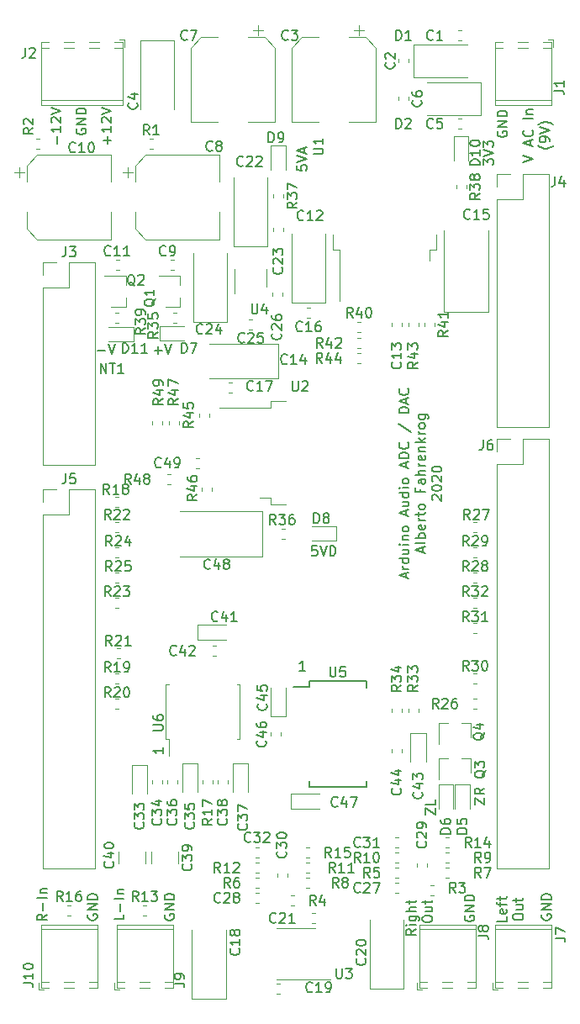
<source format=gbr>
%TF.GenerationSoftware,KiCad,Pcbnew,5.1.6-c6e7f7d~87~ubuntu18.04.1*%
%TF.CreationDate,2020-10-10T13:50:58+08:00*%
%TF.ProjectId,Arduino_codec,41726475-696e-46f5-9f63-6f6465632e6b,A*%
%TF.SameCoordinates,Original*%
%TF.FileFunction,Legend,Top*%
%TF.FilePolarity,Positive*%
%FSLAX46Y46*%
G04 Gerber Fmt 4.6, Leading zero omitted, Abs format (unit mm)*
G04 Created by KiCad (PCBNEW 5.1.6-c6e7f7d~87~ubuntu18.04.1) date 2020-10-10 13:50:58*
%MOMM*%
%LPD*%
G01*
G04 APERTURE LIST*
%ADD10C,0.150000*%
%ADD11C,0.120000*%
G04 APERTURE END LIST*
D10*
X154599666Y-104138809D02*
X154599666Y-103662619D01*
X154885380Y-104234047D02*
X153885380Y-103900714D01*
X154885380Y-103567380D01*
X154885380Y-103234047D02*
X154218714Y-103234047D01*
X154409190Y-103234047D02*
X154313952Y-103186428D01*
X154266333Y-103138809D01*
X154218714Y-103043571D01*
X154218714Y-102948333D01*
X154885380Y-102186428D02*
X153885380Y-102186428D01*
X154837761Y-102186428D02*
X154885380Y-102281666D01*
X154885380Y-102472142D01*
X154837761Y-102567380D01*
X154790142Y-102615000D01*
X154694904Y-102662619D01*
X154409190Y-102662619D01*
X154313952Y-102615000D01*
X154266333Y-102567380D01*
X154218714Y-102472142D01*
X154218714Y-102281666D01*
X154266333Y-102186428D01*
X154218714Y-101281666D02*
X154885380Y-101281666D01*
X154218714Y-101710238D02*
X154742523Y-101710238D01*
X154837761Y-101662619D01*
X154885380Y-101567380D01*
X154885380Y-101424523D01*
X154837761Y-101329285D01*
X154790142Y-101281666D01*
X154885380Y-100805476D02*
X154218714Y-100805476D01*
X153885380Y-100805476D02*
X153933000Y-100853095D01*
X153980619Y-100805476D01*
X153933000Y-100757857D01*
X153885380Y-100805476D01*
X153980619Y-100805476D01*
X154218714Y-100329285D02*
X154885380Y-100329285D01*
X154313952Y-100329285D02*
X154266333Y-100281666D01*
X154218714Y-100186428D01*
X154218714Y-100043571D01*
X154266333Y-99948333D01*
X154361571Y-99900714D01*
X154885380Y-99900714D01*
X154885380Y-99281666D02*
X154837761Y-99376904D01*
X154790142Y-99424523D01*
X154694904Y-99472142D01*
X154409190Y-99472142D01*
X154313952Y-99424523D01*
X154266333Y-99376904D01*
X154218714Y-99281666D01*
X154218714Y-99138809D01*
X154266333Y-99043571D01*
X154313952Y-98995952D01*
X154409190Y-98948333D01*
X154694904Y-98948333D01*
X154790142Y-98995952D01*
X154837761Y-99043571D01*
X154885380Y-99138809D01*
X154885380Y-99281666D01*
X154599666Y-97805476D02*
X154599666Y-97329285D01*
X154885380Y-97900714D02*
X153885380Y-97567380D01*
X154885380Y-97234047D01*
X154218714Y-96472142D02*
X154885380Y-96472142D01*
X154218714Y-96900714D02*
X154742523Y-96900714D01*
X154837761Y-96853095D01*
X154885380Y-96757857D01*
X154885380Y-96615000D01*
X154837761Y-96519761D01*
X154790142Y-96472142D01*
X154885380Y-95567380D02*
X153885380Y-95567380D01*
X154837761Y-95567380D02*
X154885380Y-95662619D01*
X154885380Y-95853095D01*
X154837761Y-95948333D01*
X154790142Y-95995952D01*
X154694904Y-96043571D01*
X154409190Y-96043571D01*
X154313952Y-95995952D01*
X154266333Y-95948333D01*
X154218714Y-95853095D01*
X154218714Y-95662619D01*
X154266333Y-95567380D01*
X154885380Y-95091190D02*
X154218714Y-95091190D01*
X153885380Y-95091190D02*
X153933000Y-95138809D01*
X153980619Y-95091190D01*
X153933000Y-95043571D01*
X153885380Y-95091190D01*
X153980619Y-95091190D01*
X154885380Y-94472142D02*
X154837761Y-94567380D01*
X154790142Y-94615000D01*
X154694904Y-94662619D01*
X154409190Y-94662619D01*
X154313952Y-94615000D01*
X154266333Y-94567380D01*
X154218714Y-94472142D01*
X154218714Y-94329285D01*
X154266333Y-94234047D01*
X154313952Y-94186428D01*
X154409190Y-94138809D01*
X154694904Y-94138809D01*
X154790142Y-94186428D01*
X154837761Y-94234047D01*
X154885380Y-94329285D01*
X154885380Y-94472142D01*
X154599666Y-92995952D02*
X154599666Y-92519761D01*
X154885380Y-93091190D02*
X153885380Y-92757857D01*
X154885380Y-92424523D01*
X154885380Y-92091190D02*
X153885380Y-92091190D01*
X153885380Y-91853095D01*
X153933000Y-91710238D01*
X154028238Y-91615000D01*
X154123476Y-91567380D01*
X154313952Y-91519761D01*
X154456809Y-91519761D01*
X154647285Y-91567380D01*
X154742523Y-91615000D01*
X154837761Y-91710238D01*
X154885380Y-91853095D01*
X154885380Y-92091190D01*
X154790142Y-90519761D02*
X154837761Y-90567380D01*
X154885380Y-90710238D01*
X154885380Y-90805476D01*
X154837761Y-90948333D01*
X154742523Y-91043571D01*
X154647285Y-91091190D01*
X154456809Y-91138809D01*
X154313952Y-91138809D01*
X154123476Y-91091190D01*
X154028238Y-91043571D01*
X153933000Y-90948333D01*
X153885380Y-90805476D01*
X153885380Y-90710238D01*
X153933000Y-90567380D01*
X153980619Y-90519761D01*
X153837761Y-88615000D02*
X155123476Y-89472142D01*
X154885380Y-87519761D02*
X153885380Y-87519761D01*
X153885380Y-87281666D01*
X153933000Y-87138809D01*
X154028238Y-87043571D01*
X154123476Y-86995952D01*
X154313952Y-86948333D01*
X154456809Y-86948333D01*
X154647285Y-86995952D01*
X154742523Y-87043571D01*
X154837761Y-87138809D01*
X154885380Y-87281666D01*
X154885380Y-87519761D01*
X154599666Y-86567380D02*
X154599666Y-86091190D01*
X154885380Y-86662619D02*
X153885380Y-86329285D01*
X154885380Y-85995952D01*
X154790142Y-85091190D02*
X154837761Y-85138809D01*
X154885380Y-85281666D01*
X154885380Y-85376904D01*
X154837761Y-85519761D01*
X154742523Y-85615000D01*
X154647285Y-85662619D01*
X154456809Y-85710238D01*
X154313952Y-85710238D01*
X154123476Y-85662619D01*
X154028238Y-85615000D01*
X153933000Y-85519761D01*
X153885380Y-85376904D01*
X153885380Y-85281666D01*
X153933000Y-85138809D01*
X153980619Y-85091190D01*
X156249666Y-101567380D02*
X156249666Y-101091190D01*
X156535380Y-101662619D02*
X155535380Y-101329285D01*
X156535380Y-100995952D01*
X156535380Y-100519761D02*
X156487761Y-100615000D01*
X156392523Y-100662619D01*
X155535380Y-100662619D01*
X156535380Y-100138809D02*
X155535380Y-100138809D01*
X155916333Y-100138809D02*
X155868714Y-100043571D01*
X155868714Y-99853095D01*
X155916333Y-99757857D01*
X155963952Y-99710238D01*
X156059190Y-99662619D01*
X156344904Y-99662619D01*
X156440142Y-99710238D01*
X156487761Y-99757857D01*
X156535380Y-99853095D01*
X156535380Y-100043571D01*
X156487761Y-100138809D01*
X156487761Y-98853095D02*
X156535380Y-98948333D01*
X156535380Y-99138809D01*
X156487761Y-99234047D01*
X156392523Y-99281666D01*
X156011571Y-99281666D01*
X155916333Y-99234047D01*
X155868714Y-99138809D01*
X155868714Y-98948333D01*
X155916333Y-98853095D01*
X156011571Y-98805476D01*
X156106809Y-98805476D01*
X156202047Y-99281666D01*
X156535380Y-98376904D02*
X155868714Y-98376904D01*
X156059190Y-98376904D02*
X155963952Y-98329285D01*
X155916333Y-98281666D01*
X155868714Y-98186428D01*
X155868714Y-98091190D01*
X155868714Y-97900714D02*
X155868714Y-97519761D01*
X155535380Y-97757857D02*
X156392523Y-97757857D01*
X156487761Y-97710238D01*
X156535380Y-97615000D01*
X156535380Y-97519761D01*
X156535380Y-97043571D02*
X156487761Y-97138809D01*
X156440142Y-97186428D01*
X156344904Y-97234047D01*
X156059190Y-97234047D01*
X155963952Y-97186428D01*
X155916333Y-97138809D01*
X155868714Y-97043571D01*
X155868714Y-96900714D01*
X155916333Y-96805476D01*
X155963952Y-96757857D01*
X156059190Y-96710238D01*
X156344904Y-96710238D01*
X156440142Y-96757857D01*
X156487761Y-96805476D01*
X156535380Y-96900714D01*
X156535380Y-97043571D01*
X156011571Y-95186428D02*
X156011571Y-95519761D01*
X156535380Y-95519761D02*
X155535380Y-95519761D01*
X155535380Y-95043571D01*
X156535380Y-94234047D02*
X156011571Y-94234047D01*
X155916333Y-94281666D01*
X155868714Y-94376904D01*
X155868714Y-94567380D01*
X155916333Y-94662619D01*
X156487761Y-94234047D02*
X156535380Y-94329285D01*
X156535380Y-94567380D01*
X156487761Y-94662619D01*
X156392523Y-94710238D01*
X156297285Y-94710238D01*
X156202047Y-94662619D01*
X156154428Y-94567380D01*
X156154428Y-94329285D01*
X156106809Y-94234047D01*
X156535380Y-93757857D02*
X155535380Y-93757857D01*
X156535380Y-93329285D02*
X156011571Y-93329285D01*
X155916333Y-93376904D01*
X155868714Y-93472142D01*
X155868714Y-93615000D01*
X155916333Y-93710238D01*
X155963952Y-93757857D01*
X156535380Y-92853095D02*
X155868714Y-92853095D01*
X156059190Y-92853095D02*
X155963952Y-92805476D01*
X155916333Y-92757857D01*
X155868714Y-92662619D01*
X155868714Y-92567380D01*
X156487761Y-91853095D02*
X156535380Y-91948333D01*
X156535380Y-92138809D01*
X156487761Y-92234047D01*
X156392523Y-92281666D01*
X156011571Y-92281666D01*
X155916333Y-92234047D01*
X155868714Y-92138809D01*
X155868714Y-91948333D01*
X155916333Y-91853095D01*
X156011571Y-91805476D01*
X156106809Y-91805476D01*
X156202047Y-92281666D01*
X155868714Y-91376904D02*
X156535380Y-91376904D01*
X155963952Y-91376904D02*
X155916333Y-91329285D01*
X155868714Y-91234047D01*
X155868714Y-91091190D01*
X155916333Y-90995952D01*
X156011571Y-90948333D01*
X156535380Y-90948333D01*
X156535380Y-90472142D02*
X155535380Y-90472142D01*
X156154428Y-90376904D02*
X156535380Y-90091190D01*
X155868714Y-90091190D02*
X156249666Y-90472142D01*
X156535380Y-89662619D02*
X155868714Y-89662619D01*
X156059190Y-89662619D02*
X155963952Y-89615000D01*
X155916333Y-89567380D01*
X155868714Y-89472142D01*
X155868714Y-89376904D01*
X156535380Y-88900714D02*
X156487761Y-88995952D01*
X156440142Y-89043571D01*
X156344904Y-89091190D01*
X156059190Y-89091190D01*
X155963952Y-89043571D01*
X155916333Y-88995952D01*
X155868714Y-88900714D01*
X155868714Y-88757857D01*
X155916333Y-88662619D01*
X155963952Y-88615000D01*
X156059190Y-88567380D01*
X156344904Y-88567380D01*
X156440142Y-88615000D01*
X156487761Y-88662619D01*
X156535380Y-88757857D01*
X156535380Y-88900714D01*
X155868714Y-87710238D02*
X156678238Y-87710238D01*
X156773476Y-87757857D01*
X156821095Y-87805476D01*
X156868714Y-87900714D01*
X156868714Y-88043571D01*
X156821095Y-88138809D01*
X156487761Y-87710238D02*
X156535380Y-87805476D01*
X156535380Y-87995952D01*
X156487761Y-88091190D01*
X156440142Y-88138809D01*
X156344904Y-88186428D01*
X156059190Y-88186428D01*
X155963952Y-88138809D01*
X155916333Y-88091190D01*
X155868714Y-87995952D01*
X155868714Y-87805476D01*
X155916333Y-87710238D01*
X157280619Y-96329285D02*
X157233000Y-96281666D01*
X157185380Y-96186428D01*
X157185380Y-95948333D01*
X157233000Y-95853095D01*
X157280619Y-95805476D01*
X157375857Y-95757857D01*
X157471095Y-95757857D01*
X157613952Y-95805476D01*
X158185380Y-96376904D01*
X158185380Y-95757857D01*
X157185380Y-95138809D02*
X157185380Y-95043571D01*
X157233000Y-94948333D01*
X157280619Y-94900714D01*
X157375857Y-94853095D01*
X157566333Y-94805476D01*
X157804428Y-94805476D01*
X157994904Y-94853095D01*
X158090142Y-94900714D01*
X158137761Y-94948333D01*
X158185380Y-95043571D01*
X158185380Y-95138809D01*
X158137761Y-95234047D01*
X158090142Y-95281666D01*
X157994904Y-95329285D01*
X157804428Y-95376904D01*
X157566333Y-95376904D01*
X157375857Y-95329285D01*
X157280619Y-95281666D01*
X157233000Y-95234047D01*
X157185380Y-95138809D01*
X157280619Y-94424523D02*
X157233000Y-94376904D01*
X157185380Y-94281666D01*
X157185380Y-94043571D01*
X157233000Y-93948333D01*
X157280619Y-93900714D01*
X157375857Y-93853095D01*
X157471095Y-93853095D01*
X157613952Y-93900714D01*
X158185380Y-94472142D01*
X158185380Y-93853095D01*
X157185380Y-93234047D02*
X157185380Y-93138809D01*
X157233000Y-93043571D01*
X157280619Y-92995952D01*
X157375857Y-92948333D01*
X157566333Y-92900714D01*
X157804428Y-92900714D01*
X157994904Y-92948333D01*
X158090142Y-92995952D01*
X158137761Y-93043571D01*
X158185380Y-93138809D01*
X158185380Y-93234047D01*
X158137761Y-93329285D01*
X158090142Y-93376904D01*
X157994904Y-93424523D01*
X157804428Y-93472142D01*
X157566333Y-93472142D01*
X157375857Y-93424523D01*
X157280619Y-93376904D01*
X157233000Y-93329285D01*
X157185380Y-93234047D01*
X156551380Y-127992095D02*
X156551380Y-127325428D01*
X157551380Y-127992095D01*
X157551380Y-127325428D01*
X157551380Y-126468285D02*
X157551380Y-126944476D01*
X156551380Y-126944476D01*
X161504380Y-126944333D02*
X161504380Y-126277666D01*
X162504380Y-126944333D01*
X162504380Y-126277666D01*
X162504380Y-125325285D02*
X162028190Y-125658619D01*
X162504380Y-125896714D02*
X161504380Y-125896714D01*
X161504380Y-125515761D01*
X161552000Y-125420523D01*
X161599619Y-125372904D01*
X161694857Y-125325285D01*
X161837714Y-125325285D01*
X161932952Y-125372904D01*
X161980571Y-125420523D01*
X162028190Y-125515761D01*
X162028190Y-125896714D01*
X123523476Y-81224428D02*
X124285380Y-81224428D01*
X124618714Y-80605380D02*
X124952047Y-81605380D01*
X125285380Y-80605380D01*
X129238476Y-81224428D02*
X130000380Y-81224428D01*
X129619428Y-81605380D02*
X129619428Y-80843476D01*
X130333714Y-80605380D02*
X130667047Y-81605380D01*
X131000380Y-80605380D01*
X162393380Y-62579095D02*
X162393380Y-61960047D01*
X162774333Y-62293380D01*
X162774333Y-62150523D01*
X162821952Y-62055285D01*
X162869571Y-62007666D01*
X162964809Y-61960047D01*
X163202904Y-61960047D01*
X163298142Y-62007666D01*
X163345761Y-62055285D01*
X163393380Y-62150523D01*
X163393380Y-62436238D01*
X163345761Y-62531476D01*
X163298142Y-62579095D01*
X162393380Y-61674333D02*
X163393380Y-61341000D01*
X162393380Y-61007666D01*
X162393380Y-60769571D02*
X162393380Y-60150523D01*
X162774333Y-60483857D01*
X162774333Y-60341000D01*
X162821952Y-60245761D01*
X162869571Y-60198142D01*
X162964809Y-60150523D01*
X163202904Y-60150523D01*
X163298142Y-60198142D01*
X163345761Y-60245761D01*
X163393380Y-60341000D01*
X163393380Y-60626714D01*
X163345761Y-60721952D01*
X163298142Y-60769571D01*
X145613523Y-100925380D02*
X145137333Y-100925380D01*
X145089714Y-101401571D01*
X145137333Y-101353952D01*
X145232571Y-101306333D01*
X145470666Y-101306333D01*
X145565904Y-101353952D01*
X145613523Y-101401571D01*
X145661142Y-101496809D01*
X145661142Y-101734904D01*
X145613523Y-101830142D01*
X145565904Y-101877761D01*
X145470666Y-101925380D01*
X145232571Y-101925380D01*
X145137333Y-101877761D01*
X145089714Y-101830142D01*
X145946857Y-100925380D02*
X146280190Y-101925380D01*
X146613523Y-100925380D01*
X146946857Y-101925380D02*
X146946857Y-100925380D01*
X147184952Y-100925380D01*
X147327809Y-100973000D01*
X147423047Y-101068238D01*
X147470666Y-101163476D01*
X147518285Y-101353952D01*
X147518285Y-101496809D01*
X147470666Y-101687285D01*
X147423047Y-101782523D01*
X147327809Y-101877761D01*
X147184952Y-101925380D01*
X146946857Y-101925380D01*
X143597380Y-62595047D02*
X143597380Y-63071238D01*
X144073571Y-63118857D01*
X144025952Y-63071238D01*
X143978333Y-62976000D01*
X143978333Y-62737904D01*
X144025952Y-62642666D01*
X144073571Y-62595047D01*
X144168809Y-62547428D01*
X144406904Y-62547428D01*
X144502142Y-62595047D01*
X144549761Y-62642666D01*
X144597380Y-62737904D01*
X144597380Y-62976000D01*
X144549761Y-63071238D01*
X144502142Y-63118857D01*
X143597380Y-62261714D02*
X144597380Y-61928380D01*
X143597380Y-61595047D01*
X144311666Y-61309333D02*
X144311666Y-60833142D01*
X144597380Y-61404571D02*
X143597380Y-61071238D01*
X144597380Y-60737904D01*
X130119380Y-121253285D02*
X130119380Y-121824714D01*
X130119380Y-121539000D02*
X129119380Y-121539000D01*
X129262238Y-121634238D01*
X129357476Y-121729476D01*
X129405095Y-121824714D01*
X144430714Y-113482380D02*
X143859285Y-113482380D01*
X144145000Y-113482380D02*
X144145000Y-112482380D01*
X144049761Y-112625238D01*
X143954523Y-112720476D01*
X143859285Y-112768095D01*
X164727380Y-138231476D02*
X164727380Y-138707666D01*
X163727380Y-138707666D01*
X164679761Y-137517190D02*
X164727380Y-137612428D01*
X164727380Y-137802904D01*
X164679761Y-137898142D01*
X164584523Y-137945761D01*
X164203571Y-137945761D01*
X164108333Y-137898142D01*
X164060714Y-137802904D01*
X164060714Y-137612428D01*
X164108333Y-137517190D01*
X164203571Y-137469571D01*
X164298809Y-137469571D01*
X164394047Y-137945761D01*
X164060714Y-137183857D02*
X164060714Y-136802904D01*
X164727380Y-137041000D02*
X163870238Y-137041000D01*
X163775000Y-136993380D01*
X163727380Y-136898142D01*
X163727380Y-136802904D01*
X164060714Y-136612428D02*
X164060714Y-136231476D01*
X163727380Y-136469571D02*
X164584523Y-136469571D01*
X164679761Y-136421952D01*
X164727380Y-136326714D01*
X164727380Y-136231476D01*
X165377380Y-138374333D02*
X165377380Y-138183857D01*
X165425000Y-138088619D01*
X165520238Y-137993380D01*
X165710714Y-137945761D01*
X166044047Y-137945761D01*
X166234523Y-137993380D01*
X166329761Y-138088619D01*
X166377380Y-138183857D01*
X166377380Y-138374333D01*
X166329761Y-138469571D01*
X166234523Y-138564809D01*
X166044047Y-138612428D01*
X165710714Y-138612428D01*
X165520238Y-138564809D01*
X165425000Y-138469571D01*
X165377380Y-138374333D01*
X165710714Y-137088619D02*
X166377380Y-137088619D01*
X165710714Y-137517190D02*
X166234523Y-137517190D01*
X166329761Y-137469571D01*
X166377380Y-137374333D01*
X166377380Y-137231476D01*
X166329761Y-137136238D01*
X166282142Y-137088619D01*
X165710714Y-136755285D02*
X165710714Y-136374333D01*
X165377380Y-136612428D02*
X166234523Y-136612428D01*
X166329761Y-136564809D01*
X166377380Y-136469571D01*
X166377380Y-136374333D01*
X155583380Y-139543119D02*
X155107190Y-139876452D01*
X155583380Y-140114547D02*
X154583380Y-140114547D01*
X154583380Y-139733595D01*
X154631000Y-139638357D01*
X154678619Y-139590738D01*
X154773857Y-139543119D01*
X154916714Y-139543119D01*
X155011952Y-139590738D01*
X155059571Y-139638357D01*
X155107190Y-139733595D01*
X155107190Y-140114547D01*
X155583380Y-139114547D02*
X154916714Y-139114547D01*
X154583380Y-139114547D02*
X154631000Y-139162166D01*
X154678619Y-139114547D01*
X154631000Y-139066928D01*
X154583380Y-139114547D01*
X154678619Y-139114547D01*
X154916714Y-138209785D02*
X155726238Y-138209785D01*
X155821476Y-138257404D01*
X155869095Y-138305023D01*
X155916714Y-138400261D01*
X155916714Y-138543119D01*
X155869095Y-138638357D01*
X155535761Y-138209785D02*
X155583380Y-138305023D01*
X155583380Y-138495500D01*
X155535761Y-138590738D01*
X155488142Y-138638357D01*
X155392904Y-138685976D01*
X155107190Y-138685976D01*
X155011952Y-138638357D01*
X154964333Y-138590738D01*
X154916714Y-138495500D01*
X154916714Y-138305023D01*
X154964333Y-138209785D01*
X155583380Y-137733595D02*
X154583380Y-137733595D01*
X155583380Y-137305023D02*
X155059571Y-137305023D01*
X154964333Y-137352642D01*
X154916714Y-137447880D01*
X154916714Y-137590738D01*
X154964333Y-137685976D01*
X155011952Y-137733595D01*
X154916714Y-136971690D02*
X154916714Y-136590738D01*
X154583380Y-136828833D02*
X155440523Y-136828833D01*
X155535761Y-136781214D01*
X155583380Y-136685976D01*
X155583380Y-136590738D01*
X156233380Y-138590738D02*
X156233380Y-138400261D01*
X156281000Y-138305023D01*
X156376238Y-138209785D01*
X156566714Y-138162166D01*
X156900047Y-138162166D01*
X157090523Y-138209785D01*
X157185761Y-138305023D01*
X157233380Y-138400261D01*
X157233380Y-138590738D01*
X157185761Y-138685976D01*
X157090523Y-138781214D01*
X156900047Y-138828833D01*
X156566714Y-138828833D01*
X156376238Y-138781214D01*
X156281000Y-138685976D01*
X156233380Y-138590738D01*
X156566714Y-137305023D02*
X157233380Y-137305023D01*
X156566714Y-137733595D02*
X157090523Y-137733595D01*
X157185761Y-137685976D01*
X157233380Y-137590738D01*
X157233380Y-137447880D01*
X157185761Y-137352642D01*
X157138142Y-137305023D01*
X156566714Y-136971690D02*
X156566714Y-136590738D01*
X156233380Y-136828833D02*
X157090523Y-136828833D01*
X157185761Y-136781214D01*
X157233380Y-136685976D01*
X157233380Y-136590738D01*
X168283000Y-138048904D02*
X168235380Y-138144142D01*
X168235380Y-138287000D01*
X168283000Y-138429857D01*
X168378238Y-138525095D01*
X168473476Y-138572714D01*
X168663952Y-138620333D01*
X168806809Y-138620333D01*
X168997285Y-138572714D01*
X169092523Y-138525095D01*
X169187761Y-138429857D01*
X169235380Y-138287000D01*
X169235380Y-138191761D01*
X169187761Y-138048904D01*
X169140142Y-138001285D01*
X168806809Y-138001285D01*
X168806809Y-138191761D01*
X169235380Y-137572714D02*
X168235380Y-137572714D01*
X169235380Y-137001285D01*
X168235380Y-137001285D01*
X169235380Y-136525095D02*
X168235380Y-136525095D01*
X168235380Y-136287000D01*
X168283000Y-136144142D01*
X168378238Y-136048904D01*
X168473476Y-136001285D01*
X168663952Y-135953666D01*
X168806809Y-135953666D01*
X168997285Y-136001285D01*
X169092523Y-136048904D01*
X169187761Y-136144142D01*
X169235380Y-136287000D01*
X169235380Y-136525095D01*
X160536000Y-138175904D02*
X160488380Y-138271142D01*
X160488380Y-138414000D01*
X160536000Y-138556857D01*
X160631238Y-138652095D01*
X160726476Y-138699714D01*
X160916952Y-138747333D01*
X161059809Y-138747333D01*
X161250285Y-138699714D01*
X161345523Y-138652095D01*
X161440761Y-138556857D01*
X161488380Y-138414000D01*
X161488380Y-138318761D01*
X161440761Y-138175904D01*
X161393142Y-138128285D01*
X161059809Y-138128285D01*
X161059809Y-138318761D01*
X161488380Y-137699714D02*
X160488380Y-137699714D01*
X161488380Y-137128285D01*
X160488380Y-137128285D01*
X161488380Y-136652095D02*
X160488380Y-136652095D01*
X160488380Y-136414000D01*
X160536000Y-136271142D01*
X160631238Y-136175904D01*
X160726476Y-136128285D01*
X160916952Y-136080666D01*
X161059809Y-136080666D01*
X161250285Y-136128285D01*
X161345523Y-136175904D01*
X161440761Y-136271142D01*
X161488380Y-136414000D01*
X161488380Y-136652095D01*
X126182380Y-138033000D02*
X126182380Y-138509190D01*
X125182380Y-138509190D01*
X125801428Y-137699666D02*
X125801428Y-136937761D01*
X126182380Y-136461571D02*
X125182380Y-136461571D01*
X125515714Y-135985380D02*
X126182380Y-135985380D01*
X125610952Y-135985380D02*
X125563333Y-135937761D01*
X125515714Y-135842523D01*
X125515714Y-135699666D01*
X125563333Y-135604428D01*
X125658571Y-135556809D01*
X126182380Y-135556809D01*
X118435380Y-138033000D02*
X117959190Y-138366333D01*
X118435380Y-138604428D02*
X117435380Y-138604428D01*
X117435380Y-138223476D01*
X117483000Y-138128238D01*
X117530619Y-138080619D01*
X117625857Y-138033000D01*
X117768714Y-138033000D01*
X117863952Y-138080619D01*
X117911571Y-138128238D01*
X117959190Y-138223476D01*
X117959190Y-138604428D01*
X118054428Y-137604428D02*
X118054428Y-136842523D01*
X118435380Y-136366333D02*
X117435380Y-136366333D01*
X117768714Y-135890142D02*
X118435380Y-135890142D01*
X117863952Y-135890142D02*
X117816333Y-135842523D01*
X117768714Y-135747285D01*
X117768714Y-135604428D01*
X117816333Y-135509190D01*
X117911571Y-135461571D01*
X118435380Y-135461571D01*
X130310000Y-138048904D02*
X130262380Y-138144142D01*
X130262380Y-138287000D01*
X130310000Y-138429857D01*
X130405238Y-138525095D01*
X130500476Y-138572714D01*
X130690952Y-138620333D01*
X130833809Y-138620333D01*
X131024285Y-138572714D01*
X131119523Y-138525095D01*
X131214761Y-138429857D01*
X131262380Y-138287000D01*
X131262380Y-138191761D01*
X131214761Y-138048904D01*
X131167142Y-138001285D01*
X130833809Y-138001285D01*
X130833809Y-138191761D01*
X131262380Y-137572714D02*
X130262380Y-137572714D01*
X131262380Y-137001285D01*
X130262380Y-137001285D01*
X131262380Y-136525095D02*
X130262380Y-136525095D01*
X130262380Y-136287000D01*
X130310000Y-136144142D01*
X130405238Y-136048904D01*
X130500476Y-136001285D01*
X130690952Y-135953666D01*
X130833809Y-135953666D01*
X131024285Y-136001285D01*
X131119523Y-136048904D01*
X131214761Y-136144142D01*
X131262380Y-136287000D01*
X131262380Y-136525095D01*
X122563000Y-138048904D02*
X122515380Y-138144142D01*
X122515380Y-138287000D01*
X122563000Y-138429857D01*
X122658238Y-138525095D01*
X122753476Y-138572714D01*
X122943952Y-138620333D01*
X123086809Y-138620333D01*
X123277285Y-138572714D01*
X123372523Y-138525095D01*
X123467761Y-138429857D01*
X123515380Y-138287000D01*
X123515380Y-138191761D01*
X123467761Y-138048904D01*
X123420142Y-138001285D01*
X123086809Y-138001285D01*
X123086809Y-138191761D01*
X123515380Y-137572714D02*
X122515380Y-137572714D01*
X123515380Y-137001285D01*
X122515380Y-137001285D01*
X123515380Y-136525095D02*
X122515380Y-136525095D01*
X122515380Y-136287000D01*
X122563000Y-136144142D01*
X122658238Y-136048904D01*
X122753476Y-136001285D01*
X122943952Y-135953666D01*
X123086809Y-135953666D01*
X123277285Y-136001285D01*
X123372523Y-136048904D01*
X123467761Y-136144142D01*
X123515380Y-136287000D01*
X123515380Y-136525095D01*
X121420000Y-58927904D02*
X121372380Y-59023142D01*
X121372380Y-59166000D01*
X121420000Y-59308857D01*
X121515238Y-59404095D01*
X121610476Y-59451714D01*
X121800952Y-59499333D01*
X121943809Y-59499333D01*
X122134285Y-59451714D01*
X122229523Y-59404095D01*
X122324761Y-59308857D01*
X122372380Y-59166000D01*
X122372380Y-59070761D01*
X122324761Y-58927904D01*
X122277142Y-58880285D01*
X121943809Y-58880285D01*
X121943809Y-59070761D01*
X122372380Y-58451714D02*
X121372380Y-58451714D01*
X122372380Y-57880285D01*
X121372380Y-57880285D01*
X122372380Y-57404095D02*
X121372380Y-57404095D01*
X121372380Y-57166000D01*
X121420000Y-57023142D01*
X121515238Y-56927904D01*
X121610476Y-56880285D01*
X121800952Y-56832666D01*
X121943809Y-56832666D01*
X122134285Y-56880285D01*
X122229523Y-56927904D01*
X122324761Y-57023142D01*
X122372380Y-57166000D01*
X122372380Y-57404095D01*
X119451428Y-60435904D02*
X119451428Y-59674000D01*
X119832380Y-58674000D02*
X119832380Y-59245428D01*
X119832380Y-58959714D02*
X118832380Y-58959714D01*
X118975238Y-59054952D01*
X119070476Y-59150190D01*
X119118095Y-59245428D01*
X118927619Y-58293047D02*
X118880000Y-58245428D01*
X118832380Y-58150190D01*
X118832380Y-57912095D01*
X118880000Y-57816857D01*
X118927619Y-57769238D01*
X119022857Y-57721619D01*
X119118095Y-57721619D01*
X119260952Y-57769238D01*
X119832380Y-58340666D01*
X119832380Y-57721619D01*
X118832380Y-57435904D02*
X119832380Y-57102571D01*
X118832380Y-56769238D01*
X124531428Y-60435904D02*
X124531428Y-59674000D01*
X124912380Y-60054952D02*
X124150476Y-60054952D01*
X124912380Y-58674000D02*
X124912380Y-59245428D01*
X124912380Y-58959714D02*
X123912380Y-58959714D01*
X124055238Y-59054952D01*
X124150476Y-59150190D01*
X124198095Y-59245428D01*
X124007619Y-58293047D02*
X123960000Y-58245428D01*
X123912380Y-58150190D01*
X123912380Y-57912095D01*
X123960000Y-57816857D01*
X124007619Y-57769238D01*
X124102857Y-57721619D01*
X124198095Y-57721619D01*
X124340952Y-57769238D01*
X124912380Y-58340666D01*
X124912380Y-57721619D01*
X123912380Y-57435904D02*
X124912380Y-57102571D01*
X123912380Y-56769238D01*
X163838000Y-59181904D02*
X163790380Y-59277142D01*
X163790380Y-59420000D01*
X163838000Y-59562857D01*
X163933238Y-59658095D01*
X164028476Y-59705714D01*
X164218952Y-59753333D01*
X164361809Y-59753333D01*
X164552285Y-59705714D01*
X164647523Y-59658095D01*
X164742761Y-59562857D01*
X164790380Y-59420000D01*
X164790380Y-59324761D01*
X164742761Y-59181904D01*
X164695142Y-59134285D01*
X164361809Y-59134285D01*
X164361809Y-59324761D01*
X164790380Y-58705714D02*
X163790380Y-58705714D01*
X164790380Y-58134285D01*
X163790380Y-58134285D01*
X164790380Y-57658095D02*
X163790380Y-57658095D01*
X163790380Y-57420000D01*
X163838000Y-57277142D01*
X163933238Y-57181904D01*
X164028476Y-57134285D01*
X164218952Y-57086666D01*
X164361809Y-57086666D01*
X164552285Y-57134285D01*
X164647523Y-57181904D01*
X164742761Y-57277142D01*
X164790380Y-57420000D01*
X164790380Y-57658095D01*
X166394380Y-62277285D02*
X167394380Y-61943952D01*
X166394380Y-61610619D01*
X167108666Y-60563000D02*
X167108666Y-60086809D01*
X167394380Y-60658238D02*
X166394380Y-60324904D01*
X167394380Y-59991571D01*
X167299142Y-59086809D02*
X167346761Y-59134428D01*
X167394380Y-59277285D01*
X167394380Y-59372523D01*
X167346761Y-59515380D01*
X167251523Y-59610619D01*
X167156285Y-59658238D01*
X166965809Y-59705857D01*
X166822952Y-59705857D01*
X166632476Y-59658238D01*
X166537238Y-59610619D01*
X166442000Y-59515380D01*
X166394380Y-59372523D01*
X166394380Y-59277285D01*
X166442000Y-59134428D01*
X166489619Y-59086809D01*
X167394380Y-57896333D02*
X166394380Y-57896333D01*
X166727714Y-57420142D02*
X167394380Y-57420142D01*
X166822952Y-57420142D02*
X166775333Y-57372523D01*
X166727714Y-57277285D01*
X166727714Y-57134428D01*
X166775333Y-57039190D01*
X166870571Y-56991571D01*
X167394380Y-56991571D01*
X169425333Y-60610619D02*
X169377714Y-60658238D01*
X169234857Y-60753476D01*
X169139619Y-60801095D01*
X168996761Y-60848714D01*
X168758666Y-60896333D01*
X168568190Y-60896333D01*
X168330095Y-60848714D01*
X168187238Y-60801095D01*
X168092000Y-60753476D01*
X167949142Y-60658238D01*
X167901523Y-60610619D01*
X169044380Y-60182047D02*
X169044380Y-59991571D01*
X168996761Y-59896333D01*
X168949142Y-59848714D01*
X168806285Y-59753476D01*
X168615809Y-59705857D01*
X168234857Y-59705857D01*
X168139619Y-59753476D01*
X168092000Y-59801095D01*
X168044380Y-59896333D01*
X168044380Y-60086809D01*
X168092000Y-60182047D01*
X168139619Y-60229666D01*
X168234857Y-60277285D01*
X168472952Y-60277285D01*
X168568190Y-60229666D01*
X168615809Y-60182047D01*
X168663428Y-60086809D01*
X168663428Y-59896333D01*
X168615809Y-59801095D01*
X168568190Y-59753476D01*
X168472952Y-59705857D01*
X168044380Y-59420142D02*
X169044380Y-59086809D01*
X168044380Y-58753476D01*
X169425333Y-58515380D02*
X169377714Y-58467761D01*
X169234857Y-58372523D01*
X169139619Y-58324904D01*
X168996761Y-58277285D01*
X168758666Y-58229666D01*
X168568190Y-58229666D01*
X168330095Y-58277285D01*
X168187238Y-58324904D01*
X168092000Y-58372523D01*
X167949142Y-58467761D01*
X167901523Y-58515380D01*
%TO.C,U5*%
X144826000Y-115138000D02*
X143226000Y-115138000D01*
X144826000Y-125213000D02*
X150576000Y-125213000D01*
X144826000Y-114563000D02*
X150576000Y-114563000D01*
X144826000Y-125213000D02*
X144826000Y-124563000D01*
X150576000Y-125213000D02*
X150576000Y-124563000D01*
X150576000Y-114563000D02*
X150576000Y-115213000D01*
X144826000Y-114563000D02*
X144826000Y-115138000D01*
D11*
%TO.C,C47*%
X143022000Y-127404000D02*
X145907000Y-127404000D01*
X143022000Y-125834000D02*
X143022000Y-127404000D01*
X145907000Y-125834000D02*
X143022000Y-125834000D01*
%TO.C,C45*%
X142517000Y-118090000D02*
X142517000Y-115205000D01*
X140947000Y-118090000D02*
X142517000Y-118090000D01*
X140947000Y-115205000D02*
X140947000Y-118090000D01*
%TO.C,C48*%
X131859000Y-101955000D02*
X140094000Y-101955000D01*
X140094000Y-101955000D02*
X140094000Y-97435000D01*
X140094000Y-97435000D02*
X131859000Y-97435000D01*
%TO.C,C15*%
X158395000Y-69121000D02*
X158395000Y-77356000D01*
X158395000Y-77356000D02*
X162915000Y-77356000D01*
X162915000Y-77356000D02*
X162915000Y-69121000D01*
%TO.C,U2*%
X142454000Y-86326000D02*
X140954000Y-86326000D01*
X140954000Y-86326000D02*
X140954000Y-87016000D01*
X140954000Y-87016000D02*
X135829000Y-87016000D01*
X142454000Y-96726000D02*
X140954000Y-96726000D01*
X140954000Y-96726000D02*
X140954000Y-96036000D01*
X140954000Y-96036000D02*
X139854000Y-96036000D01*
%TO.C,U1*%
X147219000Y-69607000D02*
X147219000Y-71107000D01*
X147219000Y-71107000D02*
X147909000Y-71107000D01*
X147909000Y-71107000D02*
X147909000Y-76232000D01*
X157619000Y-69607000D02*
X157619000Y-71107000D01*
X157619000Y-71107000D02*
X156929000Y-71107000D01*
X156929000Y-71107000D02*
X156929000Y-72207000D01*
%TO.C,R49*%
X130050000Y-88347733D02*
X130050000Y-88690267D01*
X129030000Y-88347733D02*
X129030000Y-88690267D01*
%TO.C,R48*%
X130511733Y-93724000D02*
X130854267Y-93724000D01*
X130511733Y-94744000D02*
X130854267Y-94744000D01*
%TO.C,R47*%
X130681000Y-88690267D02*
X130681000Y-88347733D01*
X131701000Y-88690267D02*
X131701000Y-88347733D01*
%TO.C,R46*%
X135003000Y-95078733D02*
X135003000Y-95421267D01*
X133983000Y-95078733D02*
X133983000Y-95421267D01*
%TO.C,R45*%
X134749000Y-87585733D02*
X134749000Y-87928267D01*
X133729000Y-87585733D02*
X133729000Y-87928267D01*
%TO.C,R44*%
X149688733Y-82552000D02*
X150031267Y-82552000D01*
X149688733Y-81532000D02*
X150031267Y-81532000D01*
%TO.C,R43*%
X154811000Y-78770267D02*
X154811000Y-78427733D01*
X155831000Y-78770267D02*
X155831000Y-78427733D01*
%TO.C,R42*%
X150045267Y-80008000D02*
X149702733Y-80008000D01*
X150045267Y-81028000D02*
X149702733Y-81028000D01*
%TO.C,R41*%
X156462000Y-78770267D02*
X156462000Y-78427733D01*
X157482000Y-78770267D02*
X157482000Y-78427733D01*
%TO.C,R40*%
X149702733Y-79377000D02*
X150045267Y-79377000D01*
X149702733Y-78357000D02*
X150045267Y-78357000D01*
%TO.C,C49*%
X133775267Y-93093000D02*
X133432733Y-93093000D01*
X133775267Y-92073000D02*
X133432733Y-92073000D01*
%TO.C,C17*%
X137077267Y-85473000D02*
X136734733Y-85473000D01*
X137077267Y-84453000D02*
X136734733Y-84453000D01*
%TO.C,C14*%
X134795000Y-84006000D02*
X141730000Y-84006000D01*
X141730000Y-84006000D02*
X141730000Y-80586000D01*
X141730000Y-80586000D02*
X134795000Y-80586000D01*
%TO.C,C13*%
X154180000Y-78441733D02*
X154180000Y-78784267D01*
X153160000Y-78441733D02*
X153160000Y-78784267D01*
%TO.C,C12*%
X143070000Y-69517000D02*
X143070000Y-76452000D01*
X143070000Y-76452000D02*
X146490000Y-76452000D01*
X146490000Y-76452000D02*
X146490000Y-69517000D01*
%TO.C,C41*%
X133624000Y-110386000D02*
X136509000Y-110386000D01*
X133624000Y-108816000D02*
X133624000Y-110386000D01*
X136509000Y-108816000D02*
X133624000Y-108816000D01*
%TO.C,C37*%
X137137000Y-122829000D02*
X137137000Y-125714000D01*
X138707000Y-122829000D02*
X137137000Y-122829000D01*
X138707000Y-125714000D02*
X138707000Y-122829000D01*
%TO.C,C35*%
X132057000Y-122829000D02*
X132057000Y-125714000D01*
X133627000Y-122829000D02*
X132057000Y-122829000D01*
X133627000Y-125714000D02*
X133627000Y-122829000D01*
%TO.C,C33*%
X126977000Y-122956000D02*
X126977000Y-125841000D01*
X128547000Y-122956000D02*
X126977000Y-122956000D01*
X128547000Y-125841000D02*
X128547000Y-122956000D01*
%TO.C,C20*%
X154364000Y-145540000D02*
X154364000Y-138605000D01*
X150944000Y-145540000D02*
X154364000Y-145540000D01*
X150944000Y-138605000D02*
X150944000Y-145540000D01*
%TO.C,C18*%
X136457000Y-146556000D02*
X136457000Y-139621000D01*
X133037000Y-146556000D02*
X136457000Y-146556000D01*
X133037000Y-139621000D02*
X133037000Y-146556000D01*
%TO.C,U6*%
X130677000Y-120362000D02*
X130677000Y-122052000D01*
X130402000Y-120362000D02*
X130677000Y-120362000D01*
X130402000Y-117602000D02*
X130402000Y-120362000D01*
X130402000Y-114842000D02*
X130677000Y-114842000D01*
X130402000Y-117602000D02*
X130402000Y-114842000D01*
X137822000Y-120362000D02*
X137547000Y-120362000D01*
X137822000Y-117602000D02*
X137822000Y-120362000D01*
X137822000Y-114842000D02*
X137547000Y-114842000D01*
X137822000Y-117602000D02*
X137822000Y-114842000D01*
%TO.C,U4*%
X137328000Y-73014000D02*
X137328000Y-75464000D01*
X140548000Y-74814000D02*
X140548000Y-73014000D01*
%TO.C,U3*%
X143510000Y-144546000D02*
X146960000Y-144546000D01*
X143510000Y-144546000D02*
X141560000Y-144546000D01*
X143510000Y-139426000D02*
X145460000Y-139426000D01*
X143510000Y-139426000D02*
X141560000Y-139426000D01*
%TO.C,R39*%
X125318733Y-78488000D02*
X125661267Y-78488000D01*
X125318733Y-77468000D02*
X125661267Y-77468000D01*
%TO.C,R38*%
X159637000Y-64598733D02*
X159637000Y-64941267D01*
X160657000Y-64598733D02*
X160657000Y-64941267D01*
%TO.C,R37*%
X141222000Y-65501733D02*
X141222000Y-65844267D01*
X142242000Y-65501733D02*
X142242000Y-65844267D01*
%TO.C,R36*%
X142411267Y-99185000D02*
X142068733Y-99185000D01*
X142411267Y-100205000D02*
X142068733Y-100205000D01*
%TO.C,R35*%
X131489267Y-77468000D02*
X131146733Y-77468000D01*
X131489267Y-78488000D02*
X131146733Y-78488000D01*
%TO.C,R34*%
X154180000Y-117646267D02*
X154180000Y-117303733D01*
X153160000Y-117646267D02*
X153160000Y-117303733D01*
%TO.C,R33*%
X155831000Y-117646267D02*
X155831000Y-117303733D01*
X154811000Y-117646267D02*
X154811000Y-117303733D01*
%TO.C,R32*%
X161715267Y-106170000D02*
X161372733Y-106170000D01*
X161715267Y-107190000D02*
X161372733Y-107190000D01*
%TO.C,R31*%
X161715267Y-108710000D02*
X161372733Y-108710000D01*
X161715267Y-109730000D02*
X161372733Y-109730000D01*
%TO.C,R30*%
X161729267Y-113790000D02*
X161386733Y-113790000D01*
X161729267Y-114810000D02*
X161386733Y-114810000D01*
%TO.C,R29*%
X161715267Y-101090000D02*
X161372733Y-101090000D01*
X161715267Y-102110000D02*
X161372733Y-102110000D01*
%TO.C,R28*%
X161372733Y-104650000D02*
X161715267Y-104650000D01*
X161372733Y-103630000D02*
X161715267Y-103630000D01*
%TO.C,R27*%
X161386733Y-99570000D02*
X161729267Y-99570000D01*
X161386733Y-98550000D02*
X161729267Y-98550000D01*
%TO.C,R26*%
X161372733Y-117350000D02*
X161715267Y-117350000D01*
X161372733Y-116330000D02*
X161715267Y-116330000D01*
%TO.C,R25*%
X125304733Y-104650000D02*
X125647267Y-104650000D01*
X125304733Y-103630000D02*
X125647267Y-103630000D01*
%TO.C,R24*%
X125304733Y-102110000D02*
X125647267Y-102110000D01*
X125304733Y-101090000D02*
X125647267Y-101090000D01*
%TO.C,R23*%
X125304733Y-107190000D02*
X125647267Y-107190000D01*
X125304733Y-106170000D02*
X125647267Y-106170000D01*
%TO.C,R22*%
X125304733Y-99570000D02*
X125647267Y-99570000D01*
X125304733Y-98550000D02*
X125647267Y-98550000D01*
%TO.C,R21*%
X125431733Y-112270000D02*
X125774267Y-112270000D01*
X125431733Y-111250000D02*
X125774267Y-111250000D01*
%TO.C,R20*%
X125647267Y-116330000D02*
X125304733Y-116330000D01*
X125647267Y-117350000D02*
X125304733Y-117350000D01*
%TO.C,R19*%
X125647267Y-113790000D02*
X125304733Y-113790000D01*
X125647267Y-114810000D02*
X125304733Y-114810000D01*
%TO.C,R18*%
X125647267Y-96010000D02*
X125304733Y-96010000D01*
X125647267Y-97030000D02*
X125304733Y-97030000D01*
%TO.C,R17*%
X135130000Y-124885267D02*
X135130000Y-124542733D01*
X134110000Y-124885267D02*
X134110000Y-124542733D01*
%TO.C,R16*%
X120478733Y-138178000D02*
X120821267Y-138178000D01*
X120478733Y-137158000D02*
X120821267Y-137158000D01*
%TO.C,R15*%
X144824267Y-131316000D02*
X144481733Y-131316000D01*
X144824267Y-132336000D02*
X144481733Y-132336000D01*
%TO.C,R14*%
X158921267Y-130300000D02*
X158578733Y-130300000D01*
X158921267Y-131320000D02*
X158578733Y-131320000D01*
%TO.C,R13*%
X128098733Y-138178000D02*
X128441267Y-138178000D01*
X128098733Y-137158000D02*
X128441267Y-137158000D01*
%TO.C,R12*%
X139401733Y-133860000D02*
X139744267Y-133860000D01*
X139401733Y-132840000D02*
X139744267Y-132840000D01*
%TO.C,R11*%
X144481733Y-133860000D02*
X144824267Y-133860000D01*
X144481733Y-132840000D02*
X144824267Y-132840000D01*
%TO.C,R10*%
X153498733Y-132844000D02*
X153841267Y-132844000D01*
X153498733Y-131824000D02*
X153841267Y-131824000D01*
%TO.C,R9*%
X158578733Y-132844000D02*
X158921267Y-132844000D01*
X158578733Y-131824000D02*
X158921267Y-131824000D01*
%TO.C,R8*%
X144481733Y-135384000D02*
X144824267Y-135384000D01*
X144481733Y-134364000D02*
X144824267Y-134364000D01*
%TO.C,R7*%
X158578733Y-134368000D02*
X158921267Y-134368000D01*
X158578733Y-133348000D02*
X158921267Y-133348000D01*
%TO.C,R6*%
X139401733Y-135384000D02*
X139744267Y-135384000D01*
X139401733Y-134364000D02*
X139744267Y-134364000D01*
%TO.C,R5*%
X153498733Y-134368000D02*
X153841267Y-134368000D01*
X153498733Y-133348000D02*
X153841267Y-133348000D01*
%TO.C,R4*%
X143300267Y-136142000D02*
X142957733Y-136142000D01*
X143300267Y-137162000D02*
X142957733Y-137162000D01*
%TO.C,R3*%
X157054733Y-136146000D02*
X157397267Y-136146000D01*
X157054733Y-135126000D02*
X157397267Y-135126000D01*
%TO.C,R2*%
X117317733Y-60962000D02*
X117660267Y-60962000D01*
X117317733Y-59942000D02*
X117660267Y-59942000D01*
%TO.C,R1*%
X128747733Y-60962000D02*
X129090267Y-60962000D01*
X128747733Y-59942000D02*
X129090267Y-59942000D01*
%TO.C,Q4*%
X161092000Y-118747000D02*
X161092000Y-120207000D01*
X157932000Y-118747000D02*
X157932000Y-120907000D01*
X157932000Y-118747000D02*
X158862000Y-118747000D01*
X161092000Y-118747000D02*
X160162000Y-118747000D01*
%TO.C,Q3*%
X161092000Y-122303000D02*
X161092000Y-123763000D01*
X157932000Y-122303000D02*
X157932000Y-124463000D01*
X157932000Y-122303000D02*
X158862000Y-122303000D01*
X161092000Y-122303000D02*
X160162000Y-122303000D01*
%TO.C,Q2*%
X126363000Y-76891000D02*
X124903000Y-76891000D01*
X126363000Y-73731000D02*
X124203000Y-73731000D01*
X126363000Y-73731000D02*
X126363000Y-74661000D01*
X126363000Y-76891000D02*
X126363000Y-75961000D01*
%TO.C,Q1*%
X131824000Y-76891000D02*
X130364000Y-76891000D01*
X131824000Y-73731000D02*
X129664000Y-73731000D01*
X131824000Y-73731000D02*
X131824000Y-74661000D01*
X131824000Y-76891000D02*
X131824000Y-75961000D01*
%TO.C,J10*%
X117820000Y-144840000D02*
X118590000Y-144840000D01*
X120170000Y-144840000D02*
X121130000Y-144840000D01*
X122710000Y-144840000D02*
X123480000Y-144840000D01*
X117820000Y-139540000D02*
X123480000Y-139540000D01*
X117820000Y-139080000D02*
X123480000Y-139080000D01*
X117820000Y-145400000D02*
X118590000Y-145400000D01*
X120170000Y-145400000D02*
X121130000Y-145400000D01*
X122710000Y-145400000D02*
X123480000Y-145400000D01*
X117820000Y-139080000D02*
X117820000Y-145400000D01*
X123480000Y-139080000D02*
X123480000Y-145400000D01*
X117580000Y-144900000D02*
X117580000Y-145640000D01*
X117580000Y-145640000D02*
X118080000Y-145640000D01*
%TO.C,J9*%
X125440000Y-144840000D02*
X126210000Y-144840000D01*
X127790000Y-144840000D02*
X128750000Y-144840000D01*
X130330000Y-144840000D02*
X131100000Y-144840000D01*
X125440000Y-139540000D02*
X131100000Y-139540000D01*
X125440000Y-139080000D02*
X131100000Y-139080000D01*
X125440000Y-145400000D02*
X126210000Y-145400000D01*
X127790000Y-145400000D02*
X128750000Y-145400000D01*
X130330000Y-145400000D02*
X131100000Y-145400000D01*
X125440000Y-139080000D02*
X125440000Y-145400000D01*
X131100000Y-139080000D02*
X131100000Y-145400000D01*
X125200000Y-144900000D02*
X125200000Y-145640000D01*
X125200000Y-145640000D02*
X125700000Y-145640000D01*
%TO.C,J8*%
X155920000Y-144840000D02*
X156690000Y-144840000D01*
X158270000Y-144840000D02*
X159230000Y-144840000D01*
X160810000Y-144840000D02*
X161580000Y-144840000D01*
X155920000Y-139540000D02*
X161580000Y-139540000D01*
X155920000Y-139080000D02*
X161580000Y-139080000D01*
X155920000Y-145400000D02*
X156690000Y-145400000D01*
X158270000Y-145400000D02*
X159230000Y-145400000D01*
X160810000Y-145400000D02*
X161580000Y-145400000D01*
X155920000Y-139080000D02*
X155920000Y-145400000D01*
X161580000Y-139080000D02*
X161580000Y-145400000D01*
X155680000Y-144900000D02*
X155680000Y-145640000D01*
X155680000Y-145640000D02*
X156180000Y-145640000D01*
%TO.C,J7*%
X163540000Y-144840000D02*
X164310000Y-144840000D01*
X165890000Y-144840000D02*
X166850000Y-144840000D01*
X168430000Y-144840000D02*
X169200000Y-144840000D01*
X163540000Y-139540000D02*
X169200000Y-139540000D01*
X163540000Y-139080000D02*
X169200000Y-139080000D01*
X163540000Y-145400000D02*
X164310000Y-145400000D01*
X165890000Y-145400000D02*
X166850000Y-145400000D01*
X168430000Y-145400000D02*
X169200000Y-145400000D01*
X163540000Y-139080000D02*
X163540000Y-145400000D01*
X169200000Y-139080000D02*
X169200000Y-145400000D01*
X163300000Y-144900000D02*
X163300000Y-145640000D01*
X163300000Y-145640000D02*
X163800000Y-145640000D01*
%TO.C,J6*%
X163770000Y-90110000D02*
X165100000Y-90110000D01*
X163770000Y-91440000D02*
X163770000Y-90110000D01*
X166370000Y-90110000D02*
X168970000Y-90110000D01*
X166370000Y-92710000D02*
X166370000Y-90110000D01*
X163770000Y-92710000D02*
X166370000Y-92710000D01*
X168970000Y-90110000D02*
X168970000Y-133410000D01*
X163770000Y-92710000D02*
X163770000Y-133410000D01*
X163770000Y-133410000D02*
X168970000Y-133410000D01*
%TO.C,J5*%
X118050000Y-95190000D02*
X119380000Y-95190000D01*
X118050000Y-96520000D02*
X118050000Y-95190000D01*
X120650000Y-95190000D02*
X123250000Y-95190000D01*
X120650000Y-97790000D02*
X120650000Y-95190000D01*
X118050000Y-97790000D02*
X120650000Y-97790000D01*
X123250000Y-95190000D02*
X123250000Y-133410000D01*
X118050000Y-97790000D02*
X118050000Y-133410000D01*
X118050000Y-133410000D02*
X123250000Y-133410000D01*
%TO.C,J4*%
X163770000Y-63440000D02*
X165100000Y-63440000D01*
X163770000Y-64770000D02*
X163770000Y-63440000D01*
X166370000Y-63440000D02*
X168970000Y-63440000D01*
X166370000Y-66040000D02*
X166370000Y-63440000D01*
X163770000Y-66040000D02*
X166370000Y-66040000D01*
X168970000Y-63440000D02*
X168970000Y-88960000D01*
X163770000Y-66040000D02*
X163770000Y-88960000D01*
X163770000Y-88960000D02*
X168970000Y-88960000D01*
%TO.C,J3*%
X118050000Y-72330000D02*
X119380000Y-72330000D01*
X118050000Y-73660000D02*
X118050000Y-72330000D01*
X120650000Y-72330000D02*
X123250000Y-72330000D01*
X120650000Y-74930000D02*
X120650000Y-72330000D01*
X118050000Y-74930000D02*
X120650000Y-74930000D01*
X123250000Y-72330000D02*
X123250000Y-92770000D01*
X118050000Y-74930000D02*
X118050000Y-92770000D01*
X118050000Y-92770000D02*
X123250000Y-92770000D01*
%TO.C,J2*%
X126260000Y-49940000D02*
X125760000Y-49940000D01*
X126260000Y-50680000D02*
X126260000Y-49940000D01*
X117820000Y-56500000D02*
X117820000Y-50180000D01*
X126020000Y-56500000D02*
X126020000Y-50180000D01*
X118590000Y-50180000D02*
X117820000Y-50180000D01*
X121130000Y-50180000D02*
X120170000Y-50180000D01*
X123670000Y-50180000D02*
X122710000Y-50180000D01*
X126020000Y-50180000D02*
X125250000Y-50180000D01*
X126020000Y-56500000D02*
X117820000Y-56500000D01*
X126020000Y-56040000D02*
X117820000Y-56040000D01*
X118590000Y-50740000D02*
X117820000Y-50740000D01*
X121130000Y-50740000D02*
X120170000Y-50740000D01*
X123670000Y-50740000D02*
X122710000Y-50740000D01*
X126020000Y-50740000D02*
X125250000Y-50740000D01*
%TO.C,J1*%
X169200000Y-50740000D02*
X168430000Y-50740000D01*
X166850000Y-50740000D02*
X165890000Y-50740000D01*
X164310000Y-50740000D02*
X163540000Y-50740000D01*
X169200000Y-56040000D02*
X163540000Y-56040000D01*
X169200000Y-56500000D02*
X163540000Y-56500000D01*
X169200000Y-50180000D02*
X168430000Y-50180000D01*
X166850000Y-50180000D02*
X165890000Y-50180000D01*
X164310000Y-50180000D02*
X163540000Y-50180000D01*
X169200000Y-56500000D02*
X169200000Y-50180000D01*
X163540000Y-56500000D02*
X163540000Y-50180000D01*
X169440000Y-50680000D02*
X169440000Y-49940000D01*
X169440000Y-49940000D02*
X168940000Y-49940000D01*
%TO.C,D11*%
X127122000Y-78894000D02*
X124662000Y-78894000D01*
X127122000Y-80364000D02*
X127122000Y-78894000D01*
X124662000Y-80364000D02*
X127122000Y-80364000D01*
%TO.C,D10*%
X159412000Y-59681000D02*
X159412000Y-62141000D01*
X160882000Y-59681000D02*
X159412000Y-59681000D01*
X160882000Y-62141000D02*
X160882000Y-59681000D01*
%TO.C,D9*%
X140997000Y-60584000D02*
X140997000Y-63044000D01*
X142467000Y-60584000D02*
X140997000Y-60584000D01*
X142467000Y-63044000D02*
X142467000Y-60584000D01*
%TO.C,D8*%
X147583000Y-98960000D02*
X145123000Y-98960000D01*
X147583000Y-100430000D02*
X147583000Y-98960000D01*
X145123000Y-100430000D02*
X147583000Y-100430000D01*
%TO.C,D7*%
X129785000Y-80237000D02*
X132245000Y-80237000D01*
X129785000Y-78767000D02*
X129785000Y-80237000D01*
X132245000Y-78767000D02*
X129785000Y-78767000D01*
%TO.C,D6*%
X157888000Y-124959000D02*
X157888000Y-127419000D01*
X159358000Y-124959000D02*
X157888000Y-124959000D01*
X159358000Y-127419000D02*
X159358000Y-124959000D01*
%TO.C,D5*%
X159539000Y-124959000D02*
X159539000Y-127419000D01*
X161009000Y-124959000D02*
X159539000Y-124959000D01*
X161009000Y-127419000D02*
X161009000Y-124959000D01*
%TO.C,D2*%
X162150000Y-57530000D02*
X156750000Y-57530000D01*
X162150000Y-54230000D02*
X156750000Y-54230000D01*
X162150000Y-57530000D02*
X162150000Y-54230000D01*
%TO.C,D1*%
X155350000Y-50420000D02*
X160750000Y-50420000D01*
X155350000Y-53720000D02*
X160750000Y-53720000D01*
X155350000Y-50420000D02*
X155350000Y-53720000D01*
%TO.C,C46*%
X140968000Y-119716733D02*
X140968000Y-120059267D01*
X141988000Y-119716733D02*
X141988000Y-120059267D01*
%TO.C,C44*%
X153160000Y-121367733D02*
X153160000Y-121710267D01*
X154180000Y-121367733D02*
X154180000Y-121710267D01*
%TO.C,C42*%
X135083733Y-112016000D02*
X135426267Y-112016000D01*
X135083733Y-110996000D02*
X135426267Y-110996000D01*
%TO.C,C40*%
X125640000Y-131731936D02*
X125640000Y-132936064D01*
X128360000Y-131731936D02*
X128360000Y-132936064D01*
%TO.C,C39*%
X128942000Y-131731936D02*
X128942000Y-132936064D01*
X131662000Y-131731936D02*
X131662000Y-132936064D01*
%TO.C,C38*%
X135634000Y-124542733D02*
X135634000Y-124885267D01*
X136654000Y-124542733D02*
X136654000Y-124885267D01*
%TO.C,C36*%
X130554000Y-124542733D02*
X130554000Y-124885267D01*
X131574000Y-124542733D02*
X131574000Y-124885267D01*
%TO.C,C34*%
X129030000Y-124542733D02*
X129030000Y-124885267D01*
X130050000Y-124542733D02*
X130050000Y-124885267D01*
%TO.C,C32*%
X139744267Y-131316000D02*
X139401733Y-131316000D01*
X139744267Y-132336000D02*
X139401733Y-132336000D01*
%TO.C,C31*%
X153841267Y-130300000D02*
X153498733Y-130300000D01*
X153841267Y-131320000D02*
X153498733Y-131320000D01*
%TO.C,C30*%
X141603000Y-133940733D02*
X141603000Y-134283267D01*
X142623000Y-133940733D02*
X142623000Y-134283267D01*
%TO.C,C29*%
X155700000Y-132924733D02*
X155700000Y-133267267D01*
X156720000Y-132924733D02*
X156720000Y-133267267D01*
%TO.C,C28*%
X139744267Y-135888000D02*
X139401733Y-135888000D01*
X139744267Y-136908000D02*
X139401733Y-136908000D01*
%TO.C,C27*%
X153841267Y-134872000D02*
X153498733Y-134872000D01*
X153841267Y-135892000D02*
X153498733Y-135892000D01*
%TO.C,C26*%
X141095000Y-75407733D02*
X141095000Y-75750267D01*
X142115000Y-75407733D02*
X142115000Y-75750267D01*
%TO.C,C25*%
X138780733Y-79123000D02*
X139123267Y-79123000D01*
X138780733Y-78103000D02*
X139123267Y-78103000D01*
%TO.C,C24*%
X136584000Y-78357000D02*
X136584000Y-71422000D01*
X133164000Y-78357000D02*
X136584000Y-78357000D01*
X133164000Y-71422000D02*
X133164000Y-78357000D01*
%TO.C,C23*%
X142242000Y-69259267D02*
X142242000Y-68916733D01*
X141222000Y-69259267D02*
X141222000Y-68916733D01*
%TO.C,C22*%
X140648000Y-70737000D02*
X140648000Y-63802000D01*
X137228000Y-70737000D02*
X140648000Y-70737000D01*
X137228000Y-63802000D02*
X137228000Y-70737000D01*
%TO.C,C21*%
X145116733Y-138940000D02*
X145459267Y-138940000D01*
X145116733Y-137920000D02*
X145459267Y-137920000D01*
%TO.C,C19*%
X141560733Y-146052000D02*
X141903267Y-146052000D01*
X141560733Y-145032000D02*
X141903267Y-145032000D01*
%TO.C,C16*%
X144951267Y-77980000D02*
X144608733Y-77980000D01*
X144951267Y-76960000D02*
X144608733Y-76960000D01*
%TO.C,C11*%
X125760267Y-72134000D02*
X125417733Y-72134000D01*
X125760267Y-73154000D02*
X125417733Y-73154000D01*
%TO.C,C10*%
X115650000Y-62776000D02*
X115650000Y-63776000D01*
X115150000Y-63276000D02*
X116150000Y-63276000D01*
X116390000Y-68981563D02*
X117454437Y-70046000D01*
X116390000Y-62590437D02*
X117454437Y-61526000D01*
X116390000Y-62590437D02*
X116390000Y-64276000D01*
X116390000Y-68981563D02*
X116390000Y-67296000D01*
X117454437Y-70046000D02*
X124910000Y-70046000D01*
X117454437Y-61526000D02*
X124910000Y-61526000D01*
X124910000Y-61526000D02*
X124910000Y-64276000D01*
X124910000Y-70046000D02*
X124910000Y-67296000D01*
%TO.C,C9*%
X130878733Y-73154000D02*
X131221267Y-73154000D01*
X130878733Y-72134000D02*
X131221267Y-72134000D01*
%TO.C,C8*%
X126572000Y-62776000D02*
X126572000Y-63776000D01*
X126072000Y-63276000D02*
X127072000Y-63276000D01*
X127312000Y-68981563D02*
X128376437Y-70046000D01*
X127312000Y-62590437D02*
X128376437Y-61526000D01*
X127312000Y-62590437D02*
X127312000Y-64276000D01*
X127312000Y-68981563D02*
X127312000Y-67296000D01*
X128376437Y-70046000D02*
X135832000Y-70046000D01*
X128376437Y-61526000D02*
X135832000Y-61526000D01*
X135832000Y-61526000D02*
X135832000Y-64276000D01*
X135832000Y-70046000D02*
X135832000Y-67296000D01*
%TO.C,C7*%
X140170000Y-48975000D02*
X139170000Y-48975000D01*
X139670000Y-48475000D02*
X139670000Y-49475000D01*
X133964437Y-49715000D02*
X132900000Y-50779437D01*
X140355563Y-49715000D02*
X141420000Y-50779437D01*
X140355563Y-49715000D02*
X138670000Y-49715000D01*
X133964437Y-49715000D02*
X135650000Y-49715000D01*
X132900000Y-50779437D02*
X132900000Y-58235000D01*
X141420000Y-50779437D02*
X141420000Y-58235000D01*
X141420000Y-58235000D02*
X138670000Y-58235000D01*
X132900000Y-58235000D02*
X135650000Y-58235000D01*
%TO.C,C6*%
X153795000Y-55708733D02*
X153795000Y-56051267D01*
X154815000Y-55708733D02*
X154815000Y-56051267D01*
%TO.C,C5*%
X159848733Y-58930000D02*
X160191267Y-58930000D01*
X159848733Y-57910000D02*
X160191267Y-57910000D01*
%TO.C,C4*%
X127830000Y-50040000D02*
X127830000Y-56975000D01*
X131250000Y-50040000D02*
X127830000Y-50040000D01*
X131250000Y-56975000D02*
X131250000Y-50040000D01*
%TO.C,C3*%
X150330000Y-48975000D02*
X149330000Y-48975000D01*
X149830000Y-48475000D02*
X149830000Y-49475000D01*
X144124437Y-49715000D02*
X143060000Y-50779437D01*
X150515563Y-49715000D02*
X151580000Y-50779437D01*
X150515563Y-49715000D02*
X148830000Y-49715000D01*
X144124437Y-49715000D02*
X145810000Y-49715000D01*
X143060000Y-50779437D02*
X143060000Y-58235000D01*
X151580000Y-50779437D02*
X151580000Y-58235000D01*
X151580000Y-58235000D02*
X148830000Y-58235000D01*
X143060000Y-58235000D02*
X145810000Y-58235000D01*
%TO.C,C2*%
X153795000Y-51898733D02*
X153795000Y-52241267D01*
X154815000Y-51898733D02*
X154815000Y-52241267D01*
%TO.C,C1*%
X159848733Y-50040000D02*
X160191267Y-50040000D01*
X159848733Y-49020000D02*
X160191267Y-49020000D01*
%TO.C,C43*%
X156614000Y-122666000D02*
X156614000Y-119781000D01*
X156614000Y-119781000D02*
X155044000Y-119781000D01*
X155044000Y-119781000D02*
X155044000Y-122666000D01*
%TO.C,U5*%
D10*
X146939095Y-113090380D02*
X146939095Y-113899904D01*
X146986714Y-113995142D01*
X147034333Y-114042761D01*
X147129571Y-114090380D01*
X147320047Y-114090380D01*
X147415285Y-114042761D01*
X147462904Y-113995142D01*
X147510523Y-113899904D01*
X147510523Y-113090380D01*
X148462904Y-113090380D02*
X147986714Y-113090380D01*
X147939095Y-113566571D01*
X147986714Y-113518952D01*
X148081952Y-113471333D01*
X148320047Y-113471333D01*
X148415285Y-113518952D01*
X148462904Y-113566571D01*
X148510523Y-113661809D01*
X148510523Y-113899904D01*
X148462904Y-113995142D01*
X148415285Y-114042761D01*
X148320047Y-114090380D01*
X148081952Y-114090380D01*
X147986714Y-114042761D01*
X147939095Y-113995142D01*
%TO.C,C47*%
X147693142Y-127103142D02*
X147645523Y-127150761D01*
X147502666Y-127198380D01*
X147407428Y-127198380D01*
X147264571Y-127150761D01*
X147169333Y-127055523D01*
X147121714Y-126960285D01*
X147074095Y-126769809D01*
X147074095Y-126626952D01*
X147121714Y-126436476D01*
X147169333Y-126341238D01*
X147264571Y-126246000D01*
X147407428Y-126198380D01*
X147502666Y-126198380D01*
X147645523Y-126246000D01*
X147693142Y-126293619D01*
X148550285Y-126531714D02*
X148550285Y-127198380D01*
X148312190Y-126150761D02*
X148074095Y-126865047D01*
X148693142Y-126865047D01*
X148978857Y-126198380D02*
X149645523Y-126198380D01*
X149216952Y-127198380D01*
%TO.C,C45*%
X140509142Y-116847857D02*
X140556761Y-116895476D01*
X140604380Y-117038333D01*
X140604380Y-117133571D01*
X140556761Y-117276428D01*
X140461523Y-117371666D01*
X140366285Y-117419285D01*
X140175809Y-117466904D01*
X140032952Y-117466904D01*
X139842476Y-117419285D01*
X139747238Y-117371666D01*
X139652000Y-117276428D01*
X139604380Y-117133571D01*
X139604380Y-117038333D01*
X139652000Y-116895476D01*
X139699619Y-116847857D01*
X139937714Y-115990714D02*
X140604380Y-115990714D01*
X139556761Y-116228809D02*
X140271047Y-116466904D01*
X140271047Y-115847857D01*
X139604380Y-114990714D02*
X139604380Y-115466904D01*
X140080571Y-115514523D01*
X140032952Y-115466904D01*
X139985333Y-115371666D01*
X139985333Y-115133571D01*
X140032952Y-115038333D01*
X140080571Y-114990714D01*
X140175809Y-114943095D01*
X140413904Y-114943095D01*
X140509142Y-114990714D01*
X140556761Y-115038333D01*
X140604380Y-115133571D01*
X140604380Y-115371666D01*
X140556761Y-115466904D01*
X140509142Y-115514523D01*
%TO.C,C48*%
X134866142Y-103152142D02*
X134818523Y-103199761D01*
X134675666Y-103247380D01*
X134580428Y-103247380D01*
X134437571Y-103199761D01*
X134342333Y-103104523D01*
X134294714Y-103009285D01*
X134247095Y-102818809D01*
X134247095Y-102675952D01*
X134294714Y-102485476D01*
X134342333Y-102390238D01*
X134437571Y-102295000D01*
X134580428Y-102247380D01*
X134675666Y-102247380D01*
X134818523Y-102295000D01*
X134866142Y-102342619D01*
X135723285Y-102580714D02*
X135723285Y-103247380D01*
X135485190Y-102199761D02*
X135247095Y-102914047D01*
X135866142Y-102914047D01*
X136389952Y-102675952D02*
X136294714Y-102628333D01*
X136247095Y-102580714D01*
X136199476Y-102485476D01*
X136199476Y-102437857D01*
X136247095Y-102342619D01*
X136294714Y-102295000D01*
X136389952Y-102247380D01*
X136580428Y-102247380D01*
X136675666Y-102295000D01*
X136723285Y-102342619D01*
X136770904Y-102437857D01*
X136770904Y-102485476D01*
X136723285Y-102580714D01*
X136675666Y-102628333D01*
X136580428Y-102675952D01*
X136389952Y-102675952D01*
X136294714Y-102723571D01*
X136247095Y-102771190D01*
X136199476Y-102866428D01*
X136199476Y-103056904D01*
X136247095Y-103152142D01*
X136294714Y-103199761D01*
X136389952Y-103247380D01*
X136580428Y-103247380D01*
X136675666Y-103199761D01*
X136723285Y-103152142D01*
X136770904Y-103056904D01*
X136770904Y-102866428D01*
X136723285Y-102771190D01*
X136675666Y-102723571D01*
X136580428Y-102675952D01*
%TO.C,C15*%
X161028142Y-67921142D02*
X160980523Y-67968761D01*
X160837666Y-68016380D01*
X160742428Y-68016380D01*
X160599571Y-67968761D01*
X160504333Y-67873523D01*
X160456714Y-67778285D01*
X160409095Y-67587809D01*
X160409095Y-67444952D01*
X160456714Y-67254476D01*
X160504333Y-67159238D01*
X160599571Y-67064000D01*
X160742428Y-67016380D01*
X160837666Y-67016380D01*
X160980523Y-67064000D01*
X161028142Y-67111619D01*
X161980523Y-68016380D02*
X161409095Y-68016380D01*
X161694809Y-68016380D02*
X161694809Y-67016380D01*
X161599571Y-67159238D01*
X161504333Y-67254476D01*
X161409095Y-67302095D01*
X162885285Y-67016380D02*
X162409095Y-67016380D01*
X162361476Y-67492571D01*
X162409095Y-67444952D01*
X162504333Y-67397333D01*
X162742428Y-67397333D01*
X162837666Y-67444952D01*
X162885285Y-67492571D01*
X162932904Y-67587809D01*
X162932904Y-67825904D01*
X162885285Y-67921142D01*
X162837666Y-67968761D01*
X162742428Y-68016380D01*
X162504333Y-68016380D01*
X162409095Y-67968761D01*
X162361476Y-67921142D01*
%TO.C,U2*%
X143142095Y-84328380D02*
X143142095Y-85137904D01*
X143189714Y-85233142D01*
X143237333Y-85280761D01*
X143332571Y-85328380D01*
X143523047Y-85328380D01*
X143618285Y-85280761D01*
X143665904Y-85233142D01*
X143713523Y-85137904D01*
X143713523Y-84328380D01*
X144142095Y-84423619D02*
X144189714Y-84376000D01*
X144284952Y-84328380D01*
X144523047Y-84328380D01*
X144618285Y-84376000D01*
X144665904Y-84423619D01*
X144713523Y-84518857D01*
X144713523Y-84614095D01*
X144665904Y-84756952D01*
X144094476Y-85328380D01*
X144713523Y-85328380D01*
%TO.C,U1*%
X145248380Y-61467904D02*
X146057904Y-61467904D01*
X146153142Y-61420285D01*
X146200761Y-61372666D01*
X146248380Y-61277428D01*
X146248380Y-61086952D01*
X146200761Y-60991714D01*
X146153142Y-60944095D01*
X146057904Y-60896476D01*
X145248380Y-60896476D01*
X146248380Y-59896476D02*
X146248380Y-60467904D01*
X146248380Y-60182190D02*
X145248380Y-60182190D01*
X145391238Y-60277428D01*
X145486476Y-60372666D01*
X145534095Y-60467904D01*
%TO.C,R49*%
X130119380Y-86113857D02*
X129643190Y-86447190D01*
X130119380Y-86685285D02*
X129119380Y-86685285D01*
X129119380Y-86304333D01*
X129167000Y-86209095D01*
X129214619Y-86161476D01*
X129309857Y-86113857D01*
X129452714Y-86113857D01*
X129547952Y-86161476D01*
X129595571Y-86209095D01*
X129643190Y-86304333D01*
X129643190Y-86685285D01*
X129452714Y-85256714D02*
X130119380Y-85256714D01*
X129071761Y-85494809D02*
X129786047Y-85732904D01*
X129786047Y-85113857D01*
X130119380Y-84685285D02*
X130119380Y-84494809D01*
X130071761Y-84399571D01*
X130024142Y-84351952D01*
X129881285Y-84256714D01*
X129690809Y-84209095D01*
X129309857Y-84209095D01*
X129214619Y-84256714D01*
X129167000Y-84304333D01*
X129119380Y-84399571D01*
X129119380Y-84590047D01*
X129167000Y-84685285D01*
X129214619Y-84732904D01*
X129309857Y-84780523D01*
X129547952Y-84780523D01*
X129643190Y-84732904D01*
X129690809Y-84685285D01*
X129738428Y-84590047D01*
X129738428Y-84399571D01*
X129690809Y-84304333D01*
X129643190Y-84256714D01*
X129547952Y-84209095D01*
%TO.C,R48*%
X126865142Y-94686380D02*
X126531809Y-94210190D01*
X126293714Y-94686380D02*
X126293714Y-93686380D01*
X126674666Y-93686380D01*
X126769904Y-93734000D01*
X126817523Y-93781619D01*
X126865142Y-93876857D01*
X126865142Y-94019714D01*
X126817523Y-94114952D01*
X126769904Y-94162571D01*
X126674666Y-94210190D01*
X126293714Y-94210190D01*
X127722285Y-94019714D02*
X127722285Y-94686380D01*
X127484190Y-93638761D02*
X127246095Y-94353047D01*
X127865142Y-94353047D01*
X128388952Y-94114952D02*
X128293714Y-94067333D01*
X128246095Y-94019714D01*
X128198476Y-93924476D01*
X128198476Y-93876857D01*
X128246095Y-93781619D01*
X128293714Y-93734000D01*
X128388952Y-93686380D01*
X128579428Y-93686380D01*
X128674666Y-93734000D01*
X128722285Y-93781619D01*
X128769904Y-93876857D01*
X128769904Y-93924476D01*
X128722285Y-94019714D01*
X128674666Y-94067333D01*
X128579428Y-94114952D01*
X128388952Y-94114952D01*
X128293714Y-94162571D01*
X128246095Y-94210190D01*
X128198476Y-94305428D01*
X128198476Y-94495904D01*
X128246095Y-94591142D01*
X128293714Y-94638761D01*
X128388952Y-94686380D01*
X128579428Y-94686380D01*
X128674666Y-94638761D01*
X128722285Y-94591142D01*
X128769904Y-94495904D01*
X128769904Y-94305428D01*
X128722285Y-94210190D01*
X128674666Y-94162571D01*
X128579428Y-94114952D01*
%TO.C,R47*%
X131643380Y-86113857D02*
X131167190Y-86447190D01*
X131643380Y-86685285D02*
X130643380Y-86685285D01*
X130643380Y-86304333D01*
X130691000Y-86209095D01*
X130738619Y-86161476D01*
X130833857Y-86113857D01*
X130976714Y-86113857D01*
X131071952Y-86161476D01*
X131119571Y-86209095D01*
X131167190Y-86304333D01*
X131167190Y-86685285D01*
X130976714Y-85256714D02*
X131643380Y-85256714D01*
X130595761Y-85494809D02*
X131310047Y-85732904D01*
X131310047Y-85113857D01*
X130643380Y-84828142D02*
X130643380Y-84161476D01*
X131643380Y-84590047D01*
%TO.C,R46*%
X133548380Y-95765857D02*
X133072190Y-96099190D01*
X133548380Y-96337285D02*
X132548380Y-96337285D01*
X132548380Y-95956333D01*
X132596000Y-95861095D01*
X132643619Y-95813476D01*
X132738857Y-95765857D01*
X132881714Y-95765857D01*
X132976952Y-95813476D01*
X133024571Y-95861095D01*
X133072190Y-95956333D01*
X133072190Y-96337285D01*
X132881714Y-94908714D02*
X133548380Y-94908714D01*
X132500761Y-95146809D02*
X133215047Y-95384904D01*
X133215047Y-94765857D01*
X132548380Y-93956333D02*
X132548380Y-94146809D01*
X132596000Y-94242047D01*
X132643619Y-94289666D01*
X132786476Y-94384904D01*
X132976952Y-94432523D01*
X133357904Y-94432523D01*
X133453142Y-94384904D01*
X133500761Y-94337285D01*
X133548380Y-94242047D01*
X133548380Y-94051571D01*
X133500761Y-93956333D01*
X133453142Y-93908714D01*
X133357904Y-93861095D01*
X133119809Y-93861095D01*
X133024571Y-93908714D01*
X132976952Y-93956333D01*
X132929333Y-94051571D01*
X132929333Y-94242047D01*
X132976952Y-94337285D01*
X133024571Y-94384904D01*
X133119809Y-94432523D01*
%TO.C,R45*%
X133167380Y-88399857D02*
X132691190Y-88733190D01*
X133167380Y-88971285D02*
X132167380Y-88971285D01*
X132167380Y-88590333D01*
X132215000Y-88495095D01*
X132262619Y-88447476D01*
X132357857Y-88399857D01*
X132500714Y-88399857D01*
X132595952Y-88447476D01*
X132643571Y-88495095D01*
X132691190Y-88590333D01*
X132691190Y-88971285D01*
X132500714Y-87542714D02*
X133167380Y-87542714D01*
X132119761Y-87780809D02*
X132834047Y-88018904D01*
X132834047Y-87399857D01*
X132167380Y-86542714D02*
X132167380Y-87018904D01*
X132643571Y-87066523D01*
X132595952Y-87018904D01*
X132548333Y-86923666D01*
X132548333Y-86685571D01*
X132595952Y-86590333D01*
X132643571Y-86542714D01*
X132738809Y-86495095D01*
X132976904Y-86495095D01*
X133072142Y-86542714D01*
X133119761Y-86590333D01*
X133167380Y-86685571D01*
X133167380Y-86923666D01*
X133119761Y-87018904D01*
X133072142Y-87066523D01*
%TO.C,R44*%
X146155142Y-82494380D02*
X145821809Y-82018190D01*
X145583714Y-82494380D02*
X145583714Y-81494380D01*
X145964666Y-81494380D01*
X146059904Y-81542000D01*
X146107523Y-81589619D01*
X146155142Y-81684857D01*
X146155142Y-81827714D01*
X146107523Y-81922952D01*
X146059904Y-81970571D01*
X145964666Y-82018190D01*
X145583714Y-82018190D01*
X147012285Y-81827714D02*
X147012285Y-82494380D01*
X146774190Y-81446761D02*
X146536095Y-82161047D01*
X147155142Y-82161047D01*
X147964666Y-81827714D02*
X147964666Y-82494380D01*
X147726571Y-81446761D02*
X147488476Y-82161047D01*
X148107523Y-82161047D01*
%TO.C,R43*%
X155773380Y-82430857D02*
X155297190Y-82764190D01*
X155773380Y-83002285D02*
X154773380Y-83002285D01*
X154773380Y-82621333D01*
X154821000Y-82526095D01*
X154868619Y-82478476D01*
X154963857Y-82430857D01*
X155106714Y-82430857D01*
X155201952Y-82478476D01*
X155249571Y-82526095D01*
X155297190Y-82621333D01*
X155297190Y-83002285D01*
X155106714Y-81573714D02*
X155773380Y-81573714D01*
X154725761Y-81811809D02*
X155440047Y-82049904D01*
X155440047Y-81430857D01*
X154773380Y-81145142D02*
X154773380Y-80526095D01*
X155154333Y-80859428D01*
X155154333Y-80716571D01*
X155201952Y-80621333D01*
X155249571Y-80573714D01*
X155344809Y-80526095D01*
X155582904Y-80526095D01*
X155678142Y-80573714D01*
X155725761Y-80621333D01*
X155773380Y-80716571D01*
X155773380Y-81002285D01*
X155725761Y-81097523D01*
X155678142Y-81145142D01*
%TO.C,R42*%
X146183142Y-80970380D02*
X145849809Y-80494190D01*
X145611714Y-80970380D02*
X145611714Y-79970380D01*
X145992666Y-79970380D01*
X146087904Y-80018000D01*
X146135523Y-80065619D01*
X146183142Y-80160857D01*
X146183142Y-80303714D01*
X146135523Y-80398952D01*
X146087904Y-80446571D01*
X145992666Y-80494190D01*
X145611714Y-80494190D01*
X147040285Y-80303714D02*
X147040285Y-80970380D01*
X146802190Y-79922761D02*
X146564095Y-80637047D01*
X147183142Y-80637047D01*
X147516476Y-80065619D02*
X147564095Y-80018000D01*
X147659333Y-79970380D01*
X147897428Y-79970380D01*
X147992666Y-80018000D01*
X148040285Y-80065619D01*
X148087904Y-80160857D01*
X148087904Y-80256095D01*
X148040285Y-80398952D01*
X147468857Y-80970380D01*
X148087904Y-80970380D01*
%TO.C,R41*%
X158821380Y-79255857D02*
X158345190Y-79589190D01*
X158821380Y-79827285D02*
X157821380Y-79827285D01*
X157821380Y-79446333D01*
X157869000Y-79351095D01*
X157916619Y-79303476D01*
X158011857Y-79255857D01*
X158154714Y-79255857D01*
X158249952Y-79303476D01*
X158297571Y-79351095D01*
X158345190Y-79446333D01*
X158345190Y-79827285D01*
X158154714Y-78398714D02*
X158821380Y-78398714D01*
X157773761Y-78636809D02*
X158488047Y-78874904D01*
X158488047Y-78255857D01*
X158821380Y-77351095D02*
X158821380Y-77922523D01*
X158821380Y-77636809D02*
X157821380Y-77636809D01*
X157964238Y-77732047D01*
X158059476Y-77827285D01*
X158107095Y-77922523D01*
%TO.C,R40*%
X149217142Y-77922380D02*
X148883809Y-77446190D01*
X148645714Y-77922380D02*
X148645714Y-76922380D01*
X149026666Y-76922380D01*
X149121904Y-76970000D01*
X149169523Y-77017619D01*
X149217142Y-77112857D01*
X149217142Y-77255714D01*
X149169523Y-77350952D01*
X149121904Y-77398571D01*
X149026666Y-77446190D01*
X148645714Y-77446190D01*
X150074285Y-77255714D02*
X150074285Y-77922380D01*
X149836190Y-76874761D02*
X149598095Y-77589047D01*
X150217142Y-77589047D01*
X150788571Y-76922380D02*
X150883809Y-76922380D01*
X150979047Y-76970000D01*
X151026666Y-77017619D01*
X151074285Y-77112857D01*
X151121904Y-77303333D01*
X151121904Y-77541428D01*
X151074285Y-77731904D01*
X151026666Y-77827142D01*
X150979047Y-77874761D01*
X150883809Y-77922380D01*
X150788571Y-77922380D01*
X150693333Y-77874761D01*
X150645714Y-77827142D01*
X150598095Y-77731904D01*
X150550476Y-77541428D01*
X150550476Y-77303333D01*
X150598095Y-77112857D01*
X150645714Y-77017619D01*
X150693333Y-76970000D01*
X150788571Y-76922380D01*
%TO.C,C49*%
X129913142Y-92940142D02*
X129865523Y-92987761D01*
X129722666Y-93035380D01*
X129627428Y-93035380D01*
X129484571Y-92987761D01*
X129389333Y-92892523D01*
X129341714Y-92797285D01*
X129294095Y-92606809D01*
X129294095Y-92463952D01*
X129341714Y-92273476D01*
X129389333Y-92178238D01*
X129484571Y-92083000D01*
X129627428Y-92035380D01*
X129722666Y-92035380D01*
X129865523Y-92083000D01*
X129913142Y-92130619D01*
X130770285Y-92368714D02*
X130770285Y-93035380D01*
X130532190Y-91987761D02*
X130294095Y-92702047D01*
X130913142Y-92702047D01*
X131341714Y-93035380D02*
X131532190Y-93035380D01*
X131627428Y-92987761D01*
X131675047Y-92940142D01*
X131770285Y-92797285D01*
X131817904Y-92606809D01*
X131817904Y-92225857D01*
X131770285Y-92130619D01*
X131722666Y-92083000D01*
X131627428Y-92035380D01*
X131436952Y-92035380D01*
X131341714Y-92083000D01*
X131294095Y-92130619D01*
X131246476Y-92225857D01*
X131246476Y-92463952D01*
X131294095Y-92559190D01*
X131341714Y-92606809D01*
X131436952Y-92654428D01*
X131627428Y-92654428D01*
X131722666Y-92606809D01*
X131770285Y-92559190D01*
X131817904Y-92463952D01*
%TO.C,C17*%
X139184142Y-85193142D02*
X139136523Y-85240761D01*
X138993666Y-85288380D01*
X138898428Y-85288380D01*
X138755571Y-85240761D01*
X138660333Y-85145523D01*
X138612714Y-85050285D01*
X138565095Y-84859809D01*
X138565095Y-84716952D01*
X138612714Y-84526476D01*
X138660333Y-84431238D01*
X138755571Y-84336000D01*
X138898428Y-84288380D01*
X138993666Y-84288380D01*
X139136523Y-84336000D01*
X139184142Y-84383619D01*
X140136523Y-85288380D02*
X139565095Y-85288380D01*
X139850809Y-85288380D02*
X139850809Y-84288380D01*
X139755571Y-84431238D01*
X139660333Y-84526476D01*
X139565095Y-84574095D01*
X140469857Y-84288380D02*
X141136523Y-84288380D01*
X140707952Y-85288380D01*
%TO.C,C14*%
X142613142Y-82526142D02*
X142565523Y-82573761D01*
X142422666Y-82621380D01*
X142327428Y-82621380D01*
X142184571Y-82573761D01*
X142089333Y-82478523D01*
X142041714Y-82383285D01*
X141994095Y-82192809D01*
X141994095Y-82049952D01*
X142041714Y-81859476D01*
X142089333Y-81764238D01*
X142184571Y-81669000D01*
X142327428Y-81621380D01*
X142422666Y-81621380D01*
X142565523Y-81669000D01*
X142613142Y-81716619D01*
X143565523Y-82621380D02*
X142994095Y-82621380D01*
X143279809Y-82621380D02*
X143279809Y-81621380D01*
X143184571Y-81764238D01*
X143089333Y-81859476D01*
X142994095Y-81907095D01*
X144422666Y-81954714D02*
X144422666Y-82621380D01*
X144184571Y-81573761D02*
X143946476Y-82288047D01*
X144565523Y-82288047D01*
%TO.C,C13*%
X154027142Y-82430857D02*
X154074761Y-82478476D01*
X154122380Y-82621333D01*
X154122380Y-82716571D01*
X154074761Y-82859428D01*
X153979523Y-82954666D01*
X153884285Y-83002285D01*
X153693809Y-83049904D01*
X153550952Y-83049904D01*
X153360476Y-83002285D01*
X153265238Y-82954666D01*
X153170000Y-82859428D01*
X153122380Y-82716571D01*
X153122380Y-82621333D01*
X153170000Y-82478476D01*
X153217619Y-82430857D01*
X154122380Y-81478476D02*
X154122380Y-82049904D01*
X154122380Y-81764190D02*
X153122380Y-81764190D01*
X153265238Y-81859428D01*
X153360476Y-81954666D01*
X153408095Y-82049904D01*
X153122380Y-81145142D02*
X153122380Y-80526095D01*
X153503333Y-80859428D01*
X153503333Y-80716571D01*
X153550952Y-80621333D01*
X153598571Y-80573714D01*
X153693809Y-80526095D01*
X153931904Y-80526095D01*
X154027142Y-80573714D01*
X154074761Y-80621333D01*
X154122380Y-80716571D01*
X154122380Y-81002285D01*
X154074761Y-81097523D01*
X154027142Y-81145142D01*
%TO.C,C12*%
X144264142Y-68048142D02*
X144216523Y-68095761D01*
X144073666Y-68143380D01*
X143978428Y-68143380D01*
X143835571Y-68095761D01*
X143740333Y-68000523D01*
X143692714Y-67905285D01*
X143645095Y-67714809D01*
X143645095Y-67571952D01*
X143692714Y-67381476D01*
X143740333Y-67286238D01*
X143835571Y-67191000D01*
X143978428Y-67143380D01*
X144073666Y-67143380D01*
X144216523Y-67191000D01*
X144264142Y-67238619D01*
X145216523Y-68143380D02*
X144645095Y-68143380D01*
X144930809Y-68143380D02*
X144930809Y-67143380D01*
X144835571Y-67286238D01*
X144740333Y-67381476D01*
X144645095Y-67429095D01*
X145597476Y-67238619D02*
X145645095Y-67191000D01*
X145740333Y-67143380D01*
X145978428Y-67143380D01*
X146073666Y-67191000D01*
X146121285Y-67238619D01*
X146168904Y-67333857D01*
X146168904Y-67429095D01*
X146121285Y-67571952D01*
X145549857Y-68143380D01*
X146168904Y-68143380D01*
%TO.C,C41*%
X135628142Y-108434142D02*
X135580523Y-108481761D01*
X135437666Y-108529380D01*
X135342428Y-108529380D01*
X135199571Y-108481761D01*
X135104333Y-108386523D01*
X135056714Y-108291285D01*
X135009095Y-108100809D01*
X135009095Y-107957952D01*
X135056714Y-107767476D01*
X135104333Y-107672238D01*
X135199571Y-107577000D01*
X135342428Y-107529380D01*
X135437666Y-107529380D01*
X135580523Y-107577000D01*
X135628142Y-107624619D01*
X136485285Y-107862714D02*
X136485285Y-108529380D01*
X136247190Y-107481761D02*
X136009095Y-108196047D01*
X136628142Y-108196047D01*
X137532904Y-108529380D02*
X136961476Y-108529380D01*
X137247190Y-108529380D02*
X137247190Y-107529380D01*
X137151952Y-107672238D01*
X137056714Y-107767476D01*
X136961476Y-107815095D01*
%TO.C,C37*%
X138533142Y-128912857D02*
X138580761Y-128960476D01*
X138628380Y-129103333D01*
X138628380Y-129198571D01*
X138580761Y-129341428D01*
X138485523Y-129436666D01*
X138390285Y-129484285D01*
X138199809Y-129531904D01*
X138056952Y-129531904D01*
X137866476Y-129484285D01*
X137771238Y-129436666D01*
X137676000Y-129341428D01*
X137628380Y-129198571D01*
X137628380Y-129103333D01*
X137676000Y-128960476D01*
X137723619Y-128912857D01*
X137628380Y-128579523D02*
X137628380Y-127960476D01*
X138009333Y-128293809D01*
X138009333Y-128150952D01*
X138056952Y-128055714D01*
X138104571Y-128008095D01*
X138199809Y-127960476D01*
X138437904Y-127960476D01*
X138533142Y-128008095D01*
X138580761Y-128055714D01*
X138628380Y-128150952D01*
X138628380Y-128436666D01*
X138580761Y-128531904D01*
X138533142Y-128579523D01*
X137628380Y-127627142D02*
X137628380Y-126960476D01*
X138628380Y-127389047D01*
%TO.C,C35*%
X133199142Y-128785857D02*
X133246761Y-128833476D01*
X133294380Y-128976333D01*
X133294380Y-129071571D01*
X133246761Y-129214428D01*
X133151523Y-129309666D01*
X133056285Y-129357285D01*
X132865809Y-129404904D01*
X132722952Y-129404904D01*
X132532476Y-129357285D01*
X132437238Y-129309666D01*
X132342000Y-129214428D01*
X132294380Y-129071571D01*
X132294380Y-128976333D01*
X132342000Y-128833476D01*
X132389619Y-128785857D01*
X132294380Y-128452523D02*
X132294380Y-127833476D01*
X132675333Y-128166809D01*
X132675333Y-128023952D01*
X132722952Y-127928714D01*
X132770571Y-127881095D01*
X132865809Y-127833476D01*
X133103904Y-127833476D01*
X133199142Y-127881095D01*
X133246761Y-127928714D01*
X133294380Y-128023952D01*
X133294380Y-128309666D01*
X133246761Y-128404904D01*
X133199142Y-128452523D01*
X132294380Y-126928714D02*
X132294380Y-127404904D01*
X132770571Y-127452523D01*
X132722952Y-127404904D01*
X132675333Y-127309666D01*
X132675333Y-127071571D01*
X132722952Y-126976333D01*
X132770571Y-126928714D01*
X132865809Y-126881095D01*
X133103904Y-126881095D01*
X133199142Y-126928714D01*
X133246761Y-126976333D01*
X133294380Y-127071571D01*
X133294380Y-127309666D01*
X133246761Y-127404904D01*
X133199142Y-127452523D01*
%TO.C,C33*%
X128119142Y-128785857D02*
X128166761Y-128833476D01*
X128214380Y-128976333D01*
X128214380Y-129071571D01*
X128166761Y-129214428D01*
X128071523Y-129309666D01*
X127976285Y-129357285D01*
X127785809Y-129404904D01*
X127642952Y-129404904D01*
X127452476Y-129357285D01*
X127357238Y-129309666D01*
X127262000Y-129214428D01*
X127214380Y-129071571D01*
X127214380Y-128976333D01*
X127262000Y-128833476D01*
X127309619Y-128785857D01*
X127214380Y-128452523D02*
X127214380Y-127833476D01*
X127595333Y-128166809D01*
X127595333Y-128023952D01*
X127642952Y-127928714D01*
X127690571Y-127881095D01*
X127785809Y-127833476D01*
X128023904Y-127833476D01*
X128119142Y-127881095D01*
X128166761Y-127928714D01*
X128214380Y-128023952D01*
X128214380Y-128309666D01*
X128166761Y-128404904D01*
X128119142Y-128452523D01*
X127214380Y-127500142D02*
X127214380Y-126881095D01*
X127595333Y-127214428D01*
X127595333Y-127071571D01*
X127642952Y-126976333D01*
X127690571Y-126928714D01*
X127785809Y-126881095D01*
X128023904Y-126881095D01*
X128119142Y-126928714D01*
X128166761Y-126976333D01*
X128214380Y-127071571D01*
X128214380Y-127357285D01*
X128166761Y-127452523D01*
X128119142Y-127500142D01*
%TO.C,C20*%
X150471142Y-142501857D02*
X150518761Y-142549476D01*
X150566380Y-142692333D01*
X150566380Y-142787571D01*
X150518761Y-142930428D01*
X150423523Y-143025666D01*
X150328285Y-143073285D01*
X150137809Y-143120904D01*
X149994952Y-143120904D01*
X149804476Y-143073285D01*
X149709238Y-143025666D01*
X149614000Y-142930428D01*
X149566380Y-142787571D01*
X149566380Y-142692333D01*
X149614000Y-142549476D01*
X149661619Y-142501857D01*
X149661619Y-142120904D02*
X149614000Y-142073285D01*
X149566380Y-141978047D01*
X149566380Y-141739952D01*
X149614000Y-141644714D01*
X149661619Y-141597095D01*
X149756857Y-141549476D01*
X149852095Y-141549476D01*
X149994952Y-141597095D01*
X150566380Y-142168523D01*
X150566380Y-141549476D01*
X149566380Y-140930428D02*
X149566380Y-140835190D01*
X149614000Y-140739952D01*
X149661619Y-140692333D01*
X149756857Y-140644714D01*
X149947333Y-140597095D01*
X150185428Y-140597095D01*
X150375904Y-140644714D01*
X150471142Y-140692333D01*
X150518761Y-140739952D01*
X150566380Y-140835190D01*
X150566380Y-140930428D01*
X150518761Y-141025666D01*
X150471142Y-141073285D01*
X150375904Y-141120904D01*
X150185428Y-141168523D01*
X149947333Y-141168523D01*
X149756857Y-141120904D01*
X149661619Y-141073285D01*
X149614000Y-141025666D01*
X149566380Y-140930428D01*
%TO.C,C18*%
X137771142Y-141485857D02*
X137818761Y-141533476D01*
X137866380Y-141676333D01*
X137866380Y-141771571D01*
X137818761Y-141914428D01*
X137723523Y-142009666D01*
X137628285Y-142057285D01*
X137437809Y-142104904D01*
X137294952Y-142104904D01*
X137104476Y-142057285D01*
X137009238Y-142009666D01*
X136914000Y-141914428D01*
X136866380Y-141771571D01*
X136866380Y-141676333D01*
X136914000Y-141533476D01*
X136961619Y-141485857D01*
X137866380Y-140533476D02*
X137866380Y-141104904D01*
X137866380Y-140819190D02*
X136866380Y-140819190D01*
X137009238Y-140914428D01*
X137104476Y-141009666D01*
X137152095Y-141104904D01*
X137294952Y-139962047D02*
X137247333Y-140057285D01*
X137199714Y-140104904D01*
X137104476Y-140152523D01*
X137056857Y-140152523D01*
X136961619Y-140104904D01*
X136914000Y-140057285D01*
X136866380Y-139962047D01*
X136866380Y-139771571D01*
X136914000Y-139676333D01*
X136961619Y-139628714D01*
X137056857Y-139581095D01*
X137104476Y-139581095D01*
X137199714Y-139628714D01*
X137247333Y-139676333D01*
X137294952Y-139771571D01*
X137294952Y-139962047D01*
X137342571Y-140057285D01*
X137390190Y-140104904D01*
X137485428Y-140152523D01*
X137675904Y-140152523D01*
X137771142Y-140104904D01*
X137818761Y-140057285D01*
X137866380Y-139962047D01*
X137866380Y-139771571D01*
X137818761Y-139676333D01*
X137771142Y-139628714D01*
X137675904Y-139581095D01*
X137485428Y-139581095D01*
X137390190Y-139628714D01*
X137342571Y-139676333D01*
X137294952Y-139771571D01*
%TO.C,U6*%
X129119380Y-119506904D02*
X129928904Y-119506904D01*
X130024142Y-119459285D01*
X130071761Y-119411666D01*
X130119380Y-119316428D01*
X130119380Y-119125952D01*
X130071761Y-119030714D01*
X130024142Y-118983095D01*
X129928904Y-118935476D01*
X129119380Y-118935476D01*
X129119380Y-118030714D02*
X129119380Y-118221190D01*
X129167000Y-118316428D01*
X129214619Y-118364047D01*
X129357476Y-118459285D01*
X129547952Y-118506904D01*
X129928904Y-118506904D01*
X130024142Y-118459285D01*
X130071761Y-118411666D01*
X130119380Y-118316428D01*
X130119380Y-118125952D01*
X130071761Y-118030714D01*
X130024142Y-117983095D01*
X129928904Y-117935476D01*
X129690809Y-117935476D01*
X129595571Y-117983095D01*
X129547952Y-118030714D01*
X129500333Y-118125952D01*
X129500333Y-118316428D01*
X129547952Y-118411666D01*
X129595571Y-118459285D01*
X129690809Y-118506904D01*
%TO.C,U4*%
X139065095Y-76541380D02*
X139065095Y-77350904D01*
X139112714Y-77446142D01*
X139160333Y-77493761D01*
X139255571Y-77541380D01*
X139446047Y-77541380D01*
X139541285Y-77493761D01*
X139588904Y-77446142D01*
X139636523Y-77350904D01*
X139636523Y-76541380D01*
X140541285Y-76874714D02*
X140541285Y-77541380D01*
X140303190Y-76493761D02*
X140065095Y-77208047D01*
X140684142Y-77208047D01*
%TO.C,U3*%
X147574095Y-143470380D02*
X147574095Y-144279904D01*
X147621714Y-144375142D01*
X147669333Y-144422761D01*
X147764571Y-144470380D01*
X147955047Y-144470380D01*
X148050285Y-144422761D01*
X148097904Y-144375142D01*
X148145523Y-144279904D01*
X148145523Y-143470380D01*
X148526476Y-143470380D02*
X149145523Y-143470380D01*
X148812190Y-143851333D01*
X148955047Y-143851333D01*
X149050285Y-143898952D01*
X149097904Y-143946571D01*
X149145523Y-144041809D01*
X149145523Y-144279904D01*
X149097904Y-144375142D01*
X149050285Y-144422761D01*
X148955047Y-144470380D01*
X148669333Y-144470380D01*
X148574095Y-144422761D01*
X148526476Y-144375142D01*
%TO.C,R39*%
X128341380Y-79001857D02*
X127865190Y-79335190D01*
X128341380Y-79573285D02*
X127341380Y-79573285D01*
X127341380Y-79192333D01*
X127389000Y-79097095D01*
X127436619Y-79049476D01*
X127531857Y-79001857D01*
X127674714Y-79001857D01*
X127769952Y-79049476D01*
X127817571Y-79097095D01*
X127865190Y-79192333D01*
X127865190Y-79573285D01*
X127341380Y-78668523D02*
X127341380Y-78049476D01*
X127722333Y-78382809D01*
X127722333Y-78239952D01*
X127769952Y-78144714D01*
X127817571Y-78097095D01*
X127912809Y-78049476D01*
X128150904Y-78049476D01*
X128246142Y-78097095D01*
X128293761Y-78144714D01*
X128341380Y-78239952D01*
X128341380Y-78525666D01*
X128293761Y-78620904D01*
X128246142Y-78668523D01*
X128341380Y-77573285D02*
X128341380Y-77382809D01*
X128293761Y-77287571D01*
X128246142Y-77239952D01*
X128103285Y-77144714D01*
X127912809Y-77097095D01*
X127531857Y-77097095D01*
X127436619Y-77144714D01*
X127389000Y-77192333D01*
X127341380Y-77287571D01*
X127341380Y-77478047D01*
X127389000Y-77573285D01*
X127436619Y-77620904D01*
X127531857Y-77668523D01*
X127769952Y-77668523D01*
X127865190Y-77620904D01*
X127912809Y-77573285D01*
X127960428Y-77478047D01*
X127960428Y-77287571D01*
X127912809Y-77192333D01*
X127865190Y-77144714D01*
X127769952Y-77097095D01*
%TO.C,R38*%
X162029380Y-65412857D02*
X161553190Y-65746190D01*
X162029380Y-65984285D02*
X161029380Y-65984285D01*
X161029380Y-65603333D01*
X161077000Y-65508095D01*
X161124619Y-65460476D01*
X161219857Y-65412857D01*
X161362714Y-65412857D01*
X161457952Y-65460476D01*
X161505571Y-65508095D01*
X161553190Y-65603333D01*
X161553190Y-65984285D01*
X161029380Y-65079523D02*
X161029380Y-64460476D01*
X161410333Y-64793809D01*
X161410333Y-64650952D01*
X161457952Y-64555714D01*
X161505571Y-64508095D01*
X161600809Y-64460476D01*
X161838904Y-64460476D01*
X161934142Y-64508095D01*
X161981761Y-64555714D01*
X162029380Y-64650952D01*
X162029380Y-64936666D01*
X161981761Y-65031904D01*
X161934142Y-65079523D01*
X161457952Y-63889047D02*
X161410333Y-63984285D01*
X161362714Y-64031904D01*
X161267476Y-64079523D01*
X161219857Y-64079523D01*
X161124619Y-64031904D01*
X161077000Y-63984285D01*
X161029380Y-63889047D01*
X161029380Y-63698571D01*
X161077000Y-63603333D01*
X161124619Y-63555714D01*
X161219857Y-63508095D01*
X161267476Y-63508095D01*
X161362714Y-63555714D01*
X161410333Y-63603333D01*
X161457952Y-63698571D01*
X161457952Y-63889047D01*
X161505571Y-63984285D01*
X161553190Y-64031904D01*
X161648428Y-64079523D01*
X161838904Y-64079523D01*
X161934142Y-64031904D01*
X161981761Y-63984285D01*
X162029380Y-63889047D01*
X162029380Y-63698571D01*
X161981761Y-63603333D01*
X161934142Y-63555714D01*
X161838904Y-63508095D01*
X161648428Y-63508095D01*
X161553190Y-63555714D01*
X161505571Y-63603333D01*
X161457952Y-63698571D01*
%TO.C,R37*%
X143614380Y-66315857D02*
X143138190Y-66649190D01*
X143614380Y-66887285D02*
X142614380Y-66887285D01*
X142614380Y-66506333D01*
X142662000Y-66411095D01*
X142709619Y-66363476D01*
X142804857Y-66315857D01*
X142947714Y-66315857D01*
X143042952Y-66363476D01*
X143090571Y-66411095D01*
X143138190Y-66506333D01*
X143138190Y-66887285D01*
X142614380Y-65982523D02*
X142614380Y-65363476D01*
X142995333Y-65696809D01*
X142995333Y-65553952D01*
X143042952Y-65458714D01*
X143090571Y-65411095D01*
X143185809Y-65363476D01*
X143423904Y-65363476D01*
X143519142Y-65411095D01*
X143566761Y-65458714D01*
X143614380Y-65553952D01*
X143614380Y-65839666D01*
X143566761Y-65934904D01*
X143519142Y-65982523D01*
X142614380Y-65030142D02*
X142614380Y-64363476D01*
X143614380Y-64792047D01*
%TO.C,R36*%
X141470142Y-98750380D02*
X141136809Y-98274190D01*
X140898714Y-98750380D02*
X140898714Y-97750380D01*
X141279666Y-97750380D01*
X141374904Y-97798000D01*
X141422523Y-97845619D01*
X141470142Y-97940857D01*
X141470142Y-98083714D01*
X141422523Y-98178952D01*
X141374904Y-98226571D01*
X141279666Y-98274190D01*
X140898714Y-98274190D01*
X141803476Y-97750380D02*
X142422523Y-97750380D01*
X142089190Y-98131333D01*
X142232047Y-98131333D01*
X142327285Y-98178952D01*
X142374904Y-98226571D01*
X142422523Y-98321809D01*
X142422523Y-98559904D01*
X142374904Y-98655142D01*
X142327285Y-98702761D01*
X142232047Y-98750380D01*
X141946333Y-98750380D01*
X141851095Y-98702761D01*
X141803476Y-98655142D01*
X143279666Y-97750380D02*
X143089190Y-97750380D01*
X142993952Y-97798000D01*
X142946333Y-97845619D01*
X142851095Y-97988476D01*
X142803476Y-98178952D01*
X142803476Y-98559904D01*
X142851095Y-98655142D01*
X142898714Y-98702761D01*
X142993952Y-98750380D01*
X143184428Y-98750380D01*
X143279666Y-98702761D01*
X143327285Y-98655142D01*
X143374904Y-98559904D01*
X143374904Y-98321809D01*
X143327285Y-98226571D01*
X143279666Y-98178952D01*
X143184428Y-98131333D01*
X142993952Y-98131333D01*
X142898714Y-98178952D01*
X142851095Y-98226571D01*
X142803476Y-98321809D01*
%TO.C,R35*%
X129611380Y-79382857D02*
X129135190Y-79716190D01*
X129611380Y-79954285D02*
X128611380Y-79954285D01*
X128611380Y-79573333D01*
X128659000Y-79478095D01*
X128706619Y-79430476D01*
X128801857Y-79382857D01*
X128944714Y-79382857D01*
X129039952Y-79430476D01*
X129087571Y-79478095D01*
X129135190Y-79573333D01*
X129135190Y-79954285D01*
X128611380Y-79049523D02*
X128611380Y-78430476D01*
X128992333Y-78763809D01*
X128992333Y-78620952D01*
X129039952Y-78525714D01*
X129087571Y-78478095D01*
X129182809Y-78430476D01*
X129420904Y-78430476D01*
X129516142Y-78478095D01*
X129563761Y-78525714D01*
X129611380Y-78620952D01*
X129611380Y-78906666D01*
X129563761Y-79001904D01*
X129516142Y-79049523D01*
X128611380Y-77525714D02*
X128611380Y-78001904D01*
X129087571Y-78049523D01*
X129039952Y-78001904D01*
X128992333Y-77906666D01*
X128992333Y-77668571D01*
X129039952Y-77573333D01*
X129087571Y-77525714D01*
X129182809Y-77478095D01*
X129420904Y-77478095D01*
X129516142Y-77525714D01*
X129563761Y-77573333D01*
X129611380Y-77668571D01*
X129611380Y-77906666D01*
X129563761Y-78001904D01*
X129516142Y-78049523D01*
%TO.C,R34*%
X154122380Y-114942857D02*
X153646190Y-115276190D01*
X154122380Y-115514285D02*
X153122380Y-115514285D01*
X153122380Y-115133333D01*
X153170000Y-115038095D01*
X153217619Y-114990476D01*
X153312857Y-114942857D01*
X153455714Y-114942857D01*
X153550952Y-114990476D01*
X153598571Y-115038095D01*
X153646190Y-115133333D01*
X153646190Y-115514285D01*
X153122380Y-114609523D02*
X153122380Y-113990476D01*
X153503333Y-114323809D01*
X153503333Y-114180952D01*
X153550952Y-114085714D01*
X153598571Y-114038095D01*
X153693809Y-113990476D01*
X153931904Y-113990476D01*
X154027142Y-114038095D01*
X154074761Y-114085714D01*
X154122380Y-114180952D01*
X154122380Y-114466666D01*
X154074761Y-114561904D01*
X154027142Y-114609523D01*
X153455714Y-113133333D02*
X154122380Y-113133333D01*
X153074761Y-113371428D02*
X153789047Y-113609523D01*
X153789047Y-112990476D01*
%TO.C,R33*%
X155773380Y-114942857D02*
X155297190Y-115276190D01*
X155773380Y-115514285D02*
X154773380Y-115514285D01*
X154773380Y-115133333D01*
X154821000Y-115038095D01*
X154868619Y-114990476D01*
X154963857Y-114942857D01*
X155106714Y-114942857D01*
X155201952Y-114990476D01*
X155249571Y-115038095D01*
X155297190Y-115133333D01*
X155297190Y-115514285D01*
X154773380Y-114609523D02*
X154773380Y-113990476D01*
X155154333Y-114323809D01*
X155154333Y-114180952D01*
X155201952Y-114085714D01*
X155249571Y-114038095D01*
X155344809Y-113990476D01*
X155582904Y-113990476D01*
X155678142Y-114038095D01*
X155725761Y-114085714D01*
X155773380Y-114180952D01*
X155773380Y-114466666D01*
X155725761Y-114561904D01*
X155678142Y-114609523D01*
X154773380Y-113657142D02*
X154773380Y-113038095D01*
X155154333Y-113371428D01*
X155154333Y-113228571D01*
X155201952Y-113133333D01*
X155249571Y-113085714D01*
X155344809Y-113038095D01*
X155582904Y-113038095D01*
X155678142Y-113085714D01*
X155725761Y-113133333D01*
X155773380Y-113228571D01*
X155773380Y-113514285D01*
X155725761Y-113609523D01*
X155678142Y-113657142D01*
%TO.C,R32*%
X160901142Y-105989380D02*
X160567809Y-105513190D01*
X160329714Y-105989380D02*
X160329714Y-104989380D01*
X160710666Y-104989380D01*
X160805904Y-105037000D01*
X160853523Y-105084619D01*
X160901142Y-105179857D01*
X160901142Y-105322714D01*
X160853523Y-105417952D01*
X160805904Y-105465571D01*
X160710666Y-105513190D01*
X160329714Y-105513190D01*
X161234476Y-104989380D02*
X161853523Y-104989380D01*
X161520190Y-105370333D01*
X161663047Y-105370333D01*
X161758285Y-105417952D01*
X161805904Y-105465571D01*
X161853523Y-105560809D01*
X161853523Y-105798904D01*
X161805904Y-105894142D01*
X161758285Y-105941761D01*
X161663047Y-105989380D01*
X161377333Y-105989380D01*
X161282095Y-105941761D01*
X161234476Y-105894142D01*
X162234476Y-105084619D02*
X162282095Y-105037000D01*
X162377333Y-104989380D01*
X162615428Y-104989380D01*
X162710666Y-105037000D01*
X162758285Y-105084619D01*
X162805904Y-105179857D01*
X162805904Y-105275095D01*
X162758285Y-105417952D01*
X162186857Y-105989380D01*
X162805904Y-105989380D01*
%TO.C,R31*%
X160901142Y-108529380D02*
X160567809Y-108053190D01*
X160329714Y-108529380D02*
X160329714Y-107529380D01*
X160710666Y-107529380D01*
X160805904Y-107577000D01*
X160853523Y-107624619D01*
X160901142Y-107719857D01*
X160901142Y-107862714D01*
X160853523Y-107957952D01*
X160805904Y-108005571D01*
X160710666Y-108053190D01*
X160329714Y-108053190D01*
X161234476Y-107529380D02*
X161853523Y-107529380D01*
X161520190Y-107910333D01*
X161663047Y-107910333D01*
X161758285Y-107957952D01*
X161805904Y-108005571D01*
X161853523Y-108100809D01*
X161853523Y-108338904D01*
X161805904Y-108434142D01*
X161758285Y-108481761D01*
X161663047Y-108529380D01*
X161377333Y-108529380D01*
X161282095Y-108481761D01*
X161234476Y-108434142D01*
X162805904Y-108529380D02*
X162234476Y-108529380D01*
X162520190Y-108529380D02*
X162520190Y-107529380D01*
X162424952Y-107672238D01*
X162329714Y-107767476D01*
X162234476Y-107815095D01*
%TO.C,R30*%
X160901142Y-113482380D02*
X160567809Y-113006190D01*
X160329714Y-113482380D02*
X160329714Y-112482380D01*
X160710666Y-112482380D01*
X160805904Y-112530000D01*
X160853523Y-112577619D01*
X160901142Y-112672857D01*
X160901142Y-112815714D01*
X160853523Y-112910952D01*
X160805904Y-112958571D01*
X160710666Y-113006190D01*
X160329714Y-113006190D01*
X161234476Y-112482380D02*
X161853523Y-112482380D01*
X161520190Y-112863333D01*
X161663047Y-112863333D01*
X161758285Y-112910952D01*
X161805904Y-112958571D01*
X161853523Y-113053809D01*
X161853523Y-113291904D01*
X161805904Y-113387142D01*
X161758285Y-113434761D01*
X161663047Y-113482380D01*
X161377333Y-113482380D01*
X161282095Y-113434761D01*
X161234476Y-113387142D01*
X162472571Y-112482380D02*
X162567809Y-112482380D01*
X162663047Y-112530000D01*
X162710666Y-112577619D01*
X162758285Y-112672857D01*
X162805904Y-112863333D01*
X162805904Y-113101428D01*
X162758285Y-113291904D01*
X162710666Y-113387142D01*
X162663047Y-113434761D01*
X162567809Y-113482380D01*
X162472571Y-113482380D01*
X162377333Y-113434761D01*
X162329714Y-113387142D01*
X162282095Y-113291904D01*
X162234476Y-113101428D01*
X162234476Y-112863333D01*
X162282095Y-112672857D01*
X162329714Y-112577619D01*
X162377333Y-112530000D01*
X162472571Y-112482380D01*
%TO.C,R29*%
X160901142Y-100909380D02*
X160567809Y-100433190D01*
X160329714Y-100909380D02*
X160329714Y-99909380D01*
X160710666Y-99909380D01*
X160805904Y-99957000D01*
X160853523Y-100004619D01*
X160901142Y-100099857D01*
X160901142Y-100242714D01*
X160853523Y-100337952D01*
X160805904Y-100385571D01*
X160710666Y-100433190D01*
X160329714Y-100433190D01*
X161282095Y-100004619D02*
X161329714Y-99957000D01*
X161424952Y-99909380D01*
X161663047Y-99909380D01*
X161758285Y-99957000D01*
X161805904Y-100004619D01*
X161853523Y-100099857D01*
X161853523Y-100195095D01*
X161805904Y-100337952D01*
X161234476Y-100909380D01*
X161853523Y-100909380D01*
X162329714Y-100909380D02*
X162520190Y-100909380D01*
X162615428Y-100861761D01*
X162663047Y-100814142D01*
X162758285Y-100671285D01*
X162805904Y-100480809D01*
X162805904Y-100099857D01*
X162758285Y-100004619D01*
X162710666Y-99957000D01*
X162615428Y-99909380D01*
X162424952Y-99909380D01*
X162329714Y-99957000D01*
X162282095Y-100004619D01*
X162234476Y-100099857D01*
X162234476Y-100337952D01*
X162282095Y-100433190D01*
X162329714Y-100480809D01*
X162424952Y-100528428D01*
X162615428Y-100528428D01*
X162710666Y-100480809D01*
X162758285Y-100433190D01*
X162805904Y-100337952D01*
%TO.C,R28*%
X160901142Y-103449380D02*
X160567809Y-102973190D01*
X160329714Y-103449380D02*
X160329714Y-102449380D01*
X160710666Y-102449380D01*
X160805904Y-102497000D01*
X160853523Y-102544619D01*
X160901142Y-102639857D01*
X160901142Y-102782714D01*
X160853523Y-102877952D01*
X160805904Y-102925571D01*
X160710666Y-102973190D01*
X160329714Y-102973190D01*
X161282095Y-102544619D02*
X161329714Y-102497000D01*
X161424952Y-102449380D01*
X161663047Y-102449380D01*
X161758285Y-102497000D01*
X161805904Y-102544619D01*
X161853523Y-102639857D01*
X161853523Y-102735095D01*
X161805904Y-102877952D01*
X161234476Y-103449380D01*
X161853523Y-103449380D01*
X162424952Y-102877952D02*
X162329714Y-102830333D01*
X162282095Y-102782714D01*
X162234476Y-102687476D01*
X162234476Y-102639857D01*
X162282095Y-102544619D01*
X162329714Y-102497000D01*
X162424952Y-102449380D01*
X162615428Y-102449380D01*
X162710666Y-102497000D01*
X162758285Y-102544619D01*
X162805904Y-102639857D01*
X162805904Y-102687476D01*
X162758285Y-102782714D01*
X162710666Y-102830333D01*
X162615428Y-102877952D01*
X162424952Y-102877952D01*
X162329714Y-102925571D01*
X162282095Y-102973190D01*
X162234476Y-103068428D01*
X162234476Y-103258904D01*
X162282095Y-103354142D01*
X162329714Y-103401761D01*
X162424952Y-103449380D01*
X162615428Y-103449380D01*
X162710666Y-103401761D01*
X162758285Y-103354142D01*
X162805904Y-103258904D01*
X162805904Y-103068428D01*
X162758285Y-102973190D01*
X162710666Y-102925571D01*
X162615428Y-102877952D01*
%TO.C,R27*%
X161028142Y-98242380D02*
X160694809Y-97766190D01*
X160456714Y-98242380D02*
X160456714Y-97242380D01*
X160837666Y-97242380D01*
X160932904Y-97290000D01*
X160980523Y-97337619D01*
X161028142Y-97432857D01*
X161028142Y-97575714D01*
X160980523Y-97670952D01*
X160932904Y-97718571D01*
X160837666Y-97766190D01*
X160456714Y-97766190D01*
X161409095Y-97337619D02*
X161456714Y-97290000D01*
X161551952Y-97242380D01*
X161790047Y-97242380D01*
X161885285Y-97290000D01*
X161932904Y-97337619D01*
X161980523Y-97432857D01*
X161980523Y-97528095D01*
X161932904Y-97670952D01*
X161361476Y-98242380D01*
X161980523Y-98242380D01*
X162313857Y-97242380D02*
X162980523Y-97242380D01*
X162551952Y-98242380D01*
%TO.C,R26*%
X157853142Y-117292380D02*
X157519809Y-116816190D01*
X157281714Y-117292380D02*
X157281714Y-116292380D01*
X157662666Y-116292380D01*
X157757904Y-116340000D01*
X157805523Y-116387619D01*
X157853142Y-116482857D01*
X157853142Y-116625714D01*
X157805523Y-116720952D01*
X157757904Y-116768571D01*
X157662666Y-116816190D01*
X157281714Y-116816190D01*
X158234095Y-116387619D02*
X158281714Y-116340000D01*
X158376952Y-116292380D01*
X158615047Y-116292380D01*
X158710285Y-116340000D01*
X158757904Y-116387619D01*
X158805523Y-116482857D01*
X158805523Y-116578095D01*
X158757904Y-116720952D01*
X158186476Y-117292380D01*
X158805523Y-117292380D01*
X159662666Y-116292380D02*
X159472190Y-116292380D01*
X159376952Y-116340000D01*
X159329333Y-116387619D01*
X159234095Y-116530476D01*
X159186476Y-116720952D01*
X159186476Y-117101904D01*
X159234095Y-117197142D01*
X159281714Y-117244761D01*
X159376952Y-117292380D01*
X159567428Y-117292380D01*
X159662666Y-117244761D01*
X159710285Y-117197142D01*
X159757904Y-117101904D01*
X159757904Y-116863809D01*
X159710285Y-116768571D01*
X159662666Y-116720952D01*
X159567428Y-116673333D01*
X159376952Y-116673333D01*
X159281714Y-116720952D01*
X159234095Y-116768571D01*
X159186476Y-116863809D01*
%TO.C,R25*%
X124960142Y-103449380D02*
X124626809Y-102973190D01*
X124388714Y-103449380D02*
X124388714Y-102449380D01*
X124769666Y-102449380D01*
X124864904Y-102497000D01*
X124912523Y-102544619D01*
X124960142Y-102639857D01*
X124960142Y-102782714D01*
X124912523Y-102877952D01*
X124864904Y-102925571D01*
X124769666Y-102973190D01*
X124388714Y-102973190D01*
X125341095Y-102544619D02*
X125388714Y-102497000D01*
X125483952Y-102449380D01*
X125722047Y-102449380D01*
X125817285Y-102497000D01*
X125864904Y-102544619D01*
X125912523Y-102639857D01*
X125912523Y-102735095D01*
X125864904Y-102877952D01*
X125293476Y-103449380D01*
X125912523Y-103449380D01*
X126817285Y-102449380D02*
X126341095Y-102449380D01*
X126293476Y-102925571D01*
X126341095Y-102877952D01*
X126436333Y-102830333D01*
X126674428Y-102830333D01*
X126769666Y-102877952D01*
X126817285Y-102925571D01*
X126864904Y-103020809D01*
X126864904Y-103258904D01*
X126817285Y-103354142D01*
X126769666Y-103401761D01*
X126674428Y-103449380D01*
X126436333Y-103449380D01*
X126341095Y-103401761D01*
X126293476Y-103354142D01*
%TO.C,R24*%
X124960142Y-100909380D02*
X124626809Y-100433190D01*
X124388714Y-100909380D02*
X124388714Y-99909380D01*
X124769666Y-99909380D01*
X124864904Y-99957000D01*
X124912523Y-100004619D01*
X124960142Y-100099857D01*
X124960142Y-100242714D01*
X124912523Y-100337952D01*
X124864904Y-100385571D01*
X124769666Y-100433190D01*
X124388714Y-100433190D01*
X125341095Y-100004619D02*
X125388714Y-99957000D01*
X125483952Y-99909380D01*
X125722047Y-99909380D01*
X125817285Y-99957000D01*
X125864904Y-100004619D01*
X125912523Y-100099857D01*
X125912523Y-100195095D01*
X125864904Y-100337952D01*
X125293476Y-100909380D01*
X125912523Y-100909380D01*
X126769666Y-100242714D02*
X126769666Y-100909380D01*
X126531571Y-99861761D02*
X126293476Y-100576047D01*
X126912523Y-100576047D01*
%TO.C,R23*%
X124833142Y-105989380D02*
X124499809Y-105513190D01*
X124261714Y-105989380D02*
X124261714Y-104989380D01*
X124642666Y-104989380D01*
X124737904Y-105037000D01*
X124785523Y-105084619D01*
X124833142Y-105179857D01*
X124833142Y-105322714D01*
X124785523Y-105417952D01*
X124737904Y-105465571D01*
X124642666Y-105513190D01*
X124261714Y-105513190D01*
X125214095Y-105084619D02*
X125261714Y-105037000D01*
X125356952Y-104989380D01*
X125595047Y-104989380D01*
X125690285Y-105037000D01*
X125737904Y-105084619D01*
X125785523Y-105179857D01*
X125785523Y-105275095D01*
X125737904Y-105417952D01*
X125166476Y-105989380D01*
X125785523Y-105989380D01*
X126118857Y-104989380D02*
X126737904Y-104989380D01*
X126404571Y-105370333D01*
X126547428Y-105370333D01*
X126642666Y-105417952D01*
X126690285Y-105465571D01*
X126737904Y-105560809D01*
X126737904Y-105798904D01*
X126690285Y-105894142D01*
X126642666Y-105941761D01*
X126547428Y-105989380D01*
X126261714Y-105989380D01*
X126166476Y-105941761D01*
X126118857Y-105894142D01*
%TO.C,R22*%
X124833142Y-98242380D02*
X124499809Y-97766190D01*
X124261714Y-98242380D02*
X124261714Y-97242380D01*
X124642666Y-97242380D01*
X124737904Y-97290000D01*
X124785523Y-97337619D01*
X124833142Y-97432857D01*
X124833142Y-97575714D01*
X124785523Y-97670952D01*
X124737904Y-97718571D01*
X124642666Y-97766190D01*
X124261714Y-97766190D01*
X125214095Y-97337619D02*
X125261714Y-97290000D01*
X125356952Y-97242380D01*
X125595047Y-97242380D01*
X125690285Y-97290000D01*
X125737904Y-97337619D01*
X125785523Y-97432857D01*
X125785523Y-97528095D01*
X125737904Y-97670952D01*
X125166476Y-98242380D01*
X125785523Y-98242380D01*
X126166476Y-97337619D02*
X126214095Y-97290000D01*
X126309333Y-97242380D01*
X126547428Y-97242380D01*
X126642666Y-97290000D01*
X126690285Y-97337619D01*
X126737904Y-97432857D01*
X126737904Y-97528095D01*
X126690285Y-97670952D01*
X126118857Y-98242380D01*
X126737904Y-98242380D01*
%TO.C,R21*%
X124960142Y-110942380D02*
X124626809Y-110466190D01*
X124388714Y-110942380D02*
X124388714Y-109942380D01*
X124769666Y-109942380D01*
X124864904Y-109990000D01*
X124912523Y-110037619D01*
X124960142Y-110132857D01*
X124960142Y-110275714D01*
X124912523Y-110370952D01*
X124864904Y-110418571D01*
X124769666Y-110466190D01*
X124388714Y-110466190D01*
X125341095Y-110037619D02*
X125388714Y-109990000D01*
X125483952Y-109942380D01*
X125722047Y-109942380D01*
X125817285Y-109990000D01*
X125864904Y-110037619D01*
X125912523Y-110132857D01*
X125912523Y-110228095D01*
X125864904Y-110370952D01*
X125293476Y-110942380D01*
X125912523Y-110942380D01*
X126864904Y-110942380D02*
X126293476Y-110942380D01*
X126579190Y-110942380D02*
X126579190Y-109942380D01*
X126483952Y-110085238D01*
X126388714Y-110180476D01*
X126293476Y-110228095D01*
%TO.C,R20*%
X124833142Y-116149380D02*
X124499809Y-115673190D01*
X124261714Y-116149380D02*
X124261714Y-115149380D01*
X124642666Y-115149380D01*
X124737904Y-115197000D01*
X124785523Y-115244619D01*
X124833142Y-115339857D01*
X124833142Y-115482714D01*
X124785523Y-115577952D01*
X124737904Y-115625571D01*
X124642666Y-115673190D01*
X124261714Y-115673190D01*
X125214095Y-115244619D02*
X125261714Y-115197000D01*
X125356952Y-115149380D01*
X125595047Y-115149380D01*
X125690285Y-115197000D01*
X125737904Y-115244619D01*
X125785523Y-115339857D01*
X125785523Y-115435095D01*
X125737904Y-115577952D01*
X125166476Y-116149380D01*
X125785523Y-116149380D01*
X126404571Y-115149380D02*
X126499809Y-115149380D01*
X126595047Y-115197000D01*
X126642666Y-115244619D01*
X126690285Y-115339857D01*
X126737904Y-115530333D01*
X126737904Y-115768428D01*
X126690285Y-115958904D01*
X126642666Y-116054142D01*
X126595047Y-116101761D01*
X126499809Y-116149380D01*
X126404571Y-116149380D01*
X126309333Y-116101761D01*
X126261714Y-116054142D01*
X126214095Y-115958904D01*
X126166476Y-115768428D01*
X126166476Y-115530333D01*
X126214095Y-115339857D01*
X126261714Y-115244619D01*
X126309333Y-115197000D01*
X126404571Y-115149380D01*
%TO.C,R19*%
X124833142Y-113609380D02*
X124499809Y-113133190D01*
X124261714Y-113609380D02*
X124261714Y-112609380D01*
X124642666Y-112609380D01*
X124737904Y-112657000D01*
X124785523Y-112704619D01*
X124833142Y-112799857D01*
X124833142Y-112942714D01*
X124785523Y-113037952D01*
X124737904Y-113085571D01*
X124642666Y-113133190D01*
X124261714Y-113133190D01*
X125785523Y-113609380D02*
X125214095Y-113609380D01*
X125499809Y-113609380D02*
X125499809Y-112609380D01*
X125404571Y-112752238D01*
X125309333Y-112847476D01*
X125214095Y-112895095D01*
X126261714Y-113609380D02*
X126452190Y-113609380D01*
X126547428Y-113561761D01*
X126595047Y-113514142D01*
X126690285Y-113371285D01*
X126737904Y-113180809D01*
X126737904Y-112799857D01*
X126690285Y-112704619D01*
X126642666Y-112657000D01*
X126547428Y-112609380D01*
X126356952Y-112609380D01*
X126261714Y-112657000D01*
X126214095Y-112704619D01*
X126166476Y-112799857D01*
X126166476Y-113037952D01*
X126214095Y-113133190D01*
X126261714Y-113180809D01*
X126356952Y-113228428D01*
X126547428Y-113228428D01*
X126642666Y-113180809D01*
X126690285Y-113133190D01*
X126737904Y-113037952D01*
%TO.C,R18*%
X124706142Y-95702380D02*
X124372809Y-95226190D01*
X124134714Y-95702380D02*
X124134714Y-94702380D01*
X124515666Y-94702380D01*
X124610904Y-94750000D01*
X124658523Y-94797619D01*
X124706142Y-94892857D01*
X124706142Y-95035714D01*
X124658523Y-95130952D01*
X124610904Y-95178571D01*
X124515666Y-95226190D01*
X124134714Y-95226190D01*
X125658523Y-95702380D02*
X125087095Y-95702380D01*
X125372809Y-95702380D02*
X125372809Y-94702380D01*
X125277571Y-94845238D01*
X125182333Y-94940476D01*
X125087095Y-94988095D01*
X126229952Y-95130952D02*
X126134714Y-95083333D01*
X126087095Y-95035714D01*
X126039476Y-94940476D01*
X126039476Y-94892857D01*
X126087095Y-94797619D01*
X126134714Y-94750000D01*
X126229952Y-94702380D01*
X126420428Y-94702380D01*
X126515666Y-94750000D01*
X126563285Y-94797619D01*
X126610904Y-94892857D01*
X126610904Y-94940476D01*
X126563285Y-95035714D01*
X126515666Y-95083333D01*
X126420428Y-95130952D01*
X126229952Y-95130952D01*
X126134714Y-95178571D01*
X126087095Y-95226190D01*
X126039476Y-95321428D01*
X126039476Y-95511904D01*
X126087095Y-95607142D01*
X126134714Y-95654761D01*
X126229952Y-95702380D01*
X126420428Y-95702380D01*
X126515666Y-95654761D01*
X126563285Y-95607142D01*
X126610904Y-95511904D01*
X126610904Y-95321428D01*
X126563285Y-95226190D01*
X126515666Y-95178571D01*
X126420428Y-95130952D01*
%TO.C,R17*%
X135072380Y-128404857D02*
X134596190Y-128738190D01*
X135072380Y-128976285D02*
X134072380Y-128976285D01*
X134072380Y-128595333D01*
X134120000Y-128500095D01*
X134167619Y-128452476D01*
X134262857Y-128404857D01*
X134405714Y-128404857D01*
X134500952Y-128452476D01*
X134548571Y-128500095D01*
X134596190Y-128595333D01*
X134596190Y-128976285D01*
X135072380Y-127452476D02*
X135072380Y-128023904D01*
X135072380Y-127738190D02*
X134072380Y-127738190D01*
X134215238Y-127833428D01*
X134310476Y-127928666D01*
X134358095Y-128023904D01*
X134072380Y-127119142D02*
X134072380Y-126452476D01*
X135072380Y-126881047D01*
%TO.C,R16*%
X120007142Y-136690380D02*
X119673809Y-136214190D01*
X119435714Y-136690380D02*
X119435714Y-135690380D01*
X119816666Y-135690380D01*
X119911904Y-135738000D01*
X119959523Y-135785619D01*
X120007142Y-135880857D01*
X120007142Y-136023714D01*
X119959523Y-136118952D01*
X119911904Y-136166571D01*
X119816666Y-136214190D01*
X119435714Y-136214190D01*
X120959523Y-136690380D02*
X120388095Y-136690380D01*
X120673809Y-136690380D02*
X120673809Y-135690380D01*
X120578571Y-135833238D01*
X120483333Y-135928476D01*
X120388095Y-135976095D01*
X121816666Y-135690380D02*
X121626190Y-135690380D01*
X121530952Y-135738000D01*
X121483333Y-135785619D01*
X121388095Y-135928476D01*
X121340476Y-136118952D01*
X121340476Y-136499904D01*
X121388095Y-136595142D01*
X121435714Y-136642761D01*
X121530952Y-136690380D01*
X121721428Y-136690380D01*
X121816666Y-136642761D01*
X121864285Y-136595142D01*
X121911904Y-136499904D01*
X121911904Y-136261809D01*
X121864285Y-136166571D01*
X121816666Y-136118952D01*
X121721428Y-136071333D01*
X121530952Y-136071333D01*
X121435714Y-136118952D01*
X121388095Y-136166571D01*
X121340476Y-136261809D01*
%TO.C,R15*%
X147058142Y-132278380D02*
X146724809Y-131802190D01*
X146486714Y-132278380D02*
X146486714Y-131278380D01*
X146867666Y-131278380D01*
X146962904Y-131326000D01*
X147010523Y-131373619D01*
X147058142Y-131468857D01*
X147058142Y-131611714D01*
X147010523Y-131706952D01*
X146962904Y-131754571D01*
X146867666Y-131802190D01*
X146486714Y-131802190D01*
X148010523Y-132278380D02*
X147439095Y-132278380D01*
X147724809Y-132278380D02*
X147724809Y-131278380D01*
X147629571Y-131421238D01*
X147534333Y-131516476D01*
X147439095Y-131564095D01*
X148915285Y-131278380D02*
X148439095Y-131278380D01*
X148391476Y-131754571D01*
X148439095Y-131706952D01*
X148534333Y-131659333D01*
X148772428Y-131659333D01*
X148867666Y-131706952D01*
X148915285Y-131754571D01*
X148962904Y-131849809D01*
X148962904Y-132087904D01*
X148915285Y-132183142D01*
X148867666Y-132230761D01*
X148772428Y-132278380D01*
X148534333Y-132278380D01*
X148439095Y-132230761D01*
X148391476Y-132183142D01*
%TO.C,R14*%
X161155142Y-131262380D02*
X160821809Y-130786190D01*
X160583714Y-131262380D02*
X160583714Y-130262380D01*
X160964666Y-130262380D01*
X161059904Y-130310000D01*
X161107523Y-130357619D01*
X161155142Y-130452857D01*
X161155142Y-130595714D01*
X161107523Y-130690952D01*
X161059904Y-130738571D01*
X160964666Y-130786190D01*
X160583714Y-130786190D01*
X162107523Y-131262380D02*
X161536095Y-131262380D01*
X161821809Y-131262380D02*
X161821809Y-130262380D01*
X161726571Y-130405238D01*
X161631333Y-130500476D01*
X161536095Y-130548095D01*
X162964666Y-130595714D02*
X162964666Y-131262380D01*
X162726571Y-130214761D02*
X162488476Y-130929047D01*
X163107523Y-130929047D01*
%TO.C,R13*%
X127627142Y-136690380D02*
X127293809Y-136214190D01*
X127055714Y-136690380D02*
X127055714Y-135690380D01*
X127436666Y-135690380D01*
X127531904Y-135738000D01*
X127579523Y-135785619D01*
X127627142Y-135880857D01*
X127627142Y-136023714D01*
X127579523Y-136118952D01*
X127531904Y-136166571D01*
X127436666Y-136214190D01*
X127055714Y-136214190D01*
X128579523Y-136690380D02*
X128008095Y-136690380D01*
X128293809Y-136690380D02*
X128293809Y-135690380D01*
X128198571Y-135833238D01*
X128103333Y-135928476D01*
X128008095Y-135976095D01*
X128912857Y-135690380D02*
X129531904Y-135690380D01*
X129198571Y-136071333D01*
X129341428Y-136071333D01*
X129436666Y-136118952D01*
X129484285Y-136166571D01*
X129531904Y-136261809D01*
X129531904Y-136499904D01*
X129484285Y-136595142D01*
X129436666Y-136642761D01*
X129341428Y-136690380D01*
X129055714Y-136690380D01*
X128960476Y-136642761D01*
X128912857Y-136595142D01*
%TO.C,R12*%
X135882142Y-133802380D02*
X135548809Y-133326190D01*
X135310714Y-133802380D02*
X135310714Y-132802380D01*
X135691666Y-132802380D01*
X135786904Y-132850000D01*
X135834523Y-132897619D01*
X135882142Y-132992857D01*
X135882142Y-133135714D01*
X135834523Y-133230952D01*
X135786904Y-133278571D01*
X135691666Y-133326190D01*
X135310714Y-133326190D01*
X136834523Y-133802380D02*
X136263095Y-133802380D01*
X136548809Y-133802380D02*
X136548809Y-132802380D01*
X136453571Y-132945238D01*
X136358333Y-133040476D01*
X136263095Y-133088095D01*
X137215476Y-132897619D02*
X137263095Y-132850000D01*
X137358333Y-132802380D01*
X137596428Y-132802380D01*
X137691666Y-132850000D01*
X137739285Y-132897619D01*
X137786904Y-132992857D01*
X137786904Y-133088095D01*
X137739285Y-133230952D01*
X137167857Y-133802380D01*
X137786904Y-133802380D01*
%TO.C,R11*%
X147439142Y-133802380D02*
X147105809Y-133326190D01*
X146867714Y-133802380D02*
X146867714Y-132802380D01*
X147248666Y-132802380D01*
X147343904Y-132850000D01*
X147391523Y-132897619D01*
X147439142Y-132992857D01*
X147439142Y-133135714D01*
X147391523Y-133230952D01*
X147343904Y-133278571D01*
X147248666Y-133326190D01*
X146867714Y-133326190D01*
X148391523Y-133802380D02*
X147820095Y-133802380D01*
X148105809Y-133802380D02*
X148105809Y-132802380D01*
X148010571Y-132945238D01*
X147915333Y-133040476D01*
X147820095Y-133088095D01*
X149343904Y-133802380D02*
X148772476Y-133802380D01*
X149058190Y-133802380D02*
X149058190Y-132802380D01*
X148962952Y-132945238D01*
X148867714Y-133040476D01*
X148772476Y-133088095D01*
%TO.C,R10*%
X149979142Y-132786380D02*
X149645809Y-132310190D01*
X149407714Y-132786380D02*
X149407714Y-131786380D01*
X149788666Y-131786380D01*
X149883904Y-131834000D01*
X149931523Y-131881619D01*
X149979142Y-131976857D01*
X149979142Y-132119714D01*
X149931523Y-132214952D01*
X149883904Y-132262571D01*
X149788666Y-132310190D01*
X149407714Y-132310190D01*
X150931523Y-132786380D02*
X150360095Y-132786380D01*
X150645809Y-132786380D02*
X150645809Y-131786380D01*
X150550571Y-131929238D01*
X150455333Y-132024476D01*
X150360095Y-132072095D01*
X151550571Y-131786380D02*
X151645809Y-131786380D01*
X151741047Y-131834000D01*
X151788666Y-131881619D01*
X151836285Y-131976857D01*
X151883904Y-132167333D01*
X151883904Y-132405428D01*
X151836285Y-132595904D01*
X151788666Y-132691142D01*
X151741047Y-132738761D01*
X151645809Y-132786380D01*
X151550571Y-132786380D01*
X151455333Y-132738761D01*
X151407714Y-132691142D01*
X151360095Y-132595904D01*
X151312476Y-132405428D01*
X151312476Y-132167333D01*
X151360095Y-131976857D01*
X151407714Y-131881619D01*
X151455333Y-131834000D01*
X151550571Y-131786380D01*
%TO.C,R9*%
X162139333Y-132786380D02*
X161806000Y-132310190D01*
X161567904Y-132786380D02*
X161567904Y-131786380D01*
X161948857Y-131786380D01*
X162044095Y-131834000D01*
X162091714Y-131881619D01*
X162139333Y-131976857D01*
X162139333Y-132119714D01*
X162091714Y-132214952D01*
X162044095Y-132262571D01*
X161948857Y-132310190D01*
X161567904Y-132310190D01*
X162615523Y-132786380D02*
X162806000Y-132786380D01*
X162901238Y-132738761D01*
X162948857Y-132691142D01*
X163044095Y-132548285D01*
X163091714Y-132357809D01*
X163091714Y-131976857D01*
X163044095Y-131881619D01*
X162996476Y-131834000D01*
X162901238Y-131786380D01*
X162710761Y-131786380D01*
X162615523Y-131834000D01*
X162567904Y-131881619D01*
X162520285Y-131976857D01*
X162520285Y-132214952D01*
X162567904Y-132310190D01*
X162615523Y-132357809D01*
X162710761Y-132405428D01*
X162901238Y-132405428D01*
X162996476Y-132357809D01*
X163044095Y-132310190D01*
X163091714Y-132214952D01*
%TO.C,R8*%
X147788333Y-135326380D02*
X147455000Y-134850190D01*
X147216904Y-135326380D02*
X147216904Y-134326380D01*
X147597857Y-134326380D01*
X147693095Y-134374000D01*
X147740714Y-134421619D01*
X147788333Y-134516857D01*
X147788333Y-134659714D01*
X147740714Y-134754952D01*
X147693095Y-134802571D01*
X147597857Y-134850190D01*
X147216904Y-134850190D01*
X148359761Y-134754952D02*
X148264523Y-134707333D01*
X148216904Y-134659714D01*
X148169285Y-134564476D01*
X148169285Y-134516857D01*
X148216904Y-134421619D01*
X148264523Y-134374000D01*
X148359761Y-134326380D01*
X148550238Y-134326380D01*
X148645476Y-134374000D01*
X148693095Y-134421619D01*
X148740714Y-134516857D01*
X148740714Y-134564476D01*
X148693095Y-134659714D01*
X148645476Y-134707333D01*
X148550238Y-134754952D01*
X148359761Y-134754952D01*
X148264523Y-134802571D01*
X148216904Y-134850190D01*
X148169285Y-134945428D01*
X148169285Y-135135904D01*
X148216904Y-135231142D01*
X148264523Y-135278761D01*
X148359761Y-135326380D01*
X148550238Y-135326380D01*
X148645476Y-135278761D01*
X148693095Y-135231142D01*
X148740714Y-135135904D01*
X148740714Y-134945428D01*
X148693095Y-134850190D01*
X148645476Y-134802571D01*
X148550238Y-134754952D01*
%TO.C,R7*%
X162139333Y-134310380D02*
X161806000Y-133834190D01*
X161567904Y-134310380D02*
X161567904Y-133310380D01*
X161948857Y-133310380D01*
X162044095Y-133358000D01*
X162091714Y-133405619D01*
X162139333Y-133500857D01*
X162139333Y-133643714D01*
X162091714Y-133738952D01*
X162044095Y-133786571D01*
X161948857Y-133834190D01*
X161567904Y-133834190D01*
X162472666Y-133310380D02*
X163139333Y-133310380D01*
X162710761Y-134310380D01*
%TO.C,R6*%
X136866333Y-135326380D02*
X136533000Y-134850190D01*
X136294904Y-135326380D02*
X136294904Y-134326380D01*
X136675857Y-134326380D01*
X136771095Y-134374000D01*
X136818714Y-134421619D01*
X136866333Y-134516857D01*
X136866333Y-134659714D01*
X136818714Y-134754952D01*
X136771095Y-134802571D01*
X136675857Y-134850190D01*
X136294904Y-134850190D01*
X137723476Y-134326380D02*
X137533000Y-134326380D01*
X137437761Y-134374000D01*
X137390142Y-134421619D01*
X137294904Y-134564476D01*
X137247285Y-134754952D01*
X137247285Y-135135904D01*
X137294904Y-135231142D01*
X137342523Y-135278761D01*
X137437761Y-135326380D01*
X137628238Y-135326380D01*
X137723476Y-135278761D01*
X137771095Y-135231142D01*
X137818714Y-135135904D01*
X137818714Y-134897809D01*
X137771095Y-134802571D01*
X137723476Y-134754952D01*
X137628238Y-134707333D01*
X137437761Y-134707333D01*
X137342523Y-134754952D01*
X137294904Y-134802571D01*
X137247285Y-134897809D01*
%TO.C,R5*%
X150963333Y-134310380D02*
X150630000Y-133834190D01*
X150391904Y-134310380D02*
X150391904Y-133310380D01*
X150772857Y-133310380D01*
X150868095Y-133358000D01*
X150915714Y-133405619D01*
X150963333Y-133500857D01*
X150963333Y-133643714D01*
X150915714Y-133738952D01*
X150868095Y-133786571D01*
X150772857Y-133834190D01*
X150391904Y-133834190D01*
X151868095Y-133310380D02*
X151391904Y-133310380D01*
X151344285Y-133786571D01*
X151391904Y-133738952D01*
X151487142Y-133691333D01*
X151725238Y-133691333D01*
X151820476Y-133738952D01*
X151868095Y-133786571D01*
X151915714Y-133881809D01*
X151915714Y-134119904D01*
X151868095Y-134215142D01*
X151820476Y-134262761D01*
X151725238Y-134310380D01*
X151487142Y-134310380D01*
X151391904Y-134262761D01*
X151344285Y-134215142D01*
%TO.C,R4*%
X145502333Y-137104380D02*
X145169000Y-136628190D01*
X144930904Y-137104380D02*
X144930904Y-136104380D01*
X145311857Y-136104380D01*
X145407095Y-136152000D01*
X145454714Y-136199619D01*
X145502333Y-136294857D01*
X145502333Y-136437714D01*
X145454714Y-136532952D01*
X145407095Y-136580571D01*
X145311857Y-136628190D01*
X144930904Y-136628190D01*
X146359476Y-136437714D02*
X146359476Y-137104380D01*
X146121380Y-136056761D02*
X145883285Y-136771047D01*
X146502333Y-136771047D01*
%TO.C,R3*%
X159599333Y-135834380D02*
X159266000Y-135358190D01*
X159027904Y-135834380D02*
X159027904Y-134834380D01*
X159408857Y-134834380D01*
X159504095Y-134882000D01*
X159551714Y-134929619D01*
X159599333Y-135024857D01*
X159599333Y-135167714D01*
X159551714Y-135262952D01*
X159504095Y-135310571D01*
X159408857Y-135358190D01*
X159027904Y-135358190D01*
X159932666Y-134834380D02*
X160551714Y-134834380D01*
X160218380Y-135215333D01*
X160361238Y-135215333D01*
X160456476Y-135262952D01*
X160504095Y-135310571D01*
X160551714Y-135405809D01*
X160551714Y-135643904D01*
X160504095Y-135739142D01*
X160456476Y-135786761D01*
X160361238Y-135834380D01*
X160075523Y-135834380D01*
X159980285Y-135786761D01*
X159932666Y-135739142D01*
%TO.C,R2*%
X117038380Y-58840666D02*
X116562190Y-59174000D01*
X117038380Y-59412095D02*
X116038380Y-59412095D01*
X116038380Y-59031142D01*
X116086000Y-58935904D01*
X116133619Y-58888285D01*
X116228857Y-58840666D01*
X116371714Y-58840666D01*
X116466952Y-58888285D01*
X116514571Y-58935904D01*
X116562190Y-59031142D01*
X116562190Y-59412095D01*
X116133619Y-58459714D02*
X116086000Y-58412095D01*
X116038380Y-58316857D01*
X116038380Y-58078761D01*
X116086000Y-57983523D01*
X116133619Y-57935904D01*
X116228857Y-57888285D01*
X116324095Y-57888285D01*
X116466952Y-57935904D01*
X117038380Y-58507333D01*
X117038380Y-57888285D01*
%TO.C,R1*%
X128738333Y-59507380D02*
X128405000Y-59031190D01*
X128166904Y-59507380D02*
X128166904Y-58507380D01*
X128547857Y-58507380D01*
X128643095Y-58555000D01*
X128690714Y-58602619D01*
X128738333Y-58697857D01*
X128738333Y-58840714D01*
X128690714Y-58935952D01*
X128643095Y-58983571D01*
X128547857Y-59031190D01*
X128166904Y-59031190D01*
X129690714Y-59507380D02*
X129119285Y-59507380D01*
X129405000Y-59507380D02*
X129405000Y-58507380D01*
X129309761Y-58650238D01*
X129214523Y-58745476D01*
X129119285Y-58793095D01*
%TO.C,Q4*%
X162472619Y-119729238D02*
X162425000Y-119824476D01*
X162329761Y-119919714D01*
X162186904Y-120062571D01*
X162139285Y-120157809D01*
X162139285Y-120253047D01*
X162377380Y-120205428D02*
X162329761Y-120300666D01*
X162234523Y-120395904D01*
X162044047Y-120443523D01*
X161710714Y-120443523D01*
X161520238Y-120395904D01*
X161425000Y-120300666D01*
X161377380Y-120205428D01*
X161377380Y-120014952D01*
X161425000Y-119919714D01*
X161520238Y-119824476D01*
X161710714Y-119776857D01*
X162044047Y-119776857D01*
X162234523Y-119824476D01*
X162329761Y-119919714D01*
X162377380Y-120014952D01*
X162377380Y-120205428D01*
X161710714Y-118919714D02*
X162377380Y-118919714D01*
X161329761Y-119157809D02*
X162044047Y-119395904D01*
X162044047Y-118776857D01*
%TO.C,Q3*%
X162599619Y-123539238D02*
X162552000Y-123634476D01*
X162456761Y-123729714D01*
X162313904Y-123872571D01*
X162266285Y-123967809D01*
X162266285Y-124063047D01*
X162504380Y-124015428D02*
X162456761Y-124110666D01*
X162361523Y-124205904D01*
X162171047Y-124253523D01*
X161837714Y-124253523D01*
X161647238Y-124205904D01*
X161552000Y-124110666D01*
X161504380Y-124015428D01*
X161504380Y-123824952D01*
X161552000Y-123729714D01*
X161647238Y-123634476D01*
X161837714Y-123586857D01*
X162171047Y-123586857D01*
X162361523Y-123634476D01*
X162456761Y-123729714D01*
X162504380Y-123824952D01*
X162504380Y-124015428D01*
X161504380Y-123253523D02*
X161504380Y-122634476D01*
X161885333Y-122967809D01*
X161885333Y-122824952D01*
X161932952Y-122729714D01*
X161980571Y-122682095D01*
X162075809Y-122634476D01*
X162313904Y-122634476D01*
X162409142Y-122682095D01*
X162456761Y-122729714D01*
X162504380Y-122824952D01*
X162504380Y-123110666D01*
X162456761Y-123205904D01*
X162409142Y-123253523D01*
%TO.C,Q2*%
X127285761Y-74715619D02*
X127190523Y-74668000D01*
X127095285Y-74572761D01*
X126952428Y-74429904D01*
X126857190Y-74382285D01*
X126761952Y-74382285D01*
X126809571Y-74620380D02*
X126714333Y-74572761D01*
X126619095Y-74477523D01*
X126571476Y-74287047D01*
X126571476Y-73953714D01*
X126619095Y-73763238D01*
X126714333Y-73668000D01*
X126809571Y-73620380D01*
X127000047Y-73620380D01*
X127095285Y-73668000D01*
X127190523Y-73763238D01*
X127238142Y-73953714D01*
X127238142Y-74287047D01*
X127190523Y-74477523D01*
X127095285Y-74572761D01*
X127000047Y-74620380D01*
X126809571Y-74620380D01*
X127619095Y-73715619D02*
X127666714Y-73668000D01*
X127761952Y-73620380D01*
X128000047Y-73620380D01*
X128095285Y-73668000D01*
X128142904Y-73715619D01*
X128190523Y-73810857D01*
X128190523Y-73906095D01*
X128142904Y-74048952D01*
X127571476Y-74620380D01*
X128190523Y-74620380D01*
%TO.C,Q1*%
X129325619Y-76041238D02*
X129278000Y-76136476D01*
X129182761Y-76231714D01*
X129039904Y-76374571D01*
X128992285Y-76469809D01*
X128992285Y-76565047D01*
X129230380Y-76517428D02*
X129182761Y-76612666D01*
X129087523Y-76707904D01*
X128897047Y-76755523D01*
X128563714Y-76755523D01*
X128373238Y-76707904D01*
X128278000Y-76612666D01*
X128230380Y-76517428D01*
X128230380Y-76326952D01*
X128278000Y-76231714D01*
X128373238Y-76136476D01*
X128563714Y-76088857D01*
X128897047Y-76088857D01*
X129087523Y-76136476D01*
X129182761Y-76231714D01*
X129230380Y-76326952D01*
X129230380Y-76517428D01*
X129230380Y-75136476D02*
X129230380Y-75707904D01*
X129230380Y-75422190D02*
X128230380Y-75422190D01*
X128373238Y-75517428D01*
X128468476Y-75612666D01*
X128516095Y-75707904D01*
%TO.C,J10*%
X116038380Y-144954523D02*
X116752666Y-144954523D01*
X116895523Y-145002142D01*
X116990761Y-145097380D01*
X117038380Y-145240238D01*
X117038380Y-145335476D01*
X117038380Y-143954523D02*
X117038380Y-144525952D01*
X117038380Y-144240238D02*
X116038380Y-144240238D01*
X116181238Y-144335476D01*
X116276476Y-144430714D01*
X116324095Y-144525952D01*
X116038380Y-143335476D02*
X116038380Y-143240238D01*
X116086000Y-143145000D01*
X116133619Y-143097380D01*
X116228857Y-143049761D01*
X116419333Y-143002142D01*
X116657428Y-143002142D01*
X116847904Y-143049761D01*
X116943142Y-143097380D01*
X116990761Y-143145000D01*
X117038380Y-143240238D01*
X117038380Y-143335476D01*
X116990761Y-143430714D01*
X116943142Y-143478333D01*
X116847904Y-143525952D01*
X116657428Y-143573571D01*
X116419333Y-143573571D01*
X116228857Y-143525952D01*
X116133619Y-143478333D01*
X116086000Y-143430714D01*
X116038380Y-143335476D01*
%TO.C,J9*%
X131278380Y-144986333D02*
X131992666Y-144986333D01*
X132135523Y-145033952D01*
X132230761Y-145129190D01*
X132278380Y-145272047D01*
X132278380Y-145367285D01*
X132278380Y-144462523D02*
X132278380Y-144272047D01*
X132230761Y-144176809D01*
X132183142Y-144129190D01*
X132040285Y-144033952D01*
X131849809Y-143986333D01*
X131468857Y-143986333D01*
X131373619Y-144033952D01*
X131326000Y-144081571D01*
X131278380Y-144176809D01*
X131278380Y-144367285D01*
X131326000Y-144462523D01*
X131373619Y-144510142D01*
X131468857Y-144557761D01*
X131706952Y-144557761D01*
X131802190Y-144510142D01*
X131849809Y-144462523D01*
X131897428Y-144367285D01*
X131897428Y-144176809D01*
X131849809Y-144081571D01*
X131802190Y-144033952D01*
X131706952Y-143986333D01*
%TO.C,J8*%
X161885380Y-140160333D02*
X162599666Y-140160333D01*
X162742523Y-140207952D01*
X162837761Y-140303190D01*
X162885380Y-140446047D01*
X162885380Y-140541285D01*
X162313952Y-139541285D02*
X162266333Y-139636523D01*
X162218714Y-139684142D01*
X162123476Y-139731761D01*
X162075857Y-139731761D01*
X161980619Y-139684142D01*
X161933000Y-139636523D01*
X161885380Y-139541285D01*
X161885380Y-139350809D01*
X161933000Y-139255571D01*
X161980619Y-139207952D01*
X162075857Y-139160333D01*
X162123476Y-139160333D01*
X162218714Y-139207952D01*
X162266333Y-139255571D01*
X162313952Y-139350809D01*
X162313952Y-139541285D01*
X162361571Y-139636523D01*
X162409190Y-139684142D01*
X162504428Y-139731761D01*
X162694904Y-139731761D01*
X162790142Y-139684142D01*
X162837761Y-139636523D01*
X162885380Y-139541285D01*
X162885380Y-139350809D01*
X162837761Y-139255571D01*
X162790142Y-139207952D01*
X162694904Y-139160333D01*
X162504428Y-139160333D01*
X162409190Y-139207952D01*
X162361571Y-139255571D01*
X162313952Y-139350809D01*
%TO.C,J7*%
X169632380Y-140414333D02*
X170346666Y-140414333D01*
X170489523Y-140461952D01*
X170584761Y-140557190D01*
X170632380Y-140700047D01*
X170632380Y-140795285D01*
X169632380Y-140033380D02*
X169632380Y-139366714D01*
X170632380Y-139795285D01*
%TO.C,J6*%
X162353666Y-90257380D02*
X162353666Y-90971666D01*
X162306047Y-91114523D01*
X162210809Y-91209761D01*
X162067952Y-91257380D01*
X161972714Y-91257380D01*
X163258428Y-90257380D02*
X163067952Y-90257380D01*
X162972714Y-90305000D01*
X162925095Y-90352619D01*
X162829857Y-90495476D01*
X162782238Y-90685952D01*
X162782238Y-91066904D01*
X162829857Y-91162142D01*
X162877476Y-91209761D01*
X162972714Y-91257380D01*
X163163190Y-91257380D01*
X163258428Y-91209761D01*
X163306047Y-91162142D01*
X163353666Y-91066904D01*
X163353666Y-90828809D01*
X163306047Y-90733571D01*
X163258428Y-90685952D01*
X163163190Y-90638333D01*
X162972714Y-90638333D01*
X162877476Y-90685952D01*
X162829857Y-90733571D01*
X162782238Y-90828809D01*
%TO.C,J5*%
X120316666Y-93642380D02*
X120316666Y-94356666D01*
X120269047Y-94499523D01*
X120173809Y-94594761D01*
X120030952Y-94642380D01*
X119935714Y-94642380D01*
X121269047Y-93642380D02*
X120792857Y-93642380D01*
X120745238Y-94118571D01*
X120792857Y-94070952D01*
X120888095Y-94023333D01*
X121126190Y-94023333D01*
X121221428Y-94070952D01*
X121269047Y-94118571D01*
X121316666Y-94213809D01*
X121316666Y-94451904D01*
X121269047Y-94547142D01*
X121221428Y-94594761D01*
X121126190Y-94642380D01*
X120888095Y-94642380D01*
X120792857Y-94594761D01*
X120745238Y-94547142D01*
%TO.C,J4*%
X169592666Y-63714380D02*
X169592666Y-64428666D01*
X169545047Y-64571523D01*
X169449809Y-64666761D01*
X169306952Y-64714380D01*
X169211714Y-64714380D01*
X170497428Y-64047714D02*
X170497428Y-64714380D01*
X170259333Y-63666761D02*
X170021238Y-64381047D01*
X170640285Y-64381047D01*
%TO.C,J3*%
X120316666Y-70782380D02*
X120316666Y-71496666D01*
X120269047Y-71639523D01*
X120173809Y-71734761D01*
X120030952Y-71782380D01*
X119935714Y-71782380D01*
X120697619Y-70782380D02*
X121316666Y-70782380D01*
X120983333Y-71163333D01*
X121126190Y-71163333D01*
X121221428Y-71210952D01*
X121269047Y-71258571D01*
X121316666Y-71353809D01*
X121316666Y-71591904D01*
X121269047Y-71687142D01*
X121221428Y-71734761D01*
X121126190Y-71782380D01*
X120840476Y-71782380D01*
X120745238Y-71734761D01*
X120697619Y-71687142D01*
%TO.C,J2*%
X116252666Y-50760380D02*
X116252666Y-51474666D01*
X116205047Y-51617523D01*
X116109809Y-51712761D01*
X115966952Y-51760380D01*
X115871714Y-51760380D01*
X116681238Y-50855619D02*
X116728857Y-50808000D01*
X116824095Y-50760380D01*
X117062190Y-50760380D01*
X117157428Y-50808000D01*
X117205047Y-50855619D01*
X117252666Y-50950857D01*
X117252666Y-51046095D01*
X117205047Y-51188952D01*
X116633619Y-51760380D01*
X117252666Y-51760380D01*
%TO.C,J1*%
X169505380Y-55070333D02*
X170219666Y-55070333D01*
X170362523Y-55117952D01*
X170457761Y-55213190D01*
X170505380Y-55356047D01*
X170505380Y-55451285D01*
X170505380Y-54070333D02*
X170505380Y-54641761D01*
X170505380Y-54356047D02*
X169505380Y-54356047D01*
X169648238Y-54451285D01*
X169743476Y-54546523D01*
X169791095Y-54641761D01*
%TO.C,D11*%
X126039714Y-81478380D02*
X126039714Y-80478380D01*
X126277809Y-80478380D01*
X126420666Y-80526000D01*
X126515904Y-80621238D01*
X126563523Y-80716476D01*
X126611142Y-80906952D01*
X126611142Y-81049809D01*
X126563523Y-81240285D01*
X126515904Y-81335523D01*
X126420666Y-81430761D01*
X126277809Y-81478380D01*
X126039714Y-81478380D01*
X127563523Y-81478380D02*
X126992095Y-81478380D01*
X127277809Y-81478380D02*
X127277809Y-80478380D01*
X127182571Y-80621238D01*
X127087333Y-80716476D01*
X126992095Y-80764095D01*
X128515904Y-81478380D02*
X127944476Y-81478380D01*
X128230190Y-81478380D02*
X128230190Y-80478380D01*
X128134952Y-80621238D01*
X128039714Y-80716476D01*
X127944476Y-80764095D01*
%TO.C,D10*%
X162029380Y-62555285D02*
X161029380Y-62555285D01*
X161029380Y-62317190D01*
X161077000Y-62174333D01*
X161172238Y-62079095D01*
X161267476Y-62031476D01*
X161457952Y-61983857D01*
X161600809Y-61983857D01*
X161791285Y-62031476D01*
X161886523Y-62079095D01*
X161981761Y-62174333D01*
X162029380Y-62317190D01*
X162029380Y-62555285D01*
X162029380Y-61031476D02*
X162029380Y-61602904D01*
X162029380Y-61317190D02*
X161029380Y-61317190D01*
X161172238Y-61412428D01*
X161267476Y-61507666D01*
X161315095Y-61602904D01*
X161029380Y-60412428D02*
X161029380Y-60317190D01*
X161077000Y-60221952D01*
X161124619Y-60174333D01*
X161219857Y-60126714D01*
X161410333Y-60079095D01*
X161648428Y-60079095D01*
X161838904Y-60126714D01*
X161934142Y-60174333D01*
X161981761Y-60221952D01*
X162029380Y-60317190D01*
X162029380Y-60412428D01*
X161981761Y-60507666D01*
X161934142Y-60555285D01*
X161838904Y-60602904D01*
X161648428Y-60650523D01*
X161410333Y-60650523D01*
X161219857Y-60602904D01*
X161124619Y-60555285D01*
X161077000Y-60507666D01*
X161029380Y-60412428D01*
%TO.C,D9*%
X140739904Y-60269380D02*
X140739904Y-59269380D01*
X140978000Y-59269380D01*
X141120857Y-59317000D01*
X141216095Y-59412238D01*
X141263714Y-59507476D01*
X141311333Y-59697952D01*
X141311333Y-59840809D01*
X141263714Y-60031285D01*
X141216095Y-60126523D01*
X141120857Y-60221761D01*
X140978000Y-60269380D01*
X140739904Y-60269380D01*
X141787523Y-60269380D02*
X141978000Y-60269380D01*
X142073238Y-60221761D01*
X142120857Y-60174142D01*
X142216095Y-60031285D01*
X142263714Y-59840809D01*
X142263714Y-59459857D01*
X142216095Y-59364619D01*
X142168476Y-59317000D01*
X142073238Y-59269380D01*
X141882761Y-59269380D01*
X141787523Y-59317000D01*
X141739904Y-59364619D01*
X141692285Y-59459857D01*
X141692285Y-59697952D01*
X141739904Y-59793190D01*
X141787523Y-59840809D01*
X141882761Y-59888428D01*
X142073238Y-59888428D01*
X142168476Y-59840809D01*
X142216095Y-59793190D01*
X142263714Y-59697952D01*
%TO.C,D8*%
X145311904Y-98623380D02*
X145311904Y-97623380D01*
X145550000Y-97623380D01*
X145692857Y-97671000D01*
X145788095Y-97766238D01*
X145835714Y-97861476D01*
X145883333Y-98051952D01*
X145883333Y-98194809D01*
X145835714Y-98385285D01*
X145788095Y-98480523D01*
X145692857Y-98575761D01*
X145550000Y-98623380D01*
X145311904Y-98623380D01*
X146454761Y-98051952D02*
X146359523Y-98004333D01*
X146311904Y-97956714D01*
X146264285Y-97861476D01*
X146264285Y-97813857D01*
X146311904Y-97718619D01*
X146359523Y-97671000D01*
X146454761Y-97623380D01*
X146645238Y-97623380D01*
X146740476Y-97671000D01*
X146788095Y-97718619D01*
X146835714Y-97813857D01*
X146835714Y-97861476D01*
X146788095Y-97956714D01*
X146740476Y-98004333D01*
X146645238Y-98051952D01*
X146454761Y-98051952D01*
X146359523Y-98099571D01*
X146311904Y-98147190D01*
X146264285Y-98242428D01*
X146264285Y-98432904D01*
X146311904Y-98528142D01*
X146359523Y-98575761D01*
X146454761Y-98623380D01*
X146645238Y-98623380D01*
X146740476Y-98575761D01*
X146788095Y-98528142D01*
X146835714Y-98432904D01*
X146835714Y-98242428D01*
X146788095Y-98147190D01*
X146740476Y-98099571D01*
X146645238Y-98051952D01*
%TO.C,D7*%
X131976904Y-81478380D02*
X131976904Y-80478380D01*
X132215000Y-80478380D01*
X132357857Y-80526000D01*
X132453095Y-80621238D01*
X132500714Y-80716476D01*
X132548333Y-80906952D01*
X132548333Y-81049809D01*
X132500714Y-81240285D01*
X132453095Y-81335523D01*
X132357857Y-81430761D01*
X132215000Y-81478380D01*
X131976904Y-81478380D01*
X132881666Y-80478380D02*
X133548333Y-80478380D01*
X133119761Y-81478380D01*
%TO.C,D6*%
X159075380Y-129897095D02*
X158075380Y-129897095D01*
X158075380Y-129659000D01*
X158123000Y-129516142D01*
X158218238Y-129420904D01*
X158313476Y-129373285D01*
X158503952Y-129325666D01*
X158646809Y-129325666D01*
X158837285Y-129373285D01*
X158932523Y-129420904D01*
X159027761Y-129516142D01*
X159075380Y-129659000D01*
X159075380Y-129897095D01*
X158075380Y-128468523D02*
X158075380Y-128659000D01*
X158123000Y-128754238D01*
X158170619Y-128801857D01*
X158313476Y-128897095D01*
X158503952Y-128944714D01*
X158884904Y-128944714D01*
X158980142Y-128897095D01*
X159027761Y-128849476D01*
X159075380Y-128754238D01*
X159075380Y-128563761D01*
X159027761Y-128468523D01*
X158980142Y-128420904D01*
X158884904Y-128373285D01*
X158646809Y-128373285D01*
X158551571Y-128420904D01*
X158503952Y-128468523D01*
X158456333Y-128563761D01*
X158456333Y-128754238D01*
X158503952Y-128849476D01*
X158551571Y-128897095D01*
X158646809Y-128944714D01*
%TO.C,D5*%
X160726380Y-129897095D02*
X159726380Y-129897095D01*
X159726380Y-129659000D01*
X159774000Y-129516142D01*
X159869238Y-129420904D01*
X159964476Y-129373285D01*
X160154952Y-129325666D01*
X160297809Y-129325666D01*
X160488285Y-129373285D01*
X160583523Y-129420904D01*
X160678761Y-129516142D01*
X160726380Y-129659000D01*
X160726380Y-129897095D01*
X159726380Y-128420904D02*
X159726380Y-128897095D01*
X160202571Y-128944714D01*
X160154952Y-128897095D01*
X160107333Y-128801857D01*
X160107333Y-128563761D01*
X160154952Y-128468523D01*
X160202571Y-128420904D01*
X160297809Y-128373285D01*
X160535904Y-128373285D01*
X160631142Y-128420904D01*
X160678761Y-128468523D01*
X160726380Y-128563761D01*
X160726380Y-128801857D01*
X160678761Y-128897095D01*
X160631142Y-128944714D01*
%TO.C,D2*%
X153566904Y-58872380D02*
X153566904Y-57872380D01*
X153805000Y-57872380D01*
X153947857Y-57920000D01*
X154043095Y-58015238D01*
X154090714Y-58110476D01*
X154138333Y-58300952D01*
X154138333Y-58443809D01*
X154090714Y-58634285D01*
X154043095Y-58729523D01*
X153947857Y-58824761D01*
X153805000Y-58872380D01*
X153566904Y-58872380D01*
X154519285Y-57967619D02*
X154566904Y-57920000D01*
X154662142Y-57872380D01*
X154900238Y-57872380D01*
X154995476Y-57920000D01*
X155043095Y-57967619D01*
X155090714Y-58062857D01*
X155090714Y-58158095D01*
X155043095Y-58300952D01*
X154471666Y-58872380D01*
X155090714Y-58872380D01*
%TO.C,D1*%
X153566904Y-49982380D02*
X153566904Y-48982380D01*
X153805000Y-48982380D01*
X153947857Y-49030000D01*
X154043095Y-49125238D01*
X154090714Y-49220476D01*
X154138333Y-49410952D01*
X154138333Y-49553809D01*
X154090714Y-49744285D01*
X154043095Y-49839523D01*
X153947857Y-49934761D01*
X153805000Y-49982380D01*
X153566904Y-49982380D01*
X155090714Y-49982380D02*
X154519285Y-49982380D01*
X154805000Y-49982380D02*
X154805000Y-48982380D01*
X154709761Y-49125238D01*
X154614523Y-49220476D01*
X154519285Y-49268095D01*
%TO.C,C46*%
X140438142Y-120544857D02*
X140485761Y-120592476D01*
X140533380Y-120735333D01*
X140533380Y-120830571D01*
X140485761Y-120973428D01*
X140390523Y-121068666D01*
X140295285Y-121116285D01*
X140104809Y-121163904D01*
X139961952Y-121163904D01*
X139771476Y-121116285D01*
X139676238Y-121068666D01*
X139581000Y-120973428D01*
X139533380Y-120830571D01*
X139533380Y-120735333D01*
X139581000Y-120592476D01*
X139628619Y-120544857D01*
X139866714Y-119687714D02*
X140533380Y-119687714D01*
X139485761Y-119925809D02*
X140200047Y-120163904D01*
X140200047Y-119544857D01*
X139533380Y-118735333D02*
X139533380Y-118925809D01*
X139581000Y-119021047D01*
X139628619Y-119068666D01*
X139771476Y-119163904D01*
X139961952Y-119211523D01*
X140342904Y-119211523D01*
X140438142Y-119163904D01*
X140485761Y-119116285D01*
X140533380Y-119021047D01*
X140533380Y-118830571D01*
X140485761Y-118735333D01*
X140438142Y-118687714D01*
X140342904Y-118640095D01*
X140104809Y-118640095D01*
X140009571Y-118687714D01*
X139961952Y-118735333D01*
X139914333Y-118830571D01*
X139914333Y-119021047D01*
X139961952Y-119116285D01*
X140009571Y-119163904D01*
X140104809Y-119211523D01*
%TO.C,C44*%
X154027142Y-125356857D02*
X154074761Y-125404476D01*
X154122380Y-125547333D01*
X154122380Y-125642571D01*
X154074761Y-125785428D01*
X153979523Y-125880666D01*
X153884285Y-125928285D01*
X153693809Y-125975904D01*
X153550952Y-125975904D01*
X153360476Y-125928285D01*
X153265238Y-125880666D01*
X153170000Y-125785428D01*
X153122380Y-125642571D01*
X153122380Y-125547333D01*
X153170000Y-125404476D01*
X153217619Y-125356857D01*
X153455714Y-124499714D02*
X154122380Y-124499714D01*
X153074761Y-124737809D02*
X153789047Y-124975904D01*
X153789047Y-124356857D01*
X153455714Y-123547333D02*
X154122380Y-123547333D01*
X153074761Y-123785428D02*
X153789047Y-124023523D01*
X153789047Y-123404476D01*
%TO.C,C42*%
X131437142Y-111863142D02*
X131389523Y-111910761D01*
X131246666Y-111958380D01*
X131151428Y-111958380D01*
X131008571Y-111910761D01*
X130913333Y-111815523D01*
X130865714Y-111720285D01*
X130818095Y-111529809D01*
X130818095Y-111386952D01*
X130865714Y-111196476D01*
X130913333Y-111101238D01*
X131008571Y-111006000D01*
X131151428Y-110958380D01*
X131246666Y-110958380D01*
X131389523Y-111006000D01*
X131437142Y-111053619D01*
X132294285Y-111291714D02*
X132294285Y-111958380D01*
X132056190Y-110910761D02*
X131818095Y-111625047D01*
X132437142Y-111625047D01*
X132770476Y-111053619D02*
X132818095Y-111006000D01*
X132913333Y-110958380D01*
X133151428Y-110958380D01*
X133246666Y-111006000D01*
X133294285Y-111053619D01*
X133341904Y-111148857D01*
X133341904Y-111244095D01*
X133294285Y-111386952D01*
X132722857Y-111958380D01*
X133341904Y-111958380D01*
%TO.C,C40*%
X125071142Y-132722857D02*
X125118761Y-132770476D01*
X125166380Y-132913333D01*
X125166380Y-133008571D01*
X125118761Y-133151428D01*
X125023523Y-133246666D01*
X124928285Y-133294285D01*
X124737809Y-133341904D01*
X124594952Y-133341904D01*
X124404476Y-133294285D01*
X124309238Y-133246666D01*
X124214000Y-133151428D01*
X124166380Y-133008571D01*
X124166380Y-132913333D01*
X124214000Y-132770476D01*
X124261619Y-132722857D01*
X124499714Y-131865714D02*
X125166380Y-131865714D01*
X124118761Y-132103809D02*
X124833047Y-132341904D01*
X124833047Y-131722857D01*
X124166380Y-131151428D02*
X124166380Y-131056190D01*
X124214000Y-130960952D01*
X124261619Y-130913333D01*
X124356857Y-130865714D01*
X124547333Y-130818095D01*
X124785428Y-130818095D01*
X124975904Y-130865714D01*
X125071142Y-130913333D01*
X125118761Y-130960952D01*
X125166380Y-131056190D01*
X125166380Y-131151428D01*
X125118761Y-131246666D01*
X125071142Y-131294285D01*
X124975904Y-131341904D01*
X124785428Y-131389523D01*
X124547333Y-131389523D01*
X124356857Y-131341904D01*
X124261619Y-131294285D01*
X124214000Y-131246666D01*
X124166380Y-131151428D01*
%TO.C,C39*%
X132945142Y-132976857D02*
X132992761Y-133024476D01*
X133040380Y-133167333D01*
X133040380Y-133262571D01*
X132992761Y-133405428D01*
X132897523Y-133500666D01*
X132802285Y-133548285D01*
X132611809Y-133595904D01*
X132468952Y-133595904D01*
X132278476Y-133548285D01*
X132183238Y-133500666D01*
X132088000Y-133405428D01*
X132040380Y-133262571D01*
X132040380Y-133167333D01*
X132088000Y-133024476D01*
X132135619Y-132976857D01*
X132040380Y-132643523D02*
X132040380Y-132024476D01*
X132421333Y-132357809D01*
X132421333Y-132214952D01*
X132468952Y-132119714D01*
X132516571Y-132072095D01*
X132611809Y-132024476D01*
X132849904Y-132024476D01*
X132945142Y-132072095D01*
X132992761Y-132119714D01*
X133040380Y-132214952D01*
X133040380Y-132500666D01*
X132992761Y-132595904D01*
X132945142Y-132643523D01*
X133040380Y-131548285D02*
X133040380Y-131357809D01*
X132992761Y-131262571D01*
X132945142Y-131214952D01*
X132802285Y-131119714D01*
X132611809Y-131072095D01*
X132230857Y-131072095D01*
X132135619Y-131119714D01*
X132088000Y-131167333D01*
X132040380Y-131262571D01*
X132040380Y-131453047D01*
X132088000Y-131548285D01*
X132135619Y-131595904D01*
X132230857Y-131643523D01*
X132468952Y-131643523D01*
X132564190Y-131595904D01*
X132611809Y-131548285D01*
X132659428Y-131453047D01*
X132659428Y-131262571D01*
X132611809Y-131167333D01*
X132564190Y-131119714D01*
X132468952Y-131072095D01*
%TO.C,C38*%
X136501142Y-128404857D02*
X136548761Y-128452476D01*
X136596380Y-128595333D01*
X136596380Y-128690571D01*
X136548761Y-128833428D01*
X136453523Y-128928666D01*
X136358285Y-128976285D01*
X136167809Y-129023904D01*
X136024952Y-129023904D01*
X135834476Y-128976285D01*
X135739238Y-128928666D01*
X135644000Y-128833428D01*
X135596380Y-128690571D01*
X135596380Y-128595333D01*
X135644000Y-128452476D01*
X135691619Y-128404857D01*
X135596380Y-128071523D02*
X135596380Y-127452476D01*
X135977333Y-127785809D01*
X135977333Y-127642952D01*
X136024952Y-127547714D01*
X136072571Y-127500095D01*
X136167809Y-127452476D01*
X136405904Y-127452476D01*
X136501142Y-127500095D01*
X136548761Y-127547714D01*
X136596380Y-127642952D01*
X136596380Y-127928666D01*
X136548761Y-128023904D01*
X136501142Y-128071523D01*
X136024952Y-126881047D02*
X135977333Y-126976285D01*
X135929714Y-127023904D01*
X135834476Y-127071523D01*
X135786857Y-127071523D01*
X135691619Y-127023904D01*
X135644000Y-126976285D01*
X135596380Y-126881047D01*
X135596380Y-126690571D01*
X135644000Y-126595333D01*
X135691619Y-126547714D01*
X135786857Y-126500095D01*
X135834476Y-126500095D01*
X135929714Y-126547714D01*
X135977333Y-126595333D01*
X136024952Y-126690571D01*
X136024952Y-126881047D01*
X136072571Y-126976285D01*
X136120190Y-127023904D01*
X136215428Y-127071523D01*
X136405904Y-127071523D01*
X136501142Y-127023904D01*
X136548761Y-126976285D01*
X136596380Y-126881047D01*
X136596380Y-126690571D01*
X136548761Y-126595333D01*
X136501142Y-126547714D01*
X136405904Y-126500095D01*
X136215428Y-126500095D01*
X136120190Y-126547714D01*
X136072571Y-126595333D01*
X136024952Y-126690571D01*
%TO.C,C36*%
X131421142Y-128404857D02*
X131468761Y-128452476D01*
X131516380Y-128595333D01*
X131516380Y-128690571D01*
X131468761Y-128833428D01*
X131373523Y-128928666D01*
X131278285Y-128976285D01*
X131087809Y-129023904D01*
X130944952Y-129023904D01*
X130754476Y-128976285D01*
X130659238Y-128928666D01*
X130564000Y-128833428D01*
X130516380Y-128690571D01*
X130516380Y-128595333D01*
X130564000Y-128452476D01*
X130611619Y-128404857D01*
X130516380Y-128071523D02*
X130516380Y-127452476D01*
X130897333Y-127785809D01*
X130897333Y-127642952D01*
X130944952Y-127547714D01*
X130992571Y-127500095D01*
X131087809Y-127452476D01*
X131325904Y-127452476D01*
X131421142Y-127500095D01*
X131468761Y-127547714D01*
X131516380Y-127642952D01*
X131516380Y-127928666D01*
X131468761Y-128023904D01*
X131421142Y-128071523D01*
X130516380Y-126595333D02*
X130516380Y-126785809D01*
X130564000Y-126881047D01*
X130611619Y-126928666D01*
X130754476Y-127023904D01*
X130944952Y-127071523D01*
X131325904Y-127071523D01*
X131421142Y-127023904D01*
X131468761Y-126976285D01*
X131516380Y-126881047D01*
X131516380Y-126690571D01*
X131468761Y-126595333D01*
X131421142Y-126547714D01*
X131325904Y-126500095D01*
X131087809Y-126500095D01*
X130992571Y-126547714D01*
X130944952Y-126595333D01*
X130897333Y-126690571D01*
X130897333Y-126881047D01*
X130944952Y-126976285D01*
X130992571Y-127023904D01*
X131087809Y-127071523D01*
%TO.C,C34*%
X129897142Y-128404857D02*
X129944761Y-128452476D01*
X129992380Y-128595333D01*
X129992380Y-128690571D01*
X129944761Y-128833428D01*
X129849523Y-128928666D01*
X129754285Y-128976285D01*
X129563809Y-129023904D01*
X129420952Y-129023904D01*
X129230476Y-128976285D01*
X129135238Y-128928666D01*
X129040000Y-128833428D01*
X128992380Y-128690571D01*
X128992380Y-128595333D01*
X129040000Y-128452476D01*
X129087619Y-128404857D01*
X128992380Y-128071523D02*
X128992380Y-127452476D01*
X129373333Y-127785809D01*
X129373333Y-127642952D01*
X129420952Y-127547714D01*
X129468571Y-127500095D01*
X129563809Y-127452476D01*
X129801904Y-127452476D01*
X129897142Y-127500095D01*
X129944761Y-127547714D01*
X129992380Y-127642952D01*
X129992380Y-127928666D01*
X129944761Y-128023904D01*
X129897142Y-128071523D01*
X129325714Y-126595333D02*
X129992380Y-126595333D01*
X128944761Y-126833428D02*
X129659047Y-127071523D01*
X129659047Y-126452476D01*
%TO.C,C32*%
X138930142Y-130659142D02*
X138882523Y-130706761D01*
X138739666Y-130754380D01*
X138644428Y-130754380D01*
X138501571Y-130706761D01*
X138406333Y-130611523D01*
X138358714Y-130516285D01*
X138311095Y-130325809D01*
X138311095Y-130182952D01*
X138358714Y-129992476D01*
X138406333Y-129897238D01*
X138501571Y-129802000D01*
X138644428Y-129754380D01*
X138739666Y-129754380D01*
X138882523Y-129802000D01*
X138930142Y-129849619D01*
X139263476Y-129754380D02*
X139882523Y-129754380D01*
X139549190Y-130135333D01*
X139692047Y-130135333D01*
X139787285Y-130182952D01*
X139834904Y-130230571D01*
X139882523Y-130325809D01*
X139882523Y-130563904D01*
X139834904Y-130659142D01*
X139787285Y-130706761D01*
X139692047Y-130754380D01*
X139406333Y-130754380D01*
X139311095Y-130706761D01*
X139263476Y-130659142D01*
X140263476Y-129849619D02*
X140311095Y-129802000D01*
X140406333Y-129754380D01*
X140644428Y-129754380D01*
X140739666Y-129802000D01*
X140787285Y-129849619D01*
X140834904Y-129944857D01*
X140834904Y-130040095D01*
X140787285Y-130182952D01*
X140215857Y-130754380D01*
X140834904Y-130754380D01*
%TO.C,C31*%
X149979142Y-131167142D02*
X149931523Y-131214761D01*
X149788666Y-131262380D01*
X149693428Y-131262380D01*
X149550571Y-131214761D01*
X149455333Y-131119523D01*
X149407714Y-131024285D01*
X149360095Y-130833809D01*
X149360095Y-130690952D01*
X149407714Y-130500476D01*
X149455333Y-130405238D01*
X149550571Y-130310000D01*
X149693428Y-130262380D01*
X149788666Y-130262380D01*
X149931523Y-130310000D01*
X149979142Y-130357619D01*
X150312476Y-130262380D02*
X150931523Y-130262380D01*
X150598190Y-130643333D01*
X150741047Y-130643333D01*
X150836285Y-130690952D01*
X150883904Y-130738571D01*
X150931523Y-130833809D01*
X150931523Y-131071904D01*
X150883904Y-131167142D01*
X150836285Y-131214761D01*
X150741047Y-131262380D01*
X150455333Y-131262380D01*
X150360095Y-131214761D01*
X150312476Y-131167142D01*
X151883904Y-131262380D02*
X151312476Y-131262380D01*
X151598190Y-131262380D02*
X151598190Y-130262380D01*
X151502952Y-130405238D01*
X151407714Y-130500476D01*
X151312476Y-130548095D01*
%TO.C,C30*%
X142470142Y-131706857D02*
X142517761Y-131754476D01*
X142565380Y-131897333D01*
X142565380Y-131992571D01*
X142517761Y-132135428D01*
X142422523Y-132230666D01*
X142327285Y-132278285D01*
X142136809Y-132325904D01*
X141993952Y-132325904D01*
X141803476Y-132278285D01*
X141708238Y-132230666D01*
X141613000Y-132135428D01*
X141565380Y-131992571D01*
X141565380Y-131897333D01*
X141613000Y-131754476D01*
X141660619Y-131706857D01*
X141565380Y-131373523D02*
X141565380Y-130754476D01*
X141946333Y-131087809D01*
X141946333Y-130944952D01*
X141993952Y-130849714D01*
X142041571Y-130802095D01*
X142136809Y-130754476D01*
X142374904Y-130754476D01*
X142470142Y-130802095D01*
X142517761Y-130849714D01*
X142565380Y-130944952D01*
X142565380Y-131230666D01*
X142517761Y-131325904D01*
X142470142Y-131373523D01*
X141565380Y-130135428D02*
X141565380Y-130040190D01*
X141613000Y-129944952D01*
X141660619Y-129897333D01*
X141755857Y-129849714D01*
X141946333Y-129802095D01*
X142184428Y-129802095D01*
X142374904Y-129849714D01*
X142470142Y-129897333D01*
X142517761Y-129944952D01*
X142565380Y-130040190D01*
X142565380Y-130135428D01*
X142517761Y-130230666D01*
X142470142Y-130278285D01*
X142374904Y-130325904D01*
X142184428Y-130373523D01*
X141946333Y-130373523D01*
X141755857Y-130325904D01*
X141660619Y-130278285D01*
X141613000Y-130230666D01*
X141565380Y-130135428D01*
%TO.C,C29*%
X156567142Y-130690857D02*
X156614761Y-130738476D01*
X156662380Y-130881333D01*
X156662380Y-130976571D01*
X156614761Y-131119428D01*
X156519523Y-131214666D01*
X156424285Y-131262285D01*
X156233809Y-131309904D01*
X156090952Y-131309904D01*
X155900476Y-131262285D01*
X155805238Y-131214666D01*
X155710000Y-131119428D01*
X155662380Y-130976571D01*
X155662380Y-130881333D01*
X155710000Y-130738476D01*
X155757619Y-130690857D01*
X155757619Y-130309904D02*
X155710000Y-130262285D01*
X155662380Y-130167047D01*
X155662380Y-129928952D01*
X155710000Y-129833714D01*
X155757619Y-129786095D01*
X155852857Y-129738476D01*
X155948095Y-129738476D01*
X156090952Y-129786095D01*
X156662380Y-130357523D01*
X156662380Y-129738476D01*
X156662380Y-129262285D02*
X156662380Y-129071809D01*
X156614761Y-128976571D01*
X156567142Y-128928952D01*
X156424285Y-128833714D01*
X156233809Y-128786095D01*
X155852857Y-128786095D01*
X155757619Y-128833714D01*
X155710000Y-128881333D01*
X155662380Y-128976571D01*
X155662380Y-129167047D01*
X155710000Y-129262285D01*
X155757619Y-129309904D01*
X155852857Y-129357523D01*
X156090952Y-129357523D01*
X156186190Y-129309904D01*
X156233809Y-129262285D01*
X156281428Y-129167047D01*
X156281428Y-128976571D01*
X156233809Y-128881333D01*
X156186190Y-128833714D01*
X156090952Y-128786095D01*
%TO.C,C28*%
X135882142Y-136755142D02*
X135834523Y-136802761D01*
X135691666Y-136850380D01*
X135596428Y-136850380D01*
X135453571Y-136802761D01*
X135358333Y-136707523D01*
X135310714Y-136612285D01*
X135263095Y-136421809D01*
X135263095Y-136278952D01*
X135310714Y-136088476D01*
X135358333Y-135993238D01*
X135453571Y-135898000D01*
X135596428Y-135850380D01*
X135691666Y-135850380D01*
X135834523Y-135898000D01*
X135882142Y-135945619D01*
X136263095Y-135945619D02*
X136310714Y-135898000D01*
X136405952Y-135850380D01*
X136644047Y-135850380D01*
X136739285Y-135898000D01*
X136786904Y-135945619D01*
X136834523Y-136040857D01*
X136834523Y-136136095D01*
X136786904Y-136278952D01*
X136215476Y-136850380D01*
X136834523Y-136850380D01*
X137405952Y-136278952D02*
X137310714Y-136231333D01*
X137263095Y-136183714D01*
X137215476Y-136088476D01*
X137215476Y-136040857D01*
X137263095Y-135945619D01*
X137310714Y-135898000D01*
X137405952Y-135850380D01*
X137596428Y-135850380D01*
X137691666Y-135898000D01*
X137739285Y-135945619D01*
X137786904Y-136040857D01*
X137786904Y-136088476D01*
X137739285Y-136183714D01*
X137691666Y-136231333D01*
X137596428Y-136278952D01*
X137405952Y-136278952D01*
X137310714Y-136326571D01*
X137263095Y-136374190D01*
X137215476Y-136469428D01*
X137215476Y-136659904D01*
X137263095Y-136755142D01*
X137310714Y-136802761D01*
X137405952Y-136850380D01*
X137596428Y-136850380D01*
X137691666Y-136802761D01*
X137739285Y-136755142D01*
X137786904Y-136659904D01*
X137786904Y-136469428D01*
X137739285Y-136374190D01*
X137691666Y-136326571D01*
X137596428Y-136278952D01*
%TO.C,C27*%
X149979142Y-135739142D02*
X149931523Y-135786761D01*
X149788666Y-135834380D01*
X149693428Y-135834380D01*
X149550571Y-135786761D01*
X149455333Y-135691523D01*
X149407714Y-135596285D01*
X149360095Y-135405809D01*
X149360095Y-135262952D01*
X149407714Y-135072476D01*
X149455333Y-134977238D01*
X149550571Y-134882000D01*
X149693428Y-134834380D01*
X149788666Y-134834380D01*
X149931523Y-134882000D01*
X149979142Y-134929619D01*
X150360095Y-134929619D02*
X150407714Y-134882000D01*
X150502952Y-134834380D01*
X150741047Y-134834380D01*
X150836285Y-134882000D01*
X150883904Y-134929619D01*
X150931523Y-135024857D01*
X150931523Y-135120095D01*
X150883904Y-135262952D01*
X150312476Y-135834380D01*
X150931523Y-135834380D01*
X151264857Y-134834380D02*
X151931523Y-134834380D01*
X151502952Y-135834380D01*
%TO.C,C26*%
X141962142Y-79523857D02*
X142009761Y-79571476D01*
X142057380Y-79714333D01*
X142057380Y-79809571D01*
X142009761Y-79952428D01*
X141914523Y-80047666D01*
X141819285Y-80095285D01*
X141628809Y-80142904D01*
X141485952Y-80142904D01*
X141295476Y-80095285D01*
X141200238Y-80047666D01*
X141105000Y-79952428D01*
X141057380Y-79809571D01*
X141057380Y-79714333D01*
X141105000Y-79571476D01*
X141152619Y-79523857D01*
X141152619Y-79142904D02*
X141105000Y-79095285D01*
X141057380Y-79000047D01*
X141057380Y-78761952D01*
X141105000Y-78666714D01*
X141152619Y-78619095D01*
X141247857Y-78571476D01*
X141343095Y-78571476D01*
X141485952Y-78619095D01*
X142057380Y-79190523D01*
X142057380Y-78571476D01*
X141057380Y-77714333D02*
X141057380Y-77904809D01*
X141105000Y-78000047D01*
X141152619Y-78047666D01*
X141295476Y-78142904D01*
X141485952Y-78190523D01*
X141866904Y-78190523D01*
X141962142Y-78142904D01*
X142009761Y-78095285D01*
X142057380Y-78000047D01*
X142057380Y-77809571D01*
X142009761Y-77714333D01*
X141962142Y-77666714D01*
X141866904Y-77619095D01*
X141628809Y-77619095D01*
X141533571Y-77666714D01*
X141485952Y-77714333D01*
X141438333Y-77809571D01*
X141438333Y-78000047D01*
X141485952Y-78095285D01*
X141533571Y-78142904D01*
X141628809Y-78190523D01*
%TO.C,C25*%
X138309142Y-80367142D02*
X138261523Y-80414761D01*
X138118666Y-80462380D01*
X138023428Y-80462380D01*
X137880571Y-80414761D01*
X137785333Y-80319523D01*
X137737714Y-80224285D01*
X137690095Y-80033809D01*
X137690095Y-79890952D01*
X137737714Y-79700476D01*
X137785333Y-79605238D01*
X137880571Y-79510000D01*
X138023428Y-79462380D01*
X138118666Y-79462380D01*
X138261523Y-79510000D01*
X138309142Y-79557619D01*
X138690095Y-79557619D02*
X138737714Y-79510000D01*
X138832952Y-79462380D01*
X139071047Y-79462380D01*
X139166285Y-79510000D01*
X139213904Y-79557619D01*
X139261523Y-79652857D01*
X139261523Y-79748095D01*
X139213904Y-79890952D01*
X138642476Y-80462380D01*
X139261523Y-80462380D01*
X140166285Y-79462380D02*
X139690095Y-79462380D01*
X139642476Y-79938571D01*
X139690095Y-79890952D01*
X139785333Y-79843333D01*
X140023428Y-79843333D01*
X140118666Y-79890952D01*
X140166285Y-79938571D01*
X140213904Y-80033809D01*
X140213904Y-80271904D01*
X140166285Y-80367142D01*
X140118666Y-80414761D01*
X140023428Y-80462380D01*
X139785333Y-80462380D01*
X139690095Y-80414761D01*
X139642476Y-80367142D01*
%TO.C,C24*%
X134104142Y-79478142D02*
X134056523Y-79525761D01*
X133913666Y-79573380D01*
X133818428Y-79573380D01*
X133675571Y-79525761D01*
X133580333Y-79430523D01*
X133532714Y-79335285D01*
X133485095Y-79144809D01*
X133485095Y-79001952D01*
X133532714Y-78811476D01*
X133580333Y-78716238D01*
X133675571Y-78621000D01*
X133818428Y-78573380D01*
X133913666Y-78573380D01*
X134056523Y-78621000D01*
X134104142Y-78668619D01*
X134485095Y-78668619D02*
X134532714Y-78621000D01*
X134627952Y-78573380D01*
X134866047Y-78573380D01*
X134961285Y-78621000D01*
X135008904Y-78668619D01*
X135056523Y-78763857D01*
X135056523Y-78859095D01*
X135008904Y-79001952D01*
X134437476Y-79573380D01*
X135056523Y-79573380D01*
X135913666Y-78906714D02*
X135913666Y-79573380D01*
X135675571Y-78525761D02*
X135437476Y-79240047D01*
X136056523Y-79240047D01*
%TO.C,C23*%
X142089142Y-72905857D02*
X142136761Y-72953476D01*
X142184380Y-73096333D01*
X142184380Y-73191571D01*
X142136761Y-73334428D01*
X142041523Y-73429666D01*
X141946285Y-73477285D01*
X141755809Y-73524904D01*
X141612952Y-73524904D01*
X141422476Y-73477285D01*
X141327238Y-73429666D01*
X141232000Y-73334428D01*
X141184380Y-73191571D01*
X141184380Y-73096333D01*
X141232000Y-72953476D01*
X141279619Y-72905857D01*
X141279619Y-72524904D02*
X141232000Y-72477285D01*
X141184380Y-72382047D01*
X141184380Y-72143952D01*
X141232000Y-72048714D01*
X141279619Y-72001095D01*
X141374857Y-71953476D01*
X141470095Y-71953476D01*
X141612952Y-72001095D01*
X142184380Y-72572523D01*
X142184380Y-71953476D01*
X141184380Y-71620142D02*
X141184380Y-71001095D01*
X141565333Y-71334428D01*
X141565333Y-71191571D01*
X141612952Y-71096333D01*
X141660571Y-71048714D01*
X141755809Y-71001095D01*
X141993904Y-71001095D01*
X142089142Y-71048714D01*
X142136761Y-71096333D01*
X142184380Y-71191571D01*
X142184380Y-71477285D01*
X142136761Y-71572523D01*
X142089142Y-71620142D01*
%TO.C,C22*%
X138168142Y-62587142D02*
X138120523Y-62634761D01*
X137977666Y-62682380D01*
X137882428Y-62682380D01*
X137739571Y-62634761D01*
X137644333Y-62539523D01*
X137596714Y-62444285D01*
X137549095Y-62253809D01*
X137549095Y-62110952D01*
X137596714Y-61920476D01*
X137644333Y-61825238D01*
X137739571Y-61730000D01*
X137882428Y-61682380D01*
X137977666Y-61682380D01*
X138120523Y-61730000D01*
X138168142Y-61777619D01*
X138549095Y-61777619D02*
X138596714Y-61730000D01*
X138691952Y-61682380D01*
X138930047Y-61682380D01*
X139025285Y-61730000D01*
X139072904Y-61777619D01*
X139120523Y-61872857D01*
X139120523Y-61968095D01*
X139072904Y-62110952D01*
X138501476Y-62682380D01*
X139120523Y-62682380D01*
X139501476Y-61777619D02*
X139549095Y-61730000D01*
X139644333Y-61682380D01*
X139882428Y-61682380D01*
X139977666Y-61730000D01*
X140025285Y-61777619D01*
X140072904Y-61872857D01*
X140072904Y-61968095D01*
X140025285Y-62110952D01*
X139453857Y-62682380D01*
X140072904Y-62682380D01*
%TO.C,C21*%
X141470142Y-138787142D02*
X141422523Y-138834761D01*
X141279666Y-138882380D01*
X141184428Y-138882380D01*
X141041571Y-138834761D01*
X140946333Y-138739523D01*
X140898714Y-138644285D01*
X140851095Y-138453809D01*
X140851095Y-138310952D01*
X140898714Y-138120476D01*
X140946333Y-138025238D01*
X141041571Y-137930000D01*
X141184428Y-137882380D01*
X141279666Y-137882380D01*
X141422523Y-137930000D01*
X141470142Y-137977619D01*
X141851095Y-137977619D02*
X141898714Y-137930000D01*
X141993952Y-137882380D01*
X142232047Y-137882380D01*
X142327285Y-137930000D01*
X142374904Y-137977619D01*
X142422523Y-138072857D01*
X142422523Y-138168095D01*
X142374904Y-138310952D01*
X141803476Y-138882380D01*
X142422523Y-138882380D01*
X143374904Y-138882380D02*
X142803476Y-138882380D01*
X143089190Y-138882380D02*
X143089190Y-137882380D01*
X142993952Y-138025238D01*
X142898714Y-138120476D01*
X142803476Y-138168095D01*
%TO.C,C19*%
X145153142Y-145772142D02*
X145105523Y-145819761D01*
X144962666Y-145867380D01*
X144867428Y-145867380D01*
X144724571Y-145819761D01*
X144629333Y-145724523D01*
X144581714Y-145629285D01*
X144534095Y-145438809D01*
X144534095Y-145295952D01*
X144581714Y-145105476D01*
X144629333Y-145010238D01*
X144724571Y-144915000D01*
X144867428Y-144867380D01*
X144962666Y-144867380D01*
X145105523Y-144915000D01*
X145153142Y-144962619D01*
X146105523Y-145867380D02*
X145534095Y-145867380D01*
X145819809Y-145867380D02*
X145819809Y-144867380D01*
X145724571Y-145010238D01*
X145629333Y-145105476D01*
X145534095Y-145153095D01*
X146581714Y-145867380D02*
X146772190Y-145867380D01*
X146867428Y-145819761D01*
X146915047Y-145772142D01*
X147010285Y-145629285D01*
X147057904Y-145438809D01*
X147057904Y-145057857D01*
X147010285Y-144962619D01*
X146962666Y-144915000D01*
X146867428Y-144867380D01*
X146676952Y-144867380D01*
X146581714Y-144915000D01*
X146534095Y-144962619D01*
X146486476Y-145057857D01*
X146486476Y-145295952D01*
X146534095Y-145391190D01*
X146581714Y-145438809D01*
X146676952Y-145486428D01*
X146867428Y-145486428D01*
X146962666Y-145438809D01*
X147010285Y-145391190D01*
X147057904Y-145295952D01*
%TO.C,C16*%
X144137142Y-79224142D02*
X144089523Y-79271761D01*
X143946666Y-79319380D01*
X143851428Y-79319380D01*
X143708571Y-79271761D01*
X143613333Y-79176523D01*
X143565714Y-79081285D01*
X143518095Y-78890809D01*
X143518095Y-78747952D01*
X143565714Y-78557476D01*
X143613333Y-78462238D01*
X143708571Y-78367000D01*
X143851428Y-78319380D01*
X143946666Y-78319380D01*
X144089523Y-78367000D01*
X144137142Y-78414619D01*
X145089523Y-79319380D02*
X144518095Y-79319380D01*
X144803809Y-79319380D02*
X144803809Y-78319380D01*
X144708571Y-78462238D01*
X144613333Y-78557476D01*
X144518095Y-78605095D01*
X145946666Y-78319380D02*
X145756190Y-78319380D01*
X145660952Y-78367000D01*
X145613333Y-78414619D01*
X145518095Y-78557476D01*
X145470476Y-78747952D01*
X145470476Y-79128904D01*
X145518095Y-79224142D01*
X145565714Y-79271761D01*
X145660952Y-79319380D01*
X145851428Y-79319380D01*
X145946666Y-79271761D01*
X145994285Y-79224142D01*
X146041904Y-79128904D01*
X146041904Y-78890809D01*
X145994285Y-78795571D01*
X145946666Y-78747952D01*
X145851428Y-78700333D01*
X145660952Y-78700333D01*
X145565714Y-78747952D01*
X145518095Y-78795571D01*
X145470476Y-78890809D01*
%TO.C,C11*%
X124833142Y-71604142D02*
X124785523Y-71651761D01*
X124642666Y-71699380D01*
X124547428Y-71699380D01*
X124404571Y-71651761D01*
X124309333Y-71556523D01*
X124261714Y-71461285D01*
X124214095Y-71270809D01*
X124214095Y-71127952D01*
X124261714Y-70937476D01*
X124309333Y-70842238D01*
X124404571Y-70747000D01*
X124547428Y-70699380D01*
X124642666Y-70699380D01*
X124785523Y-70747000D01*
X124833142Y-70794619D01*
X125785523Y-71699380D02*
X125214095Y-71699380D01*
X125499809Y-71699380D02*
X125499809Y-70699380D01*
X125404571Y-70842238D01*
X125309333Y-70937476D01*
X125214095Y-70985095D01*
X126737904Y-71699380D02*
X126166476Y-71699380D01*
X126452190Y-71699380D02*
X126452190Y-70699380D01*
X126356952Y-70842238D01*
X126261714Y-70937476D01*
X126166476Y-70985095D01*
%TO.C,C10*%
X121277142Y-61190142D02*
X121229523Y-61237761D01*
X121086666Y-61285380D01*
X120991428Y-61285380D01*
X120848571Y-61237761D01*
X120753333Y-61142523D01*
X120705714Y-61047285D01*
X120658095Y-60856809D01*
X120658095Y-60713952D01*
X120705714Y-60523476D01*
X120753333Y-60428238D01*
X120848571Y-60333000D01*
X120991428Y-60285380D01*
X121086666Y-60285380D01*
X121229523Y-60333000D01*
X121277142Y-60380619D01*
X122229523Y-61285380D02*
X121658095Y-61285380D01*
X121943809Y-61285380D02*
X121943809Y-60285380D01*
X121848571Y-60428238D01*
X121753333Y-60523476D01*
X121658095Y-60571095D01*
X122848571Y-60285380D02*
X122943809Y-60285380D01*
X123039047Y-60333000D01*
X123086666Y-60380619D01*
X123134285Y-60475857D01*
X123181904Y-60666333D01*
X123181904Y-60904428D01*
X123134285Y-61094904D01*
X123086666Y-61190142D01*
X123039047Y-61237761D01*
X122943809Y-61285380D01*
X122848571Y-61285380D01*
X122753333Y-61237761D01*
X122705714Y-61190142D01*
X122658095Y-61094904D01*
X122610476Y-60904428D01*
X122610476Y-60666333D01*
X122658095Y-60475857D01*
X122705714Y-60380619D01*
X122753333Y-60333000D01*
X122848571Y-60285380D01*
%TO.C,C9*%
X130389333Y-71604142D02*
X130341714Y-71651761D01*
X130198857Y-71699380D01*
X130103619Y-71699380D01*
X129960761Y-71651761D01*
X129865523Y-71556523D01*
X129817904Y-71461285D01*
X129770285Y-71270809D01*
X129770285Y-71127952D01*
X129817904Y-70937476D01*
X129865523Y-70842238D01*
X129960761Y-70747000D01*
X130103619Y-70699380D01*
X130198857Y-70699380D01*
X130341714Y-70747000D01*
X130389333Y-70794619D01*
X130865523Y-71699380D02*
X131056000Y-71699380D01*
X131151238Y-71651761D01*
X131198857Y-71604142D01*
X131294095Y-71461285D01*
X131341714Y-71270809D01*
X131341714Y-70889857D01*
X131294095Y-70794619D01*
X131246476Y-70747000D01*
X131151238Y-70699380D01*
X130960761Y-70699380D01*
X130865523Y-70747000D01*
X130817904Y-70794619D01*
X130770285Y-70889857D01*
X130770285Y-71127952D01*
X130817904Y-71223190D01*
X130865523Y-71270809D01*
X130960761Y-71318428D01*
X131151238Y-71318428D01*
X131246476Y-71270809D01*
X131294095Y-71223190D01*
X131341714Y-71127952D01*
%TO.C,C8*%
X135088333Y-61063142D02*
X135040714Y-61110761D01*
X134897857Y-61158380D01*
X134802619Y-61158380D01*
X134659761Y-61110761D01*
X134564523Y-61015523D01*
X134516904Y-60920285D01*
X134469285Y-60729809D01*
X134469285Y-60586952D01*
X134516904Y-60396476D01*
X134564523Y-60301238D01*
X134659761Y-60206000D01*
X134802619Y-60158380D01*
X134897857Y-60158380D01*
X135040714Y-60206000D01*
X135088333Y-60253619D01*
X135659761Y-60586952D02*
X135564523Y-60539333D01*
X135516904Y-60491714D01*
X135469285Y-60396476D01*
X135469285Y-60348857D01*
X135516904Y-60253619D01*
X135564523Y-60206000D01*
X135659761Y-60158380D01*
X135850238Y-60158380D01*
X135945476Y-60206000D01*
X135993095Y-60253619D01*
X136040714Y-60348857D01*
X136040714Y-60396476D01*
X135993095Y-60491714D01*
X135945476Y-60539333D01*
X135850238Y-60586952D01*
X135659761Y-60586952D01*
X135564523Y-60634571D01*
X135516904Y-60682190D01*
X135469285Y-60777428D01*
X135469285Y-60967904D01*
X135516904Y-61063142D01*
X135564523Y-61110761D01*
X135659761Y-61158380D01*
X135850238Y-61158380D01*
X135945476Y-61110761D01*
X135993095Y-61063142D01*
X136040714Y-60967904D01*
X136040714Y-60777428D01*
X135993095Y-60682190D01*
X135945476Y-60634571D01*
X135850238Y-60586952D01*
%TO.C,C7*%
X132548333Y-49887142D02*
X132500714Y-49934761D01*
X132357857Y-49982380D01*
X132262619Y-49982380D01*
X132119761Y-49934761D01*
X132024523Y-49839523D01*
X131976904Y-49744285D01*
X131929285Y-49553809D01*
X131929285Y-49410952D01*
X131976904Y-49220476D01*
X132024523Y-49125238D01*
X132119761Y-49030000D01*
X132262619Y-48982380D01*
X132357857Y-48982380D01*
X132500714Y-49030000D01*
X132548333Y-49077619D01*
X132881666Y-48982380D02*
X133548333Y-48982380D01*
X133119761Y-49982380D01*
%TO.C,C6*%
X156092142Y-56046666D02*
X156139761Y-56094285D01*
X156187380Y-56237142D01*
X156187380Y-56332380D01*
X156139761Y-56475238D01*
X156044523Y-56570476D01*
X155949285Y-56618095D01*
X155758809Y-56665714D01*
X155615952Y-56665714D01*
X155425476Y-56618095D01*
X155330238Y-56570476D01*
X155235000Y-56475238D01*
X155187380Y-56332380D01*
X155187380Y-56237142D01*
X155235000Y-56094285D01*
X155282619Y-56046666D01*
X155187380Y-55189523D02*
X155187380Y-55380000D01*
X155235000Y-55475238D01*
X155282619Y-55522857D01*
X155425476Y-55618095D01*
X155615952Y-55665714D01*
X155996904Y-55665714D01*
X156092142Y-55618095D01*
X156139761Y-55570476D01*
X156187380Y-55475238D01*
X156187380Y-55284761D01*
X156139761Y-55189523D01*
X156092142Y-55141904D01*
X155996904Y-55094285D01*
X155758809Y-55094285D01*
X155663571Y-55141904D01*
X155615952Y-55189523D01*
X155568333Y-55284761D01*
X155568333Y-55475238D01*
X155615952Y-55570476D01*
X155663571Y-55618095D01*
X155758809Y-55665714D01*
%TO.C,C5*%
X157313333Y-58777142D02*
X157265714Y-58824761D01*
X157122857Y-58872380D01*
X157027619Y-58872380D01*
X156884761Y-58824761D01*
X156789523Y-58729523D01*
X156741904Y-58634285D01*
X156694285Y-58443809D01*
X156694285Y-58300952D01*
X156741904Y-58110476D01*
X156789523Y-58015238D01*
X156884761Y-57920000D01*
X157027619Y-57872380D01*
X157122857Y-57872380D01*
X157265714Y-57920000D01*
X157313333Y-57967619D01*
X158218095Y-57872380D02*
X157741904Y-57872380D01*
X157694285Y-58348571D01*
X157741904Y-58300952D01*
X157837142Y-58253333D01*
X158075238Y-58253333D01*
X158170476Y-58300952D01*
X158218095Y-58348571D01*
X158265714Y-58443809D01*
X158265714Y-58681904D01*
X158218095Y-58777142D01*
X158170476Y-58824761D01*
X158075238Y-58872380D01*
X157837142Y-58872380D01*
X157741904Y-58824761D01*
X157694285Y-58777142D01*
%TO.C,C4*%
X127484142Y-56300666D02*
X127531761Y-56348285D01*
X127579380Y-56491142D01*
X127579380Y-56586380D01*
X127531761Y-56729238D01*
X127436523Y-56824476D01*
X127341285Y-56872095D01*
X127150809Y-56919714D01*
X127007952Y-56919714D01*
X126817476Y-56872095D01*
X126722238Y-56824476D01*
X126627000Y-56729238D01*
X126579380Y-56586380D01*
X126579380Y-56491142D01*
X126627000Y-56348285D01*
X126674619Y-56300666D01*
X126912714Y-55443523D02*
X127579380Y-55443523D01*
X126531761Y-55681619D02*
X127246047Y-55919714D01*
X127246047Y-55300666D01*
%TO.C,C3*%
X142708333Y-49887142D02*
X142660714Y-49934761D01*
X142517857Y-49982380D01*
X142422619Y-49982380D01*
X142279761Y-49934761D01*
X142184523Y-49839523D01*
X142136904Y-49744285D01*
X142089285Y-49553809D01*
X142089285Y-49410952D01*
X142136904Y-49220476D01*
X142184523Y-49125238D01*
X142279761Y-49030000D01*
X142422619Y-48982380D01*
X142517857Y-48982380D01*
X142660714Y-49030000D01*
X142708333Y-49077619D01*
X143041666Y-48982380D02*
X143660714Y-48982380D01*
X143327380Y-49363333D01*
X143470238Y-49363333D01*
X143565476Y-49410952D01*
X143613095Y-49458571D01*
X143660714Y-49553809D01*
X143660714Y-49791904D01*
X143613095Y-49887142D01*
X143565476Y-49934761D01*
X143470238Y-49982380D01*
X143184523Y-49982380D01*
X143089285Y-49934761D01*
X143041666Y-49887142D01*
%TO.C,C2*%
X153392142Y-52236666D02*
X153439761Y-52284285D01*
X153487380Y-52427142D01*
X153487380Y-52522380D01*
X153439761Y-52665238D01*
X153344523Y-52760476D01*
X153249285Y-52808095D01*
X153058809Y-52855714D01*
X152915952Y-52855714D01*
X152725476Y-52808095D01*
X152630238Y-52760476D01*
X152535000Y-52665238D01*
X152487380Y-52522380D01*
X152487380Y-52427142D01*
X152535000Y-52284285D01*
X152582619Y-52236666D01*
X152582619Y-51855714D02*
X152535000Y-51808095D01*
X152487380Y-51712857D01*
X152487380Y-51474761D01*
X152535000Y-51379523D01*
X152582619Y-51331904D01*
X152677857Y-51284285D01*
X152773095Y-51284285D01*
X152915952Y-51331904D01*
X153487380Y-51903333D01*
X153487380Y-51284285D01*
%TO.C,C1*%
X157313333Y-49887142D02*
X157265714Y-49934761D01*
X157122857Y-49982380D01*
X157027619Y-49982380D01*
X156884761Y-49934761D01*
X156789523Y-49839523D01*
X156741904Y-49744285D01*
X156694285Y-49553809D01*
X156694285Y-49410952D01*
X156741904Y-49220476D01*
X156789523Y-49125238D01*
X156884761Y-49030000D01*
X157027619Y-48982380D01*
X157122857Y-48982380D01*
X157265714Y-49030000D01*
X157313333Y-49077619D01*
X158265714Y-49982380D02*
X157694285Y-49982380D01*
X157980000Y-49982380D02*
X157980000Y-48982380D01*
X157884761Y-49125238D01*
X157789523Y-49220476D01*
X157694285Y-49268095D01*
%TO.C,C43*%
X156186142Y-125737857D02*
X156233761Y-125785476D01*
X156281380Y-125928333D01*
X156281380Y-126023571D01*
X156233761Y-126166428D01*
X156138523Y-126261666D01*
X156043285Y-126309285D01*
X155852809Y-126356904D01*
X155709952Y-126356904D01*
X155519476Y-126309285D01*
X155424238Y-126261666D01*
X155329000Y-126166428D01*
X155281380Y-126023571D01*
X155281380Y-125928333D01*
X155329000Y-125785476D01*
X155376619Y-125737857D01*
X155614714Y-124880714D02*
X156281380Y-124880714D01*
X155233761Y-125118809D02*
X155948047Y-125356904D01*
X155948047Y-124737857D01*
X155281380Y-124452142D02*
X155281380Y-123833095D01*
X155662333Y-124166428D01*
X155662333Y-124023571D01*
X155709952Y-123928333D01*
X155757571Y-123880714D01*
X155852809Y-123833095D01*
X156090904Y-123833095D01*
X156186142Y-123880714D01*
X156233761Y-123928333D01*
X156281380Y-124023571D01*
X156281380Y-124309285D01*
X156233761Y-124404523D01*
X156186142Y-124452142D01*
%TO.C,NT1*%
X123825142Y-83510380D02*
X123825142Y-82510380D01*
X124396571Y-83510380D01*
X124396571Y-82510380D01*
X124729904Y-82510380D02*
X125301333Y-82510380D01*
X125015619Y-83510380D02*
X125015619Y-82510380D01*
X126158476Y-83510380D02*
X125587047Y-83510380D01*
X125872761Y-83510380D02*
X125872761Y-82510380D01*
X125777523Y-82653238D01*
X125682285Y-82748476D01*
X125587047Y-82796095D01*
%TD*%
M02*

</source>
